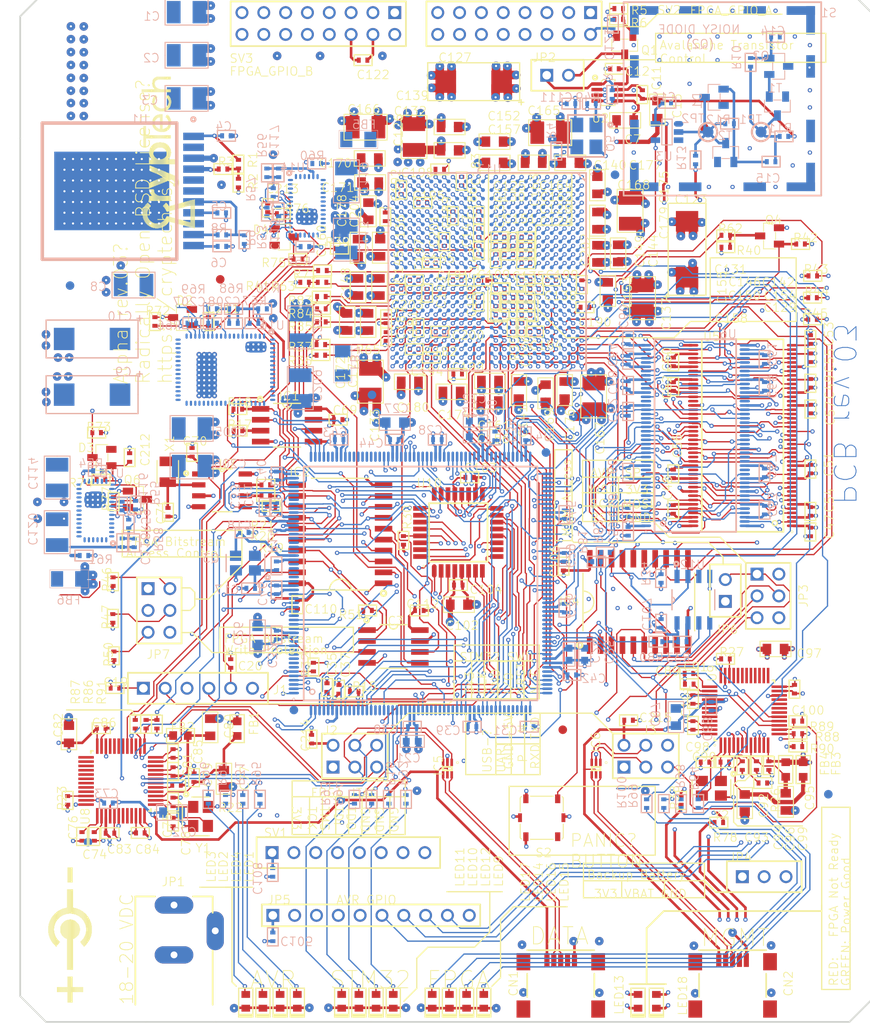
<source format=kicad_pcb>
(kicad_pcb (version 20171130) (host pcbnew 5.0.0-rc2-dev-unknown-9f5316e~63~ubuntu17.10.1)

  (general
    (thickness 1.6)
    (drawings 6665)
    (tracks 9210)
    (zones 0)
    (modules 386)
    (nets 304)
  )

  (page A4)
  (layers
    (0 F.Cu signal)
    (1 In1.Cu power hide)
    (2 In2.Cu mixed hide)
    (3 In3.Cu power hide)
    (4 In4.Cu power hide)
    (5 In5.Cu mixed hide)
    (6 In6.Cu power hide)
    (31 B.Cu signal hide)
    (32 B.Adhes user hide)
    (33 F.Adhes user hide)
    (34 B.Paste user hide)
    (35 F.Paste user hide)
    (36 B.SilkS user hide)
    (37 F.SilkS user hide)
    (38 B.Mask user hide)
    (39 F.Mask user hide)
    (40 Dwgs.User user hide)
    (41 Cmts.User user hide)
    (42 Eco1.User user hide)
    (43 Eco2.User user hide)
    (44 Edge.Cuts user hide)
    (45 Margin user hide)
    (46 B.CrtYd user hide)
    (47 F.CrtYd user hide)
    (48 B.Fab user hide)
    (49 F.Fab user hide)
  )

  (setup
    (last_trace_width 0.254)
    (trace_clearance 0.15)
    (zone_clearance 0.0144)
    (zone_45_only no)
    (trace_min 0.15)
    (segment_width 0.2)
    (edge_width 0.1)
    (via_size 0.889)
    (via_drill 0.25)
    (via_min_size 0.889)
    (via_min_drill 0.508)
    (uvia_size 0.508)
    (uvia_drill 0.127)
    (uvias_allowed no)
    (uvia_min_size 0.508)
    (uvia_min_drill 0.127)
    (pcb_text_width 0.3)
    (pcb_text_size 1.5 1.5)
    (mod_edge_width 0.15)
    (mod_text_size 1 1)
    (mod_text_width 0.15)
    (pad_size 1.5 1.5)
    (pad_drill 0.6)
    (pad_to_mask_clearance 0)
    (aux_axis_origin 0 0)
    (visible_elements 7FFED33F)
    (pcbplotparams
      (layerselection 0x00030_ffffffff)
      (usegerberextensions false)
      (usegerberattributes false)
      (usegerberadvancedattributes false)
      (creategerberjobfile false)
      (excludeedgelayer true)
      (linewidth 0.100000)
      (plotframeref false)
      (viasonmask false)
      (mode 1)
      (useauxorigin false)
      (hpglpennumber 1)
      (hpglpenspeed 20)
      (hpglpendiameter 15)
      (psnegative false)
      (psa4output false)
      (plotreference true)
      (plotvalue true)
      (plotinvisibletext false)
      (padsonsilk false)
      (subtractmaskfromsilk false)
      (outputformat 1)
      (mirror false)
      (drillshape 0)
      (scaleselection 1)
      (outputdirectory GerberOutput/))
  )

  (net 0 "")
  (net 1 Net1)
  (net 2 DM_P)
  (net 3 DM_N)
  (net 4 3V3_BATT)
  (net 5 15V_LDO_ENABLE)
  (net 6 15V_STABLE)
  (net 7 GND)
  (net 8 NetC15_2)
  (net 9 AMPLIFIED)
  (net 10 ARM_FPGA_CFG_CS_N)
  (net 11 ARM_FPGA_CFG_MISO)
  (net 12 ARM_FPGA_CFG_MOSI)
  (net 13 ARM_FPGA_CFG_SCLK)
  (net 14 ARM_LED1)
  (net 15 ARM_LED2)
  (net 16 ARM_LED3)
  (net 17 ARM_LED4)
  (net 18 AVR_GPIO_0)
  (net 19 AVR_GPIO_1)
  (net 20 AVR_GPIO_2)
  (net 21 AVR_GPIO_3)
  (net 22 AVR_GPIO_4)
  (net 23 AVR_GPIO_5)
  (net 24 AVR_GPIO_6)
  (net 25 AVR_GPIO_7)
  (net 26 AVR_GPIO_ARM_0)
  (net 27 AVR_GPIO_ARM_1)
  (net 28 AVR_GPIO_ARM_2)
  (net 29 AVR_GPIO_ARM_3)
  (net 30 AVR_GPIO_FPGA_0)
  (net 31 AVR_GPIO_FPGA_1)
  (net 32 AVR_GPIO_FPGA_2)
  (net 33 AVR_GPIO_FPGA_3)
  (net 34 AVR_LED1)
  (net 35 AVR_LED2)
  (net 36 AVR_LED3)
  (net 37 AVR_LED4)
  (net 38 AVR_PANIC)
  (net 39 AVR_RESET)
  (net 40 BOOT0)
  (net 41 D1_N)
  (net 42 D1_P)
  (net 43 DIGITIZED_NOISE)
  (net 44 FMC_A0)
  (net 45 FMC_A1)
  (net 46 FMC_A2)
  (net 47 FMC_A3)
  (net 48 FMC_A4)
  (net 49 FMC_A5)
  (net 50 FMC_A6)
  (net 51 FMC_A7)
  (net 52 FMC_A8)
  (net 53 FMC_A9)
  (net 54 FMC_A10)
  (net 55 FMC_A11)
  (net 56 FMC_A12)
  (net 57 FMC_A13)
  (net 58 FMC_A14)
  (net 59 FMC_A15)
  (net 60 FMC_A16)
  (net 61 FMC_A17)
  (net 62 FMC_A18)
  (net 63 FMC_A19)
  (net 64 FMC_A20)
  (net 65 FMC_A21)
  (net 66 FMC_A22)
  (net 67 FMC_A23)
  (net 68 FMC_A24)
  (net 69 FMC_A25)
  (net 70 FMC_CLK)
  (net 71 FMC_D0)
  (net 72 FMC_D1)
  (net 73 FMC_D2)
  (net 74 FMC_D3)
  (net 75 FMC_D4)
  (net 76 FMC_D5)
  (net 77 FMC_D6)
  (net 78 FMC_D7)
  (net 79 FMC_D8)
  (net 80 FMC_D9)
  (net 81 FMC_D10)
  (net 82 FMC_D11)
  (net 83 FMC_D12)
  (net 84 FMC_D13)
  (net 85 FMC_D14)
  (net 86 FMC_D15)
  (net 87 FMC_D16)
  (net 88 FMC_D17)
  (net 89 FMC_D18)
  (net 90 FMC_D19)
  (net 91 FMC_D20)
  (net 92 FMC_D21)
  (net 93 FMC_D22)
  (net 94 FMC_D23)
  (net 95 FMC_D24)
  (net 96 FMC_D25)
  (net 97 FMC_D26)
  (net 98 FMC_D27)
  (net 99 FMC_D28)
  (net 100 FMC_D29)
  (net 101 FMC_D30)
  (net 102 FMC_D31)
  (net 103 FMC_NBL0)
  (net 104 FMC_NBL1)
  (net 105 FMC_NBL2)
  (net 106 FMC_NBL3)
  (net 107 FMC_NE1)
  (net 108 FMC_NL)
  (net 109 FMC_NOE)
  (net 110 FMC_NWAIT)
  (net 111 FMC_NWE)
  (net 112 FMC_SDCKE0)
  (net 113 FMC_SDCKE1)
  (net 114 FMC_SDCLK)
  (net 115 FMC_SDNCAS)
  (net 116 FMC_SDNE0)
  (net 117 FMC_SDNE1)
  (net 118 FMC_SDNRAS)
  (net 119 FMC_SDNWE)
  (net 120 FPGA_CFG_CS_N1)
  (net 121 FPGA_CFG_CS_N)
  (net 122 FPGA_CFG_CTRL_ARM_ENA)
  (net 123 FPGA_CFG_CTRL_FPGA_DIS)
  (net 124 FPGA_CFG_MISO1)
  (net 125 FPGA_CFG_MISO)
  (net 126 FPGA_CFG_MOSI1)
  (net 127 FPGA_CFG_MOSI)
  (net 128 FPGA_CFG_SCLK1)
  (net 129 FPGA_CFG_SCLK)
  (net 130 FPGA_DONE_INT)
  (net 131 FPGA_DONE)
  (net 132 FPGA_ENTROPY_DISABLE)
  (net 133 FPGA_GCLK)
  (net 134 FPGA_GPIO_A_0)
  (net 135 FPGA_GPIO_A_1)
  (net 136 FPGA_GPIO_A_2)
  (net 137 FPGA_GPIO_A_3)
  (net 138 FPGA_GPIO_A_4)
  (net 139 FPGA_GPIO_A_5)
  (net 140 FPGA_GPIO_A_6)
  (net 141 FPGA_GPIO_A_7)
  (net 142 FPGA_GPIO_B_0)
  (net 143 FPGA_GPIO_B_1)
  (net 144 FPGA_GPIO_B_2)
  (net 145 FPGA_GPIO_B_3)
  (net 146 FPGA_GPIO_B_4)
  (net 147 FPGA_GPIO_B_5)
  (net 148 FPGA_GPIO_B_6)
  (net 149 FPGA_GPIO_B_7)
  (net 150 FPGA_GPIO_LED_0)
  (net 151 FPGA_GPIO_LED_1)
  (net 152 FPGA_GPIO_LED_2)
  (net 153 FPGA_GPIO_LED_3)
  (net 154 FPGA_INIT_B_INT1)
  (net 155 FPGA_INIT_B_INT)
  (net 156 FPGA_INIT_B)
  (net 157 FPGA_IRQ_N_0)
  (net 158 FPGA_IRQ_N_1)
  (net 159 FPGA_IRQ_N_2)
  (net 160 FPGA_IRQ_N_3)
  (net 161 FPGA_JTAG_TCK)
  (net 162 FPGA_JTAG_TDI)
  (net 163 FPGA_JTAG_TDO)
  (net 164 FPGA_JTAG_TMS)
  (net 165 FPGA_M0)
  (net 166 FPGA_M1)
  (net 167 FPGA_M2)
  (net 168 FPGA_PROGRAM_B1)
  (net 169 FPGA_PROGRAM_B)
  (net 170 FPGA_PROM_CS_N)
  (net 171 FPGA_PROM_MISO)
  (net 172 FPGA_PROM_MOSI)
  (net 173 FPGA_PROM_SCLK)
  (net 174 FPGA_PROM_W_N)
  (net 175 FPGA_VCCAUX_1V8)
  (net 176 FPGA_VCCINT_1V0)
  (net 177 FT_CTS)
  (net 178 FT_DTR)
  (net 179 FT_MGMT_CTS)
  (net 180 FT_MGMT_DTR)
  (net 181 FT_MGMT_RTS)
  (net 182 FT_MGMT_RXD1)
  (net 183 FT_MGMT_RXD)
  (net 184 FT_MGMT_TXD1)
  (net 185 FT_MGMT_TXD)
  (net 186 FT_MGMT_VCC3V3)
  (net 187 FT_MGMT_VPHY)
  (net 188 FT_MGMT_VPLL)
  (net 189 FT_MGMT_VREGIN)
  (net 190 FT_REF1)
  (net 191 FT_REF)
  (net 192 FT_RESET1)
  (net 193 FT_RESET)
  (net 194 FT_RTS)
  (net 195 FT_RXD1)
  (net 196 FT_RXD)
  (net 197 FT_TXD1)
  (net 198 FT_TXD)
  (net 199 FT_VCC3V3)
  (net 200 FT_VCCA1)
  (net 201 FT_VCCA)
  (net 202 FT_VCCORE1)
  (net 203 FT_VCCORE)
  (net 204 FT_VPHY)
  (net 205 FT_VPLL)
  (net 206 FT_VREGIN)
  (net 207 KSM_PROM_CS_N)
  (net 208 KSM_PROM_MISO)
  (net 209 KSM_PROM_MOSI)
  (net 210 KSM_PROM_SCLK)
  (net 211 MKM_AVR_CS_N)
  (net 212 MKM_AVR_MISO)
  (net 213 MKM_AVR_MOSI)
  (net 214 MKM_AVR_SCK)
  (net 215 MKM_CONTROL_AVR_ENA)
  (net 216 MKM_CONTROL_FPGA_DIS)
  (net 217 MKM_CS_N)
  (net 218 MKM_FPGA_CS_N)
  (net 219 MKM_FPGA_MISO)
  (net 220 MKM_FPGA_MOSI)
  (net 221 MKM_FPGA_SCK)
  (net 222 MKM_MISO)
  (net 223 MKM_MOSI)
  (net 224 MKM_SCK)
  (net 225 NetC5_1)
  (net 226 NetC11_1)
  (net 227 NetC12_2)
  (net 228 NetC17_2)
  (net 229 NetC70_2)
  (net 230 NetC71_2)
  (net 231 NetC75_2)
  (net 232 NetC78_2)
  (net 233 NetC90_2)
  (net 234 NetC93_2)
  (net 235 NetC115_1)
  (net 236 NetC116_1)
  (net 237 NetC117_1)
  (net 238 NetC117_2)
  (net 239 NetC118_1)
  (net 240 NetC118_2)
  (net 241 NetC207_1)
  (net 242 NetC208_1)
  (net 243 NetC208_2)
  (net 244 NetIC1_3)
  (net 245 NetJP2_2)
  (net 246 NetLED1_1)
  (net 247 NetLED2_1)
  (net 248 NetLED3_1)
  (net 249 NetLED4_1)
  (net 250 NetLED9_1)
  (net 251 NetLED10_1)
  (net 252 NetLED11_1)
  (net 253 NetLED12_1)
  (net 254 NetLED13_1)
  (net 255 NetLED14_1)
  (net 256 NetLED15_1)
  (net 257 NetLED16_1)
  (net 258 NetLED17_1)
  (net 259 NetLED18_1)
  (net 260 NetLED18_2)
  (net 261 NetQ1_1)
  (net 262 NetQ5_1)
  (net 263 NetQ5_3)
  (net 264 NetR1_1)
  (net 265 NetR3_2)
  (net 266 NetR8_1)
  (net 267 NetR32_2)
  (net 268 NetR33_2)
  (net 269 NetR52_1)
  (net 270 NetR53_2)
  (net 271 NetR54_1)
  (net 272 NetR55_2)
  (net 273 NetR65_1)
  (net 274 NetR66_1)
  (net 275 NetR67_1)
  (net 276 NOISE_IN)
  (net 277 NOISE_OUT)
  (net 278 NRST)
  (net 279 OSC_IN)
  (net 280 OSC_OUT)
  (net 281 POK_VCCAUX)
  (net 282 POK_VCCINT)
  (net 283 POK_VCCO)
  (net 284 PWR_18V)
  (net 285 PWR_ENA_VCCAUX)
  (net 286 PWR_ENA_VCCINT)
  (net 287 PWR_ENA_VCCO)
  (net 288 RAW_NOISE)
  (net 289 RTC_MFP)
  (net 290 RTC_SCL)
  (net 291 RTC_SDA)
  (net 292 SPI_A_TRISTATE)
  (net 293 SPI_B_TRISTATE)
  (net 294 SWDCLK)
  (net 295 SWDIO)
  (net 296 USB_MGMT_N)
  (net 297 USB_MGMT_P)
  (net 298 USB_N)
  (net 299 USB_P)
  (net 300 VCAP1)
  (net 301 VCAP2)
  (net 302 VCC_5V0)
  (net 303 VCCO_3V3)

  (net_class Default "This is the default net class."
    (clearance 0.15)
    (trace_width 0.254)
    (via_dia 0.889)
    (via_drill 0.25)
    (uvia_dia 0.508)
    (uvia_drill 0.127)
    (add_net 15V_LDO_ENABLE)
    (add_net 15V_STABLE)
    (add_net 3V3_BATT)
    (add_net AMPLIFIED)
    (add_net ARM_FPGA_CFG_CS_N)
    (add_net ARM_FPGA_CFG_MISO)
    (add_net ARM_FPGA_CFG_MOSI)
    (add_net ARM_FPGA_CFG_SCLK)
    (add_net ARM_LED1)
    (add_net ARM_LED2)
    (add_net ARM_LED3)
    (add_net ARM_LED4)
    (add_net AVR_GPIO_0)
    (add_net AVR_GPIO_1)
    (add_net AVR_GPIO_2)
    (add_net AVR_GPIO_3)
    (add_net AVR_GPIO_4)
    (add_net AVR_GPIO_5)
    (add_net AVR_GPIO_6)
    (add_net AVR_GPIO_7)
    (add_net AVR_GPIO_ARM_0)
    (add_net AVR_GPIO_ARM_1)
    (add_net AVR_GPIO_ARM_2)
    (add_net AVR_GPIO_ARM_3)
    (add_net AVR_GPIO_FPGA_0)
    (add_net AVR_GPIO_FPGA_1)
    (add_net AVR_GPIO_FPGA_2)
    (add_net AVR_GPIO_FPGA_3)
    (add_net AVR_LED1)
    (add_net AVR_LED2)
    (add_net AVR_LED3)
    (add_net AVR_LED4)
    (add_net AVR_PANIC)
    (add_net AVR_RESET)
    (add_net BOOT0)
    (add_net DIGITIZED_NOISE)
    (add_net FPGA_CFG_CS_N)
    (add_net FPGA_CFG_CS_N1)
    (add_net FPGA_CFG_CTRL_ARM_ENA)
    (add_net FPGA_CFG_CTRL_FPGA_DIS)
    (add_net FPGA_CFG_MISO)
    (add_net FPGA_CFG_MISO1)
    (add_net FPGA_CFG_MOSI)
    (add_net FPGA_CFG_MOSI1)
    (add_net FPGA_CFG_SCLK)
    (add_net FPGA_CFG_SCLK1)
    (add_net FPGA_DONE)
    (add_net FPGA_DONE_INT)
    (add_net FPGA_ENTROPY_DISABLE)
    (add_net FPGA_GCLK)
    (add_net FPGA_GPIO_LED_0)
    (add_net FPGA_GPIO_LED_1)
    (add_net FPGA_GPIO_LED_2)
    (add_net FPGA_GPIO_LED_3)
    (add_net FPGA_INIT_B)
    (add_net FPGA_INIT_B_INT)
    (add_net FPGA_INIT_B_INT1)
    (add_net FPGA_IRQ_N_0)
    (add_net FPGA_IRQ_N_1)
    (add_net FPGA_IRQ_N_2)
    (add_net FPGA_IRQ_N_3)
    (add_net FPGA_JTAG_TCK)
    (add_net FPGA_JTAG_TDI)
    (add_net FPGA_JTAG_TDO)
    (add_net FPGA_JTAG_TMS)
    (add_net FPGA_M0)
    (add_net FPGA_M1)
    (add_net FPGA_M2)
    (add_net FPGA_PROGRAM_B)
    (add_net FPGA_PROGRAM_B1)
    (add_net FPGA_PROM_CS_N)
    (add_net FPGA_PROM_MISO)
    (add_net FPGA_PROM_MOSI)
    (add_net FPGA_PROM_SCLK)
    (add_net FPGA_PROM_W_N)
    (add_net FPGA_VCCAUX_1V8)
    (add_net FPGA_VCCINT_1V0)
    (add_net FT_CTS)
    (add_net FT_DTR)
    (add_net FT_MGMT_CTS)
    (add_net FT_MGMT_DTR)
    (add_net FT_MGMT_RTS)
    (add_net FT_MGMT_RXD)
    (add_net FT_MGMT_RXD1)
    (add_net FT_MGMT_TXD)
    (add_net FT_MGMT_TXD1)
    (add_net FT_MGMT_VCC3V3)
    (add_net FT_MGMT_VPHY)
    (add_net FT_MGMT_VPLL)
    (add_net FT_MGMT_VREGIN)
    (add_net FT_REF)
    (add_net FT_REF1)
    (add_net FT_RESET)
    (add_net FT_RESET1)
    (add_net FT_RTS)
    (add_net FT_RXD)
    (add_net FT_RXD1)
    (add_net FT_TXD)
    (add_net FT_TXD1)
    (add_net FT_VCC3V3)
    (add_net FT_VCCA)
    (add_net FT_VCCA1)
    (add_net FT_VCCORE)
    (add_net FT_VCCORE1)
    (add_net FT_VPHY)
    (add_net FT_VPLL)
    (add_net FT_VREGIN)
    (add_net GND)
    (add_net KSM_PROM_CS_N)
    (add_net KSM_PROM_MISO)
    (add_net KSM_PROM_MOSI)
    (add_net KSM_PROM_SCLK)
    (add_net MKM_AVR_CS_N)
    (add_net MKM_AVR_MISO)
    (add_net MKM_AVR_MOSI)
    (add_net MKM_AVR_SCK)
    (add_net MKM_CONTROL_AVR_ENA)
    (add_net MKM_CONTROL_FPGA_DIS)
    (add_net MKM_CS_N)
    (add_net MKM_FPGA_CS_N)
    (add_net MKM_FPGA_MISO)
    (add_net MKM_FPGA_MOSI)
    (add_net MKM_FPGA_SCK)
    (add_net MKM_MISO)
    (add_net MKM_MOSI)
    (add_net MKM_SCK)
    (add_net NOISE_IN)
    (add_net NOISE_OUT)
    (add_net NRST)
    (add_net Net1)
    (add_net NetC115_1)
    (add_net NetC116_1)
    (add_net NetC117_1)
    (add_net NetC117_2)
    (add_net NetC118_1)
    (add_net NetC118_2)
    (add_net NetC11_1)
    (add_net NetC12_2)
    (add_net NetC15_2)
    (add_net NetC17_2)
    (add_net NetC207_1)
    (add_net NetC208_1)
    (add_net NetC208_2)
    (add_net NetC5_1)
    (add_net NetC70_2)
    (add_net NetC71_2)
    (add_net NetC75_2)
    (add_net NetC78_2)
    (add_net NetC90_2)
    (add_net NetC93_2)
    (add_net NetIC1_3)
    (add_net NetJP2_2)
    (add_net NetLED10_1)
    (add_net NetLED11_1)
    (add_net NetLED12_1)
    (add_net NetLED13_1)
    (add_net NetLED14_1)
    (add_net NetLED15_1)
    (add_net NetLED16_1)
    (add_net NetLED17_1)
    (add_net NetLED18_1)
    (add_net NetLED18_2)
    (add_net NetLED1_1)
    (add_net NetLED2_1)
    (add_net NetLED3_1)
    (add_net NetLED4_1)
    (add_net NetLED9_1)
    (add_net NetQ1_1)
    (add_net NetQ5_1)
    (add_net NetQ5_3)
    (add_net NetR1_1)
    (add_net NetR32_2)
    (add_net NetR33_2)
    (add_net NetR3_2)
    (add_net NetR52_1)
    (add_net NetR53_2)
    (add_net NetR54_1)
    (add_net NetR55_2)
    (add_net NetR65_1)
    (add_net NetR66_1)
    (add_net NetR67_1)
    (add_net NetR8_1)
    (add_net OSC_IN)
    (add_net OSC_OUT)
    (add_net POK_VCCAUX)
    (add_net POK_VCCINT)
    (add_net POK_VCCO)
    (add_net PWR_18V)
    (add_net PWR_ENA_VCCAUX)
    (add_net PWR_ENA_VCCINT)
    (add_net PWR_ENA_VCCO)
    (add_net RAW_NOISE)
    (add_net RTC_MFP)
    (add_net RTC_SCL)
    (add_net RTC_SDA)
    (add_net SPI_A_TRISTATE)
    (add_net SPI_B_TRISTATE)
    (add_net SWDCLK)
    (add_net SWDIO)
    (add_net VCAP1)
    (add_net VCAP2)
    (add_net VCCO_3V3)
    (add_net VCC_5V0)
  )

  (net_class Default "This is the default net class."
    (clearance 0.15)
    (trace_width 0.254)
    (via_dia 0.889)
    (via_drill 0.25)
    (uvia_dia 0.508)
    (uvia_drill 0.127)
    (add_net 15V_LDO_ENABLE)
    (add_net 15V_STABLE)
    (add_net 3V3_BATT)
    (add_net AMPLIFIED)
    (add_net ARM_FPGA_CFG_CS_N)
    (add_net ARM_FPGA_CFG_MISO)
    (add_net ARM_FPGA_CFG_MOSI)
    (add_net ARM_FPGA_CFG_SCLK)
    (add_net ARM_LED1)
    (add_net ARM_LED2)
    (add_net ARM_LED3)
    (add_net ARM_LED4)
    (add_net AVR_GPIO_0)
    (add_net AVR_GPIO_1)
    (add_net AVR_GPIO_2)
    (add_net AVR_GPIO_3)
    (add_net AVR_GPIO_4)
    (add_net AVR_GPIO_5)
    (add_net AVR_GPIO_6)
    (add_net AVR_GPIO_7)
    (add_net AVR_GPIO_ARM_0)
    (add_net AVR_GPIO_ARM_1)
    (add_net AVR_GPIO_ARM_2)
    (add_net AVR_GPIO_ARM_3)
    (add_net AVR_GPIO_FPGA_0)
    (add_net AVR_GPIO_FPGA_1)
    (add_net AVR_GPIO_FPGA_2)
    (add_net AVR_GPIO_FPGA_3)
    (add_net AVR_LED1)
    (add_net AVR_LED2)
    (add_net AVR_LED3)
    (add_net AVR_LED4)
    (add_net AVR_PANIC)
    (add_net AVR_RESET)
    (add_net BOOT0)
    (add_net DIGITIZED_NOISE)
    (add_net FPGA_CFG_CS_N)
    (add_net FPGA_CFG_CS_N1)
    (add_net FPGA_CFG_CTRL_ARM_ENA)
    (add_net FPGA_CFG_CTRL_FPGA_DIS)
    (add_net FPGA_CFG_MISO)
    (add_net FPGA_CFG_MISO1)
    (add_net FPGA_CFG_MOSI)
    (add_net FPGA_CFG_MOSI1)
    (add_net FPGA_CFG_SCLK)
    (add_net FPGA_CFG_SCLK1)
    (add_net FPGA_DONE)
    (add_net FPGA_DONE_INT)
    (add_net FPGA_ENTROPY_DISABLE)
    (add_net FPGA_GCLK)
    (add_net FPGA_GPIO_LED_0)
    (add_net FPGA_GPIO_LED_1)
    (add_net FPGA_GPIO_LED_2)
    (add_net FPGA_GPIO_LED_3)
    (add_net FPGA_INIT_B)
    (add_net FPGA_INIT_B_INT)
    (add_net FPGA_INIT_B_INT1)
    (add_net FPGA_IRQ_N_0)
    (add_net FPGA_IRQ_N_1)
    (add_net FPGA_IRQ_N_2)
    (add_net FPGA_IRQ_N_3)
    (add_net FPGA_JTAG_TCK)
    (add_net FPGA_JTAG_TDI)
    (add_net FPGA_JTAG_TDO)
    (add_net FPGA_JTAG_TMS)
    (add_net FPGA_M0)
    (add_net FPGA_M1)
    (add_net FPGA_M2)
    (add_net FPGA_PROGRAM_B)
    (add_net FPGA_PROGRAM_B1)
    (add_net FPGA_PROM_CS_N)
    (add_net FPGA_PROM_MISO)
    (add_net FPGA_PROM_MOSI)
    (add_net FPGA_PROM_SCLK)
    (add_net FPGA_PROM_W_N)
    (add_net FPGA_VCCAUX_1V8)
    (add_net FPGA_VCCINT_1V0)
    (add_net FT_CTS)
    (add_net FT_DTR)
    (add_net FT_MGMT_CTS)
    (add_net FT_MGMT_DTR)
    (add_net FT_MGMT_RTS)
    (add_net FT_MGMT_RXD)
    (add_net FT_MGMT_RXD1)
    (add_net FT_MGMT_TXD)
    (add_net FT_MGMT_TXD1)
    (add_net FT_MGMT_VCC3V3)
    (add_net FT_MGMT_VPHY)
    (add_net FT_MGMT_VPLL)
    (add_net FT_MGMT_VREGIN)
    (add_net FT_REF)
    (add_net FT_REF1)
    (add_net FT_RESET)
    (add_net FT_RESET1)
    (add_net FT_RTS)
    (add_net FT_RXD)
    (add_net FT_RXD1)
    (add_net FT_TXD)
    (add_net FT_TXD1)
    (add_net FT_VCC3V3)
    (add_net FT_VCCA)
    (add_net FT_VCCA1)
    (add_net FT_VCCORE)
    (add_net FT_VCCORE1)
    (add_net FT_VPHY)
    (add_net FT_VPLL)
    (add_net FT_VREGIN)
    (add_net GND)
    (add_net KSM_PROM_CS_N)
    (add_net KSM_PROM_MISO)
    (add_net KSM_PROM_MOSI)
    (add_net KSM_PROM_SCLK)
    (add_net MKM_AVR_CS_N)
    (add_net MKM_AVR_MISO)
    (add_net MKM_AVR_MOSI)
    (add_net MKM_AVR_SCK)
    (add_net MKM_CONTROL_AVR_ENA)
    (add_net MKM_CONTROL_FPGA_DIS)
    (add_net MKM_CS_N)
    (add_net MKM_FPGA_CS_N)
    (add_net MKM_FPGA_MISO)
    (add_net MKM_FPGA_MOSI)
    (add_net MKM_FPGA_SCK)
    (add_net MKM_MISO)
    (add_net MKM_MOSI)
    (add_net MKM_SCK)
    (add_net NOISE_IN)
    (add_net NOISE_OUT)
    (add_net NRST)
    (add_net Net1)
    (add_net NetC115_1)
    (add_net NetC116_1)
    (add_net NetC117_1)
    (add_net NetC117_2)
    (add_net NetC118_1)
    (add_net NetC118_2)
    (add_net NetC11_1)
    (add_net NetC12_2)
    (add_net NetC15_2)
    (add_net NetC17_2)
    (add_net NetC207_1)
    (add_net NetC208_1)
    (add_net NetC208_2)
    (add_net NetC5_1)
    (add_net NetC70_2)
    (add_net NetC71_2)
    (add_net NetC75_2)
    (add_net NetC78_2)
    (add_net NetC90_2)
    (add_net NetC93_2)
    (add_net NetIC1_3)
    (add_net NetJP2_2)
    (add_net NetLED10_1)
    (add_net NetLED11_1)
    (add_net NetLED12_1)
    (add_net NetLED13_1)
    (add_net NetLED14_1)
    (add_net NetLED15_1)
    (add_net NetLED16_1)
    (add_net NetLED17_1)
    (add_net NetLED18_1)
    (add_net NetLED18_2)
    (add_net NetLED1_1)
    (add_net NetLED2_1)
    (add_net NetLED3_1)
    (add_net NetLED4_1)
    (add_net NetLED9_1)
    (add_net NetQ1_1)
    (add_net NetQ5_1)
    (add_net NetQ5_3)
    (add_net NetR1_1)
    (add_net NetR32_2)
    (add_net NetR33_2)
    (add_net NetR3_2)
    (add_net NetR52_1)
    (add_net NetR53_2)
    (add_net NetR54_1)
    (add_net NetR55_2)
    (add_net NetR65_1)
    (add_net NetR66_1)
    (add_net NetR67_1)
    (add_net NetR8_1)
    (add_net OSC_IN)
    (add_net OSC_OUT)
    (add_net POK_VCCAUX)
    (add_net POK_VCCINT)
    (add_net POK_VCCO)
    (add_net PWR_18V)
    (add_net PWR_ENA_VCCAUX)
    (add_net PWR_ENA_VCCINT)
    (add_net PWR_ENA_VCCO)
    (add_net RAW_NOISE)
    (add_net RTC_MFP)
    (add_net RTC_SCL)
    (add_net RTC_SDA)
    (add_net SPI_A_TRISTATE)
    (add_net SPI_B_TRISTATE)
    (add_net SWDCLK)
    (add_net SWDIO)
    (add_net VCAP1)
    (add_net VCAP2)
    (add_net VCCO_3V3)
    (add_net VCC_5V0)
  )

  (net_class FMC FMC
    (clearance 0.15)
    (trace_width 0.254)
    (via_dia 0.889)
    (via_drill 0.25)
    (uvia_dia 0.508)
    (uvia_drill 0.127)
    (add_net FMC_A0)
    (add_net FMC_A1)
    (add_net FMC_A10)
    (add_net FMC_A11)
    (add_net FMC_A12)
    (add_net FMC_A13)
    (add_net FMC_A14)
    (add_net FMC_A15)
    (add_net FMC_A16)
    (add_net FMC_A17)
    (add_net FMC_A18)
    (add_net FMC_A19)
    (add_net FMC_A2)
    (add_net FMC_A20)
    (add_net FMC_A21)
    (add_net FMC_A22)
    (add_net FMC_A23)
    (add_net FMC_A24)
    (add_net FMC_A25)
    (add_net FMC_A3)
    (add_net FMC_A4)
    (add_net FMC_A5)
    (add_net FMC_A6)
    (add_net FMC_A7)
    (add_net FMC_A8)
    (add_net FMC_A9)
    (add_net FMC_CLK)
    (add_net FMC_D0)
    (add_net FMC_D1)
    (add_net FMC_D10)
    (add_net FMC_D11)
    (add_net FMC_D12)
    (add_net FMC_D13)
    (add_net FMC_D14)
    (add_net FMC_D15)
    (add_net FMC_D16)
    (add_net FMC_D17)
    (add_net FMC_D18)
    (add_net FMC_D19)
    (add_net FMC_D2)
    (add_net FMC_D20)
    (add_net FMC_D21)
    (add_net FMC_D22)
    (add_net FMC_D23)
    (add_net FMC_D24)
    (add_net FMC_D25)
    (add_net FMC_D26)
    (add_net FMC_D27)
    (add_net FMC_D28)
    (add_net FMC_D29)
    (add_net FMC_D3)
    (add_net FMC_D30)
    (add_net FMC_D31)
    (add_net FMC_D4)
    (add_net FMC_D5)
    (add_net FMC_D6)
    (add_net FMC_D7)
    (add_net FMC_D8)
    (add_net FMC_D9)
    (add_net FMC_NBL0)
    (add_net FMC_NBL1)
    (add_net FMC_NBL2)
    (add_net FMC_NBL3)
    (add_net FMC_NE1)
    (add_net FMC_NL)
    (add_net FMC_NOE)
    (add_net FMC_NWAIT)
    (add_net FMC_NWE)
    (add_net FMC_SDCKE0)
    (add_net FMC_SDCKE1)
    (add_net FMC_SDCLK)
    (add_net FMC_SDNCAS)
    (add_net FMC_SDNE0)
    (add_net FMC_SDNE1)
    (add_net FMC_SDNRAS)
    (add_net FMC_SDNWE)
  )

  (net_class FPGA_GPIO FPGA_GPIO
    (clearance 0.15)
    (trace_width 0.254)
    (via_dia 0.889)
    (via_drill 0.25)
    (uvia_dia 0.508)
    (uvia_drill 0.127)
    (add_net FPGA_GPIO_A_0)
    (add_net FPGA_GPIO_A_1)
    (add_net FPGA_GPIO_A_2)
    (add_net FPGA_GPIO_A_3)
    (add_net FPGA_GPIO_A_4)
    (add_net FPGA_GPIO_A_5)
    (add_net FPGA_GPIO_A_6)
    (add_net FPGA_GPIO_A_7)
    (add_net FPGA_GPIO_B_0)
    (add_net FPGA_GPIO_B_1)
    (add_net FPGA_GPIO_B_2)
    (add_net FPGA_GPIO_B_3)
    (add_net FPGA_GPIO_B_4)
    (add_net FPGA_GPIO_B_5)
    (add_net FPGA_GPIO_B_6)
    (add_net FPGA_GPIO_B_7)
  )

  (net_class USB USB
    (clearance 0.15)
    (trace_width 0.254)
    (via_dia 0.889)
    (via_drill 0.25)
    (uvia_dia 0.508)
    (uvia_drill 0.127)
    (add_net D1_N)
    (add_net D1_P)
    (add_net DM_N)
    (add_net DM_P)
    (add_net USB_MGMT_N)
    (add_net USB_MGMT_P)
    (add_net USB_N)
    (add_net USB_P)
  )

  (module HDR1X10 (layer F.Cu) (tedit 4289BEAB) (tstamp 539EEDBF)
    (at 31.5 6)
    (path /539EEC0F)
    (attr smd)
    (fp_text reference JP5 (at 0 0) (layer F.SilkS) hide
      (effects (font (size 1.524 1.524) (thickness 0.05)))
    )
    (fp_text value "Standard 10-pin 0.1\" header. Use with straight break away headers (SKU : PRT-00116), right angle break away headers (PRT-00553), swiss pins (PRT-00743), machine pins (PRT-00117), and female headers (PRT-00115)." (at 0 0) (layer Cmts.User)
      (effects (font (size 1.524 1.524) (thickness 0.05)))
    )
    (pad 3 thru_hole circle (at 5.08 0) (size 1.5 1.5) (drill 1) (layers *.Cu *.Paste *.Mask)
      (net 19 AVR_GPIO_1))
    (pad 10 thru_hole circle (at 22.86 0) (size 1.5 1.5) (drill 1) (layers *.Cu *.Paste *.Mask)
      (net 7 GND))
    (pad 9 thru_hole circle (at 20.32 0) (size 1.5 1.5) (drill 1) (layers *.Cu *.Paste *.Mask)
      (net 25 AVR_GPIO_7))
    (pad 8 thru_hole circle (at 17.78 0) (size 1.5 1.5) (drill 1) (layers *.Cu *.Paste *.Mask)
      (net 24 AVR_GPIO_6))
    (pad 7 thru_hole circle (at 15.24 0) (size 1.5 1.5) (drill 1) (layers *.Cu *.Paste *.Mask)
      (net 23 AVR_GPIO_5))
    (pad 6 thru_hole circle (at 12.7 0) (size 1.5 1.5) (drill 1) (layers *.Cu *.Paste *.Mask)
      (net 22 AVR_GPIO_4))
    (pad 5 thru_hole circle (at 10.16 0) (size 1.5 1.5) (drill 1) (layers *.Cu *.Paste *.Mask)
      (net 21 AVR_GPIO_3))
    (pad 4 thru_hole circle (at 7.62 0) (size 1.5 1.5) (drill 1) (layers *.Cu *.Paste *.Mask)
      (net 20 AVR_GPIO_2))
    (pad 2 thru_hole circle (at 2.54 0) (size 1.5 1.5) (drill 1) (layers *.Cu *.Paste *.Mask)
      (net 18 AVR_GPIO_0))
    (pad 1 thru_hole rect (at 0 0) (size 1.5 1.5) (drill 1) (layers *.Cu *.Paste *.Mask)
      (net 303 VCCO_3V3))
  )

  (module PLS-2 (layer F.Cu) (tedit 4289BEAB) (tstamp 539EEDBF)
    (at 84.16075 -31.8)
    (path /539EEC0F)
    (attr smd)
    (fp_text reference JP6 (at 0 0) (layer F.SilkS) hide
      (effects (font (size 1.524 1.524) (thickness 0.05)))
    )
    (fp_text value "Wurth 2pins connector (for jumper)" (at 0 0) (layer Cmts.User)
      (effects (font (size 1.524 1.524) (thickness 0.05)))
    )
    (pad 1 thru_hole rect (at -0.00001 1.27 90) (size 1.5 1.5) (drill 1) (layers *.Cu *.Paste *.Mask)
      (net 7 GND))
    (pad 2 thru_hole circle (at -0.00001 -1.27 90) (size 1.5 1.5) (drill 1) (layers *.Cu *.Paste *.Mask)
      (net 212 MKM_AVR_MISO))
    (model "wrlshp/User Library-Header1x2.wrl"
      (offset (xyz -11.80693582267761 5.675121914768218 -6.799998997874261))
      (scale (xyz 0.39370078740158 0.39370078740158 0.39370078740158))
      (rotate (xyz 270 360 90))
    )
    (model wrlshp/3416A7AC-A52A.wrl
      (at (xyz 0 0 0))
      (scale (xyz 1 1 1))
      (rotate (xyz 0 0 180))
    )
  )

  (module C_1210 (layer B.Cu) (tedit 4289BEAB) (tstamp 539EEDBF)
    (at 21.463 -99.0854)
    (path /539EEC0F)
    (attr smd)
    (fp_text reference C1 (at 0 0) (layer F.SilkS) hide
      (effects (font (size 1.524 1.524) (thickness 0.05)))
    )
    (fp_text value "1210 CAPACITOR" (at 0 0) (layer Cmts.User)
      (effects (font (size 1.524 1.524) (thickness 0.05)))
    )
    (pad 2 smd rect (at 1.5 0) (size 1.6 2.6) (layers B.Cu B.Paste B.Mask)
      (net 7 GND))
    (pad 1 smd rect (at -1.5 0) (size 1.6 2.6) (layers B.Cu B.Paste B.Mask)
      (net 284 PWR_18V))
    (model wrlshp/SW3dPS-CAPC3225.wrl
      (offset (xyz 0 1.249933981227875 1.250000021226883))
      (scale (xyz 0.39370078740158 0.39370078740158 0.39370078740158))
      (rotate (xyz 270 360 360))
    )
    (model wrlshp/F26EE9BE-B6B0.wrl
      (at (xyz 0 0 0))
      (scale (xyz 1 1 1))
      (rotate (xyz 0 0 360))
    )
  )

  (module C_1210 (layer B.Cu) (tedit 4289BEAB) (tstamp 539EEDBF)
    (at 21.463 -94.0689)
    (path /539EEC0F)
    (attr smd)
    (fp_text reference C2 (at 0 0) (layer F.SilkS) hide
      (effects (font (size 1.524 1.524) (thickness 0.05)))
    )
    (fp_text value "1210 CAPACITOR" (at 0 0) (layer Cmts.User)
      (effects (font (size 1.524 1.524) (thickness 0.05)))
    )
    (pad 1 smd rect (at -1.5 0) (size 1.6 2.6) (layers B.Cu B.Paste B.Mask)
      (net 284 PWR_18V))
    (pad 2 smd rect (at 1.5 0) (size 1.6 2.6) (layers B.Cu B.Paste B.Mask)
      (net 7 GND))
    (model wrlshp/SW3dPS-CAPC3225.wrl
      (offset (xyz 0 1.249933981227875 1.250000021226883))
      (scale (xyz 0.39370078740158 0.39370078740158 0.39370078740158))
      (rotate (xyz 270 360 360))
    )
    (model wrlshp/F26EE9BE-B6B0.wrl
      (at (xyz 0 0 0))
      (scale (xyz 1 1 1))
      (rotate (xyz 0 0 360))
    )
  )

  (module C_1210 (layer B.Cu) (tedit 4289BEAB) (tstamp 539EEDBF)
    (at 21.463 -89.0524)
    (path /539EEC0F)
    (attr smd)
    (fp_text reference C3 (at 0 0) (layer F.SilkS) hide
      (effects (font (size 1.524 1.524) (thickness 0.05)))
    )
    (fp_text value "1210 CAPACITOR" (at 0 0) (layer Cmts.User)
      (effects (font (size 1.524 1.524) (thickness 0.05)))
    )
    (pad 2 smd rect (at 1.5 0) (size 1.6 2.6) (layers B.Cu B.Paste B.Mask)
      (net 7 GND))
    (pad 1 smd rect (at -1.5 0) (size 1.6 2.6) (layers B.Cu B.Paste B.Mask)
      (net 284 PWR_18V))
    (model wrlshp/SW3dPS-CAPC3225.wrl
      (offset (xyz 0 1.249933981227875 1.250000021226883))
      (scale (xyz 0.39370078740158 0.39370078740158 0.39370078740158))
      (rotate (xyz 270 360 360))
    )
    (model wrlshp/F26EE9BE-B6B0.wrl
      (at (xyz 0 0 0))
      (scale (xyz 1 1 1))
      (rotate (xyz 0 0 360))
    )
  )

  (module C_0402 (layer B.Cu) (tedit 4289BEAB) (tstamp 539EEDBF)
    (at 26.1 -84.7)
    (path /539EEC0F)
    (attr smd)
    (fp_text reference C4 (at 0 0) (layer F.SilkS) hide
      (effects (font (size 1.524 1.524) (thickness 0.05)))
    )
    (fp_text value "0402 CAPACITOR" (at 0 0) (layer Cmts.User)
      (effects (font (size 1.524 1.524) (thickness 0.05)))
    )
    (pad 1 smd rect (at -0.5 0) (size 0.45 0.6) (layers B.Cu B.Paste B.Mask)
      (net 284 PWR_18V))
    (pad 2 smd rect (at 0.5 0) (size 0.45 0.6) (layers B.Cu B.Paste B.Mask)
      (net 7 GND))
    (model "wrlshp/SW3dPS-0402 SMD Capacitor.wrl"
      (at (xyz 0 0 0))
      (scale (xyz 0.39370078740158 0.39370078740158 0.39370078740158))
      (rotate (xyz 270 360 360))
    )
    (model wrlshp/ECAF1ED8-FCC0.wrl
      (at (xyz 0 0 0))
      (scale (xyz 1 1 1))
      (rotate (xyz 0 0 360))
    )
  )

  (module C_0402 (layer B.Cu) (tedit 4289BEAB) (tstamp 539EEDBF)
    (at 25.55 -75.725)
    (path /539EEC0F)
    (attr smd)
    (fp_text reference C5 (at 0 0) (layer F.SilkS) hide
      (effects (font (size 1.524 1.524) (thickness 0.05)))
    )
    (fp_text value "0402 CAPACITOR" (at 0 0) (layer Cmts.User)
      (effects (font (size 1.524 1.524) (thickness 0.05)))
    )
    (pad 2 smd rect (at 0.5 0) (size 0.45 0.6) (layers B.Cu B.Paste B.Mask)
      (net 7 GND))
    (pad 1 smd rect (at -0.5 0) (size 0.45 0.6) (layers B.Cu B.Paste B.Mask)
      (net 225 NetC5_1))
    (model "wrlshp/SW3dPS-0402 SMD Capacitor.wrl"
      (at (xyz 0 0 0))
      (scale (xyz 0.39370078740158 0.39370078740158 0.39370078740158))
      (rotate (xyz 270 360 360))
    )
    (model wrlshp/ECAF1ED8-FCC0.wrl
      (at (xyz 0 0 0))
      (scale (xyz 1 1 1))
      (rotate (xyz 0 0 360))
    )
  )

  (module C_0402 (layer B.Cu) (tedit 4289BEAB) (tstamp 539EEDBF)
    (at 25.5778 -71.8312)
    (path /539EEC0F)
    (attr smd)
    (fp_text reference C6 (at 0 0) (layer F.SilkS) hide
      (effects (font (size 1.524 1.524) (thickness 0.05)))
    )
    (fp_text value "0402 CAPACITOR" (at 0 0) (layer Cmts.User)
      (effects (font (size 1.524 1.524) (thickness 0.05)))
    )
    (pad 1 smd rect (at -0.5 0) (size 0.45 0.6) (layers B.Cu B.Paste B.Mask)
      (net 302 VCC_5V0))
    (pad 2 smd rect (at 0.5 0) (size 0.45 0.6) (layers B.Cu B.Paste B.Mask)
      (net 7 GND))
    (model "wrlshp/SW3dPS-0402 SMD Capacitor.wrl"
      (at (xyz 0 0 0))
      (scale (xyz 0.39370078740158 0.39370078740158 0.39370078740158))
      (rotate (xyz 270 360 360))
    )
    (model wrlshp/ECAF1ED8-FCC0.wrl
      (at (xyz 0 0 0))
      (scale (xyz 1 1 1))
      (rotate (xyz 0 0 360))
    )
  )

  (module C_0805 (layer F.Cu) (tedit 4289BEAB) (tstamp 539EEDBF)
    (at 72.5 -86.5)
    (path /539EEC0F)
    (attr smd)
    (fp_text reference C7 (at 0 0) (layer F.SilkS) hide
      (effects (font (size 1.524 1.524) (thickness 0.05)))
    )
    (fp_text value "0805 CAPACITOR X7R 25V" (at 0 0) (layer Cmts.User)
      (effects (font (size 1.524 1.524) (thickness 0.05)))
    )
    (pad 2 smd rect (at -1 0 180) (size 1 1.2) (layers F.Cu F.Paste F.Mask)
      (net 7 GND))
    (pad 1 smd rect (at 1 0 180) (size 1 1.2) (layers F.Cu F.Paste F.Mask)
      (net 284 PWR_18V))
    (model "wrlshp/SW3dPS-0805 SMD Capacitor.wrl"
      (offset (xyz 0 0.02489199962615967 0))
      (scale (xyz 0.39370078740158 0.39370078740158 0.39370078740158))
      (rotate (xyz 270 360 180))
    )
    (model wrlshp/68E8DA21-73BF.wrl
      (at (xyz 0 0 0))
      (scale (xyz 1 1 1))
      (rotate (xyz 0 0 0))
    )
  )

  (module C_1210 (layer B.Cu) (tedit 4289BEAB) (tstamp 539EEDBF)
    (at 15.2908 -67.3354)
    (path /539EEC0F)
    (attr smd)
    (fp_text reference C8 (at 0 0) (layer F.SilkS) hide
      (effects (font (size 1.524 1.524) (thickness 0.05)))
    )
    (fp_text value "1210 CAPACITOR X5R 6.3V" (at 0 0) (layer Cmts.User)
      (effects (font (size 1.524 1.524) (thickness 0.05)))
    )
    (pad 1 smd rect (at 1.5 0 180) (size 1.6 2.6) (layers B.Cu B.Paste B.Mask)
      (net 302 VCC_5V0))
    (pad 2 smd rect (at -1.5 0 180) (size 1.6 2.6) (layers B.Cu B.Paste B.Mask)
      (net 7 GND))
    (model wrlshp/SW3dPS-CAPC3225.wrl
      (offset (xyz 0 -1.249933981227875 1.250000021226883))
      (scale (xyz 0.39370078740158 0.39370078740158 0.39370078740158))
      (rotate (xyz 270 360 180))
    )
    (model wrlshp/F26EE9BE-B6B0.wrl
      (at (xyz 0 0 0))
      (scale (xyz 1 1 1))
      (rotate (xyz 0 0 0))
    )
  )

  (module C_D (layer B.Cu) (tedit 4289BEAB) (tstamp 539EEDBF)
    (at 10.4648 -54.5846)
    (path /539EEC0F)
    (attr smd)
    (fp_text reference C9 (at 0 0) (layer F.SilkS) hide
      (effects (font (size 1.524 1.524) (thickness 0.05)))
    )
    (fp_text value "Kemet Tantalum Capacitor" (at 0 0) (layer Cmts.User)
      (effects (font (size 1.524 1.524) (thickness 0.05)))
    )
    (pad 1 smd rect (at 3.25 0 180) (size 2.4 2.6) (layers B.Cu B.Paste B.Mask)
      (net 302 VCC_5V0))
    (pad 2 smd rect (at -3.25 0 180) (size 2.4 2.6) (layers B.Cu B.Paste B.Mask)
      (net 7 GND))
    (model wrlshp/SW3dPS-cap_d.wrl
      (offset (xyz -0.05003799924850464 0 0))
      (scale (xyz 0.39370078740158 0.39370078740158 0.39370078740158))
      (rotate (xyz 270 360 180))
    )
    (model wrlshp/5917D381-109F.wrl
      (at (xyz 0 0 0))
      (scale (xyz 1 1 1))
      (rotate (xyz 0 0 0))
    )
  )

  (module C_D (layer B.Cu) (tedit 4289BEAB) (tstamp 539EEDBF)
    (at 10.4648 -61.0616)
    (path /539EEC0F)
    (attr smd)
    (fp_text reference C10 (at 0 0) (layer F.SilkS) hide
      (effects (font (size 1.524 1.524) (thickness 0.05)))
    )
    (fp_text value "Kemet Tantalum Capacitor" (at 0 0) (layer Cmts.User)
      (effects (font (size 1.524 1.524) (thickness 0.05)))
    )
    (pad 2 smd rect (at -3.25 0 180) (size 2.4 2.6) (layers B.Cu B.Paste B.Mask)
      (net 7 GND))
    (pad 1 smd rect (at 3.25 0 180) (size 2.4 2.6) (layers B.Cu B.Paste B.Mask)
      (net 302 VCC_5V0))
    (model wrlshp/SW3dPS-cap_d.wrl
      (offset (xyz -0.05003799924850464 0 0))
      (scale (xyz 0.39370078740158 0.39370078740158 0.39370078740158))
      (rotate (xyz 270 360 180))
    )
    (model wrlshp/5917D381-109F.wrl
      (at (xyz 0 0 0))
      (scale (xyz 1 1 1))
      (rotate (xyz 0 0 0))
    )
  )

  (module C_0402 (layer F.Cu) (tedit 4289BEAB) (tstamp 539EEDBF)
    (at 74.5 -89.5)
    (path /539EEC0F)
    (attr smd)
    (fp_text reference C11 (at 0 0) (layer F.SilkS) hide
      (effects (font (size 1.524 1.524) (thickness 0.05)))
    )
    (fp_text value "0402 CAPACITOR" (at 0 0) (layer Cmts.User)
      (effects (font (size 1.524 1.524) (thickness 0.05)))
    )
    (pad 2 smd rect (at 0 0.5 270) (size 0.45 0.6) (layers F.Cu F.Paste F.Mask)
      (net 6 15V_STABLE))
    (pad 1 smd rect (at 0 -0.5 270) (size 0.45 0.6) (layers F.Cu F.Paste F.Mask)
      (net 226 NetC11_1))
    (model "wrlshp/SW3dPS-0402 SMD Capacitor.wrl"
      (at (xyz 0 -0 0))
      (scale (xyz 0.39370078740158 0.39370078740158 0.39370078740158))
      (rotate (xyz 270 360 90))
    )
    (model wrlshp/ECAF1ED8-FCC0.wrl
      (at (xyz 0 0 0))
      (scale (xyz 1 1 1))
      (rotate (xyz 0 0 180))
    )
  )

  (module C_0402 (layer F.Cu) (tedit 4289BEAB) (tstamp 539EEDBF)
    (at 71.25 -92.5)
    (path /539EEC0F)
    (attr smd)
    (fp_text reference C12 (at 0 0) (layer F.SilkS) hide
      (effects (font (size 1.524 1.524) (thickness 0.05)))
    )
    (fp_text value "0402 CAPACITOR" (at 0 0) (layer Cmts.User)
      (effects (font (size 1.524 1.524) (thickness 0.05)))
    )
    (pad 1 smd rect (at -0.5 0) (size 0.45 0.6) (layers F.Cu F.Paste F.Mask)
      (net 7 GND))
    (pad 2 smd rect (at 0.5 0) (size 0.45 0.6) (layers F.Cu F.Paste F.Mask)
      (net 227 NetC12_2))
    (model "wrlshp/SW3dPS-0402 SMD Capacitor.wrl"
      (at (xyz 0 -0 0))
      (scale (xyz 0.39370078740158 0.39370078740158 0.39370078740158))
      (rotate (xyz 270 360 0))
    )
    (model wrlshp/ECAF1ED8-FCC0.wrl
      (at (xyz 0 0 0))
      (scale (xyz 1 1 1))
      (rotate (xyz 0 0 360))
    )
  )

  (module C_0805 (layer F.Cu) (tedit 4289BEAB) (tstamp 539EEDBF)
    (at 76.25 -87.75)
    (path /539EEC0F)
    (attr smd)
    (fp_text reference C13 (at 0 0) (layer F.SilkS) hide
      (effects (font (size 1.524 1.524) (thickness 0.05)))
    )
    (fp_text value "0805 CAPACITOR X7R 25V" (at 0 0) (layer Cmts.User)
      (effects (font (size 1.524 1.524) (thickness 0.05)))
    )
    (pad 1 smd rect (at 0 -1 270) (size 1 1.2) (layers F.Cu F.Paste F.Mask)
      (net 6 15V_STABLE))
    (pad 2 smd rect (at 0 1 270) (size 1 1.2) (layers F.Cu F.Paste F.Mask)
      (net 7 GND))
    (model "wrlshp/SW3dPS-0805 SMD Capacitor.wrl"
      (offset (xyz -0.02489199962615967 -0 0))
      (scale (xyz 0.39370078740158 0.39370078740158 0.39370078740158))
      (rotate (xyz 270 360 90))
    )
    (model wrlshp/68E8DA21-73BF.wrl
      (at (xyz 0 0 0))
      (scale (xyz 1 1 1))
      (rotate (xyz 0 0 180))
    )
  )

  (module C_0402 (layer B.Cu) (tedit 4289BEAB) (tstamp 539EEDBF)
    (at 89.9922 -96.2152)
    (path /539EEC0F)
    (attr smd)
    (fp_text reference C14 (at 0 0) (layer F.SilkS) hide
      (effects (font (size 1.524 1.524) (thickness 0.05)))
    )
    (fp_text value "0402 CAPACITOR" (at 0 0) (layer Cmts.User)
      (effects (font (size 1.524 1.524) (thickness 0.05)))
    )
    (pad 2 smd rect (at -0.5 0 180) (size 0.45 0.6) (layers B.Cu B.Paste B.Mask)
      (net 276 NOISE_IN))
    (pad 1 smd rect (at 0.5 0 180) (size 0.45 0.6) (layers B.Cu B.Paste B.Mask)
      (net 7 GND))
    (model "wrlshp/SW3dPS-0402 SMD Capacitor.wrl"
      (at (xyz 0 0 0))
      (scale (xyz 0.39370078740158 0.39370078740158 0.39370078740158))
      (rotate (xyz 270 360 180))
    )
    (model wrlshp/ECAF1ED8-FCC0.wrl
      (at (xyz 0 0 0))
      (scale (xyz 1 1 1))
      (rotate (xyz 0 0 0))
    )
  )

  (module C_0402 (layer B.Cu) (tedit 4289BEAB) (tstamp 539EEDBF)
    (at 89.4842 -81.6864)
    (path /539EEC0F)
    (attr smd)
    (fp_text reference C15 (at 0 0) (layer F.SilkS) hide
      (effects (font (size 1.524 1.524) (thickness 0.05)))
    )
    (fp_text value "0402 CAPACITOR" (at 0 0) (layer Cmts.User)
      (effects (font (size 1.524 1.524) (thickness 0.05)))
    )
    (pad 1 smd rect (at 0.5 0 180) (size 0.45 0.6) (layers B.Cu B.Paste B.Mask)
      (net 288 RAW_NOISE))
    (pad 2 smd rect (at -0.5 0 180) (size 0.45 0.6) (layers B.Cu B.Paste B.Mask)
      (net 8 NetC15_2))
    (model "wrlshp/SW3dPS-0402 SMD Capacitor.wrl"
      (at (xyz 0 0 0))
      (scale (xyz 0.39370078740158 0.39370078740158 0.39370078740158))
      (rotate (xyz 270 360 180))
    )
    (model wrlshp/ECAF1ED8-FCC0.wrl
      (at (xyz 0 0 0))
      (scale (xyz 1 1 1))
      (rotate (xyz 0 0 0))
    )
  )

  (module C_0402 (layer B.Cu) (tedit 4289BEAB) (tstamp 539EEDBF)
    (at 77.343 -88.5444)
    (path /539EEC0F)
    (attr smd)
    (fp_text reference C16 (at 0 0) (layer F.SilkS) hide
      (effects (font (size 1.524 1.524) (thickness 0.05)))
    )
    (fp_text value "0402 CAPACITOR" (at 0 0) (layer Cmts.User)
      (effects (font (size 1.524 1.524) (thickness 0.05)))
    )
    (pad 2 smd rect (at -0.5 0 180) (size 0.45 0.6) (layers B.Cu B.Paste B.Mask)
      (net 303 VCCO_3V3))
    (pad 1 smd rect (at 0.5 0 180) (size 0.45 0.6) (layers B.Cu B.Paste B.Mask)
      (net 7 GND))
    (model "wrlshp/SW3dPS-0402 SMD Capacitor.wrl"
      (at (xyz 0 0 0))
      (scale (xyz 0.39370078740158 0.39370078740158 0.39370078740158))
      (rotate (xyz 270 360 180))
    )
    (model wrlshp/ECAF1ED8-FCC0.wrl
      (at (xyz 0 0 0))
      (scale (xyz 1 1 1))
      (rotate (xyz 0 0 0))
    )
  )

  (module C_0402 (layer B.Cu) (tedit 4289BEAB) (tstamp 539EEDBF)
    (at 28.925 -32.05)
    (path /539EEC0F)
    (attr smd)
    (fp_text reference C17 (at 0 0) (layer F.SilkS) hide
      (effects (font (size 1.524 1.524) (thickness 0.05)))
    )
    (fp_text value "0402 CAPACITOR" (at 0 0) (layer Cmts.User)
      (effects (font (size 1.524 1.524) (thickness 0.05)))
    )
    (pad 1 smd rect (at -0.5 0) (size 0.45 0.6) (layers B.Cu B.Paste B.Mask)
      (net 7 GND))
    (pad 2 smd rect (at 0.5 0) (size 0.45 0.6) (layers B.Cu B.Paste B.Mask)
      (net 228 NetC17_2))
    (model "wrlshp/SW3dPS-0402 SMD Capacitor.wrl"
      (at (xyz 0 0 0))
      (scale (xyz 0.39370078740158 0.39370078740158 0.39370078740158))
      (rotate (xyz 270 360 360))
    )
    (model wrlshp/ECAF1ED8-FCC0.wrl
      (at (xyz 0 0 0))
      (scale (xyz 1 1 1))
      (rotate (xyz 0 0 360))
    )
  )

  (module C_0402 (layer B.Cu) (tedit 4289BEAB) (tstamp 539EEDBF)
    (at 28.175 -38.55)
    (path /539EEC0F)
    (attr smd)
    (fp_text reference C18 (at 0 0) (layer F.SilkS) hide
      (effects (font (size 1.524 1.524) (thickness 0.05)))
    )
    (fp_text value "0402 CAPACITOR" (at 0 0) (layer Cmts.User)
      (effects (font (size 1.524 1.524) (thickness 0.05)))
    )
    (pad 2 smd rect (at -0.5 0 180) (size 0.45 0.6) (layers B.Cu B.Paste B.Mask)
      (net 280 OSC_OUT))
    (pad 1 smd rect (at 0.5 0 180) (size 0.45 0.6) (layers B.Cu B.Paste B.Mask)
      (net 7 GND))
    (model "wrlshp/SW3dPS-0402 SMD Capacitor.wrl"
      (at (xyz 0 0 0))
      (scale (xyz 0.39370078740158 0.39370078740158 0.39370078740158))
      (rotate (xyz 270 360 180))
    )
    (model wrlshp/ECAF1ED8-FCC0.wrl
      (at (xyz 0 0 0))
      (scale (xyz 1 1 1))
      (rotate (xyz 0 0 0))
    )
  )

  (module C_0402 (layer F.Cu) (tedit 4289BEAB) (tstamp 539EEDBF)
    (at 13.125 -20.45)
    (path /539EEC0F)
    (attr smd)
    (fp_text reference C19 (at 0 0) (layer F.SilkS) hide
      (effects (font (size 1.524 1.524) (thickness 0.05)))
    )
    (fp_text value "0402 CAPACITOR" (at 0 0) (layer Cmts.User)
      (effects (font (size 1.524 1.524) (thickness 0.05)))
    )
    (pad 1 smd rect (at 0.5 0 180) (size 0.45 0.6) (layers F.Cu F.Paste F.Mask)
      (net 303 VCCO_3V3))
    (pad 2 smd rect (at -0.5 0 180) (size 0.45 0.6) (layers F.Cu F.Paste F.Mask)
      (net 7 GND))
    (model "wrlshp/SW3dPS-0402 SMD Capacitor.wrl"
      (at (xyz 0 -0 0))
      (scale (xyz 0.39370078740158 0.39370078740158 0.39370078740158))
      (rotate (xyz 270 360 180))
    )
    (model wrlshp/ECAF1ED8-FCC0.wrl
      (at (xyz 0 0 0))
      (scale (xyz 1 1 1))
      (rotate (xyz 0 0 0))
    )
  )

  (module C_0402 (layer F.Cu) (tedit 4289BEAB) (tstamp 539EEDBF)
    (at 26.6 -23.3)
    (path /539EEC0F)
    (attr smd)
    (fp_text reference C20 (at 0 0) (layer F.SilkS) hide
      (effects (font (size 1.524 1.524) (thickness 0.05)))
    )
    (fp_text value "0402 CAPACITOR" (at 0 0) (layer Cmts.User)
      (effects (font (size 1.524 1.524) (thickness 0.05)))
    )
    (pad 2 smd rect (at 0 -0.5 90) (size 0.45 0.6) (layers F.Cu F.Paste F.Mask)
      (net 7 GND))
    (pad 1 smd rect (at 0 0.5 90) (size 0.45 0.6) (layers F.Cu F.Paste F.Mask)
      (net 278 NRST))
    (model "wrlshp/SW3dPS-0402 SMD Capacitor.wrl"
      (at (xyz 0 -0 0))
      (scale (xyz 0.39370078740158 0.39370078740158 0.39370078740158))
      (rotate (xyz 270 360 270))
    )
    (model wrlshp/ECAF1ED8-FCC0.wrl
      (at (xyz 0 0 0))
      (scale (xyz 1 1 1))
      (rotate (xyz 0 0 180))
    )
  )

  (module C_0603 (layer B.Cu) (tedit 4289BEAB) (tstamp 539EEDBF)
    (at 47.7266 -14.2494)
    (path /539EEC0F)
    (attr smd)
    (fp_text reference C21 (at 0 0) (layer F.SilkS) hide
      (effects (font (size 1.524 1.524) (thickness 0.05)))
    )
    (fp_text value "0603 CAPACITOR" (at 0 0) (layer Cmts.User)
      (effects (font (size 1.524 1.524) (thickness 0.05)))
    )
    (pad 2 smd rect (at 0.7 0) (size 0.8 0.8) (layers B.Cu B.Paste B.Mask)
      (net 7 GND))
    (pad 1 smd rect (at -0.7 0) (size 0.8 0.8) (layers B.Cu B.Paste B.Mask)
      (net 303 VCCO_3V3))
    (model "wrlshp/SW3dPS-0603 SMD Capacitor.wrl"
      (at (xyz 0 0 0))
      (scale (xyz 0.39370078740158 0.39370078740158 0.39370078740158))
      (rotate (xyz 270 360 360))
    )
    (model wrlshp/175C1D2E-5B2D.wrl
      (at (xyz 0 0 0))
      (scale (xyz 1 1 1))
      (rotate (xyz 0 0 360))
    )
  )

  (module C_0603 (layer B.Cu) (tedit 4289BEAB) (tstamp 539EEDBF)
    (at 55.0672 -51.5112)
    (path /539EEC0F)
    (attr smd)
    (fp_text reference C22 (at 0 0) (layer F.SilkS) hide
      (effects (font (size 1.524 1.524) (thickness 0.05)))
    )
    (fp_text value "0603 CAPACITOR" (at 0 0) (layer Cmts.User)
      (effects (font (size 1.524 1.524) (thickness 0.05)))
    )
    (pad 1 smd rect (at 0.7 0 180) (size 0.8 0.8) (layers B.Cu B.Paste B.Mask)
      (net 7 GND))
    (pad 2 smd rect (at -0.7 0 180) (size 0.8 0.8) (layers B.Cu B.Paste B.Mask)
      (net 300 VCAP1))
    (model "wrlshp/SW3dPS-0603 SMD Capacitor.wrl"
      (at (xyz 0 0 0))
      (scale (xyz 0.39370078740158 0.39370078740158 0.39370078740158))
      (rotate (xyz 270 360 180))
    )
    (model wrlshp/175C1D2E-5B2D.wrl
      (at (xyz 0 0 0))
      (scale (xyz 1 1 1))
      (rotate (xyz 0 0 0))
    )
  )

  (module C_0603 (layer B.Cu) (tedit 4289BEAB) (tstamp 539EEDBF)
    (at 55.0672 -49.6824)
    (path /539EEC0F)
    (attr smd)
    (fp_text reference C23 (at 0 0) (layer F.SilkS) hide
      (effects (font (size 1.524 1.524) (thickness 0.05)))
    )
    (fp_text value "0603 CAPACITOR" (at 0 0) (layer Cmts.User)
      (effects (font (size 1.524 1.524) (thickness 0.05)))
    )
    (pad 2 smd rect (at -0.7 0 180) (size 0.8 0.8) (layers B.Cu B.Paste B.Mask)
      (net 300 VCAP1))
    (pad 1 smd rect (at 0.7 0 180) (size 0.8 0.8) (layers B.Cu B.Paste B.Mask)
      (net 7 GND))
    (model "wrlshp/SW3dPS-0603 SMD Capacitor.wrl"
      (at (xyz 0 0 0))
      (scale (xyz 0.39370078740158 0.39370078740158 0.39370078740158))
      (rotate (xyz 270 360 180))
    )
    (model wrlshp/175C1D2E-5B2D.wrl
      (at (xyz 0 0 0))
      (scale (xyz 1 1 1))
      (rotate (xyz 0 0 0))
    )
  )

  (module C_0603 (layer B.Cu) (tedit 4289BEAB) (tstamp 539EEDBF)
    (at 65.9638 -24.384)
    (path /539EEC0F)
    (attr smd)
    (fp_text reference C24 (at 0 0) (layer F.SilkS) hide
      (effects (font (size 1.524 1.524) (thickness 0.05)))
    )
    (fp_text value "0603 CAPACITOR" (at 0 0) (layer Cmts.User)
      (effects (font (size 1.524 1.524) (thickness 0.05)))
    )
    (pad 1 smd rect (at 0 0.7 90) (size 0.8 0.8) (layers B.Cu B.Paste B.Mask)
      (net 7 GND))
    (pad 2 smd rect (at 0 -0.7 90) (size 0.8 0.8) (layers B.Cu B.Paste B.Mask)
      (net 301 VCAP2))
    (model "wrlshp/SW3dPS-0603 SMD Capacitor.wrl"
      (at (xyz 0 0 0))
      (scale (xyz 0.39370078740158 0.39370078740158 0.39370078740158))
      (rotate (xyz 270 360 90))
    )
    (model wrlshp/175C1D2E-5B2D.wrl
      (at (xyz 0 0 0))
      (scale (xyz 1 1 1))
      (rotate (xyz 0 0 180))
    )
  )

  (module C_0603 (layer B.Cu) (tedit 4289BEAB) (tstamp 539EEDBF)
    (at 67.7926 -24.384)
    (path /539EEC0F)
    (attr smd)
    (fp_text reference C25 (at 0 0) (layer F.SilkS) hide
      (effects (font (size 1.524 1.524) (thickness 0.05)))
    )
    (fp_text value "0603 CAPACITOR" (at 0 0) (layer Cmts.User)
      (effects (font (size 1.524 1.524) (thickness 0.05)))
    )
    (pad 2 smd rect (at 0 -0.7 90) (size 0.8 0.8) (layers B.Cu B.Paste B.Mask)
      (net 301 VCAP2))
    (pad 1 smd rect (at 0 0.7 90) (size 0.8 0.8) (layers B.Cu B.Paste B.Mask)
      (net 7 GND))
    (model "wrlshp/SW3dPS-0603 SMD Capacitor.wrl"
      (at (xyz 0 0 0))
      (scale (xyz 0.39370078740158 0.39370078740158 0.39370078740158))
      (rotate (xyz 270 360 90))
    )
    (model wrlshp/175C1D2E-5B2D.wrl
      (at (xyz 0 0 0))
      (scale (xyz 1 1 1))
      (rotate (xyz 0 0 180))
    )
  )

  (module C_0805 (layer B.Cu) (tedit 4289BEAB) (tstamp 539EEDBF)
    (at 29.718 -26.5684)
    (path /539EEC0F)
    (attr smd)
    (fp_text reference C26 (at 0 0) (layer F.SilkS) hide
      (effects (font (size 1.524 1.524) (thickness 0.05)))
    )
    (fp_text value "0805 CAPACITOR" (at 0 0) (layer Cmts.User)
      (effects (font (size 1.524 1.524) (thickness 0.05)))
    )
    (pad 2 smd rect (at 0 1 270) (size 1 1.2) (layers B.Cu B.Paste B.Mask)
      (net 7 GND))
    (pad 1 smd rect (at 0 -1 270) (size 1 1.2) (layers B.Cu B.Paste B.Mask)
      (net 303 VCCO_3V3))
    (model "wrlshp/SW3dPS-0805 SMD Capacitor.wrl"
      (offset (xyz 0.02489199962615967 0 0))
      (scale (xyz 0.39370078740158 0.39370078740158 0.39370078740158))
      (rotate (xyz 270 360 270))
    )
    (model wrlshp/68E8DA21-73BF.wrl
      (at (xyz 0 0 0))
      (scale (xyz 1 1 1))
      (rotate (xyz 0 0 180))
    )
  )

  (module C_0805 (layer B.Cu) (tedit 4289BEAB) (tstamp 539EEDBF)
    (at 45.6946 -51.3334)
    (path /539EEC0F)
    (attr smd)
    (fp_text reference C27 (at 0 0) (layer F.SilkS) hide
      (effects (font (size 1.524 1.524) (thickness 0.05)))
    )
    (fp_text value "0805 CAPACITOR" (at 0 0) (layer Cmts.User)
      (effects (font (size 1.524 1.524) (thickness 0.05)))
    )
    (pad 1 smd rect (at 1 0 180) (size 1 1.2) (layers B.Cu B.Paste B.Mask)
      (net 303 VCCO_3V3))
    (pad 2 smd rect (at -1 0 180) (size 1 1.2) (layers B.Cu B.Paste B.Mask)
      (net 7 GND))
    (model "wrlshp/SW3dPS-0805 SMD Capacitor.wrl"
      (offset (xyz 0 0.02489199962615967 0))
      (scale (xyz 0.39370078740158 0.39370078740158 0.39370078740158))
      (rotate (xyz 270 360 180))
    )
    (model wrlshp/68E8DA21-73BF.wrl
      (at (xyz 0 0 0))
      (scale (xyz 1 1 1))
      (rotate (xyz 0 0 0))
    )
  )

  (module C_0402 (layer B.Cu) (tedit 4289BEAB) (tstamp 539EEDBF)
    (at 50.6476 -49.3522)
    (path /539EEC0F)
    (attr smd)
    (fp_text reference C28 (at 0 0) (layer F.SilkS) hide
      (effects (font (size 1.524 1.524) (thickness 0.05)))
    )
    (fp_text value "0402 CAPACITOR" (at 0 0) (layer Cmts.User)
      (effects (font (size 1.524 1.524) (thickness 0.05)))
    )
    (pad 1 smd rect (at 0.5 0 180) (size 0.45 0.6) (layers B.Cu B.Paste B.Mask)
      (net 303 VCCO_3V3))
    (pad 2 smd rect (at -0.5 0 180) (size 0.45 0.6) (layers B.Cu B.Paste B.Mask)
      (net 7 GND))
    (model "wrlshp/SW3dPS-0402 SMD Capacitor.wrl"
      (at (xyz 0 0 0))
      (scale (xyz 0.39370078740158 0.39370078740158 0.39370078740158))
      (rotate (xyz 270 360 180))
    )
    (model wrlshp/ECAF1ED8-FCC0.wrl
      (at (xyz 0 0 0))
      (scale (xyz 1 1 1))
      (rotate (xyz 0 0 0))
    )
  )

  (module C_0402 (layer B.Cu) (tedit 4289BEAB) (tstamp 539EEDBF)
    (at 65.4304 -35.6616)
    (path /539EEC0F)
    (attr smd)
    (fp_text reference C29 (at 0 0) (layer F.SilkS) hide
      (effects (font (size 1.524 1.524) (thickness 0.05)))
    )
    (fp_text value "0402 CAPACITOR" (at 0 0) (layer Cmts.User)
      (effects (font (size 1.524 1.524) (thickness 0.05)))
    )
    (pad 2 smd rect (at 0 0.5 270) (size 0.45 0.6) (layers B.Cu B.Paste B.Mask)
      (net 7 GND))
    (pad 1 smd rect (at 0 -0.5 270) (size 0.45 0.6) (layers B.Cu B.Paste B.Mask)
      (net 303 VCCO_3V3))
    (model "wrlshp/SW3dPS-0402 SMD Capacitor.wrl"
      (at (xyz 0 0 0))
      (scale (xyz 0.39370078740158 0.39370078740158 0.39370078740158))
      (rotate (xyz 270 360 270))
    )
    (model wrlshp/ECAF1ED8-FCC0.wrl
      (at (xyz 0 0 0))
      (scale (xyz 1 1 1))
      (rotate (xyz 0 0 180))
    )
  )

  (module C_0402 (layer B.Cu) (tedit 4289BEAB) (tstamp 539EEDBF)
    (at 57.3532 -49.784)
    (path /539EEC0F)
    (attr smd)
    (fp_text reference C30 (at 0 0) (layer F.SilkS) hide
      (effects (font (size 1.524 1.524) (thickness 0.05)))
    )
    (fp_text value "0402 CAPACITOR" (at 0 0) (layer Cmts.User)
      (effects (font (size 1.524 1.524) (thickness 0.05)))
    )
    (pad 1 smd rect (at 0 0.5 90) (size 0.45 0.6) (layers B.Cu B.Paste B.Mask)
      (net 303 VCCO_3V3))
    (pad 2 smd rect (at 0 -0.5 90) (size 0.45 0.6) (layers B.Cu B.Paste B.Mask)
      (net 7 GND))
    (model "wrlshp/SW3dPS-0402 SMD Capacitor.wrl"
      (at (xyz 0 0 0))
      (scale (xyz 0.39370078740158 0.39370078740158 0.39370078740158))
      (rotate (xyz 270 360 90))
    )
    (model wrlshp/ECAF1ED8-FCC0.wrl
      (at (xyz 0 0 0))
      (scale (xyz 1 1 1))
      (rotate (xyz 0 0 180))
    )
  )

  (module C_0402 (layer B.Cu) (tedit 4289BEAB) (tstamp 539EEDBF)
    (at 61.341 -15.9512)
    (path /539EEC0F)
    (attr smd)
    (fp_text reference C31 (at 0 0) (layer F.SilkS) hide
      (effects (font (size 1.524 1.524) (thickness 0.05)))
    )
    (fp_text value "0402 CAPACITOR" (at 0 0) (layer Cmts.User)
      (effects (font (size 1.524 1.524) (thickness 0.05)))
    )
    (pad 2 smd rect (at 0.5 0) (size 0.45 0.6) (layers B.Cu B.Paste B.Mask)
      (net 7 GND))
    (pad 1 smd rect (at -0.5 0) (size 0.45 0.6) (layers B.Cu B.Paste B.Mask)
      (net 303 VCCO_3V3))
    (model "wrlshp/SW3dPS-0402 SMD Capacitor.wrl"
      (at (xyz 0 0 0))
      (scale (xyz 0.39370078740158 0.39370078740158 0.39370078740158))
      (rotate (xyz 270 360 360))
    )
    (model wrlshp/ECAF1ED8-FCC0.wrl
      (at (xyz 0 0 0))
      (scale (xyz 1 1 1))
      (rotate (xyz 0 0 360))
    )
  )

  (module C_0402 (layer B.Cu) (tedit 4289BEAB) (tstamp 539EEDBF)
    (at 31.9278 -26.6192)
    (path /539EEC0F)
    (attr smd)
    (fp_text reference C32 (at 0 0) (layer F.SilkS) hide
      (effects (font (size 1.524 1.524) (thickness 0.05)))
    )
    (fp_text value "0402 CAPACITOR" (at 0 0) (layer Cmts.User)
      (effects (font (size 1.524 1.524) (thickness 0.05)))
    )
    (pad 1 smd rect (at 0 -0.5 270) (size 0.45 0.6) (layers B.Cu B.Paste B.Mask)
      (net 303 VCCO_3V3))
    (pad 2 smd rect (at 0 0.5 270) (size 0.45 0.6) (layers B.Cu B.Paste B.Mask)
      (net 7 GND))
    (model "wrlshp/SW3dPS-0402 SMD Capacitor.wrl"
      (at (xyz 0 0 0))
      (scale (xyz 0.39370078740158 0.39370078740158 0.39370078740158))
      (rotate (xyz 270 360 270))
    )
    (model wrlshp/ECAF1ED8-FCC0.wrl
      (at (xyz 0 0 0))
      (scale (xyz 1 1 1))
      (rotate (xyz 0 0 180))
    )
  )

  (module C_0402 (layer B.Cu) (tedit 4289BEAB) (tstamp 539EEDBF)
    (at 30.5308 -41.4782)
    (path /539EEC0F)
    (attr smd)
    (fp_text reference C33 (at 0 0) (layer F.SilkS) hide
      (effects (font (size 1.524 1.524) (thickness 0.05)))
    )
    (fp_text value "0402 CAPACITOR" (at 0 0) (layer Cmts.User)
      (effects (font (size 1.524 1.524) (thickness 0.05)))
    )
    (pad 2 smd rect (at 0 -0.5 90) (size 0.45 0.6) (layers B.Cu B.Paste B.Mask)
      (net 7 GND))
    (pad 1 smd rect (at 0 0.5 90) (size 0.45 0.6) (layers B.Cu B.Paste B.Mask)
      (net 303 VCCO_3V3))
    (model "wrlshp/SW3dPS-0402 SMD Capacitor.wrl"
      (at (xyz 0 0 0))
      (scale (xyz 0.39370078740158 0.39370078740158 0.39370078740158))
      (rotate (xyz 270 360 90))
    )
    (model wrlshp/ECAF1ED8-FCC0.wrl
      (at (xyz 0 0 0))
      (scale (xyz 1 1 1))
      (rotate (xyz 0 0 180))
    )
  )

  (module C_0402 (layer B.Cu) (tedit 4289BEAB) (tstamp 539EEDBF)
    (at 60.9346 -49.784)
    (path /539EEC0F)
    (attr smd)
    (fp_text reference C34 (at 0 0) (layer F.SilkS) hide
      (effects (font (size 1.524 1.524) (thickness 0.05)))
    )
    (fp_text value "0402 CAPACITOR" (at 0 0) (layer Cmts.User)
      (effects (font (size 1.524 1.524) (thickness 0.05)))
    )
    (pad 1 smd rect (at 0 0.5 90) (size 0.45 0.6) (layers B.Cu B.Paste B.Mask)
      (net 303 VCCO_3V3))
    (pad 2 smd rect (at 0 -0.5 90) (size 0.45 0.6) (layers B.Cu B.Paste B.Mask)
      (net 7 GND))
    (model "wrlshp/SW3dPS-0402 SMD Capacitor.wrl"
      (at (xyz 0 0 0))
      (scale (xyz 0.39370078740158 0.39370078740158 0.39370078740158))
      (rotate (xyz 270 360 90))
    )
    (model wrlshp/ECAF1ED8-FCC0.wrl
      (at (xyz 0 0 0))
      (scale (xyz 1 1 1))
      (rotate (xyz 0 0 180))
    )
  )

  (module C_0402 (layer F.Cu) (tedit 4289BEAB) (tstamp 539EEDBF)
    (at 37.8 -20.5)
    (path /539EEC0F)
    (attr smd)
    (fp_text reference C35 (at 0 0) (layer F.SilkS) hide
      (effects (font (size 1.524 1.524) (thickness 0.05)))
    )
    (fp_text value "0402 CAPACITOR" (at 0 0) (layer Cmts.User)
      (effects (font (size 1.524 1.524) (thickness 0.05)))
    )
    (pad 2 smd rect (at 0 -0.5 90) (size 0.45 0.6) (layers F.Cu F.Paste F.Mask)
      (net 7 GND))
    (pad 1 smd rect (at 0 0.5 90) (size 0.45 0.6) (layers F.Cu F.Paste F.Mask)
      (net 303 VCCO_3V3))
    (model "wrlshp/SW3dPS-0402 SMD Capacitor.wrl"
      (at (xyz 0 -0 0))
      (scale (xyz 0.39370078740158 0.39370078740158 0.39370078740158))
      (rotate (xyz 270 360 270))
    )
    (model wrlshp/ECAF1ED8-FCC0.wrl
      (at (xyz 0 0 0))
      (scale (xyz 1 1 1))
      (rotate (xyz 0 0 180))
    )
  )

  (module C_0402 (layer B.Cu) (tedit 4289BEAB) (tstamp 539EEDBF)
    (at 65.4304 -29.7434)
    (path /539EEC0F)
    (attr smd)
    (fp_text reference C36 (at 0 0) (layer F.SilkS) hide
      (effects (font (size 1.524 1.524) (thickness 0.05)))
    )
    (fp_text value "0402 CAPACITOR" (at 0 0) (layer Cmts.User)
      (effects (font (size 1.524 1.524) (thickness 0.05)))
    )
    (pad 1 smd rect (at 0 0.5 90) (size 0.45 0.6) (layers B.Cu B.Paste B.Mask)
      (net 303 VCCO_3V3))
    (pad 2 smd rect (at 0 -0.5 90) (size 0.45 0.6) (layers B.Cu B.Paste B.Mask)
      (net 7 GND))
    (model "wrlshp/SW3dPS-0402 SMD Capacitor.wrl"
      (at (xyz 0 0 0))
      (scale (xyz 0.39370078740158 0.39370078740158 0.39370078740158))
      (rotate (xyz 270 360 90))
    )
    (model wrlshp/ECAF1ED8-FCC0.wrl
      (at (xyz 0 0 0))
      (scale (xyz 1 1 1))
      (rotate (xyz 0 0 180))
    )
  )

  (module C_0402 (layer F.Cu) (tedit 4289BEAB) (tstamp 539EEDBF)
    (at 39.2 -20.3)
    (path /539EEC0F)
    (attr smd)
    (fp_text reference C37 (at 0 0) (layer F.SilkS) hide
      (effects (font (size 1.524 1.524) (thickness 0.05)))
    )
    (fp_text value "0402 CAPACITOR" (at 0 0) (layer Cmts.User)
      (effects (font (size 1.524 1.524) (thickness 0.05)))
    )
    (pad 2 smd rect (at 0 -0.5 90) (size 0.45 0.6) (layers F.Cu F.Paste F.Mask)
      (net 7 GND))
    (pad 1 smd rect (at 0 0.5 90) (size 0.45 0.6) (layers F.Cu F.Paste F.Mask)
      (net 303 VCCO_3V3))
    (model "wrlshp/SW3dPS-0402 SMD Capacitor.wrl"
      (at (xyz 0 -0 0))
      (scale (xyz 0.39370078740158 0.39370078740158 0.39370078740158))
      (rotate (xyz 270 360 270))
    )
    (model wrlshp/ECAF1ED8-FCC0.wrl
      (at (xyz 0 0 0))
      (scale (xyz 1 1 1))
      (rotate (xyz 0 0 180))
    )
  )

  (module C_0402 (layer B.Cu) (tedit 4289BEAB) (tstamp 539EEDBF)
    (at 47.7266 -15.9512)
    (path /539EEC0F)
    (attr smd)
    (fp_text reference C38 (at 0 0) (layer F.SilkS) hide
      (effects (font (size 1.524 1.524) (thickness 0.05)))
    )
    (fp_text value "0402 CAPACITOR" (at 0 0) (layer Cmts.User)
      (effects (font (size 1.524 1.524) (thickness 0.05)))
    )
    (pad 1 smd rect (at -0.5 0) (size 0.45 0.6) (layers B.Cu B.Paste B.Mask)
      (net 303 VCCO_3V3))
    (pad 2 smd rect (at 0.5 0) (size 0.45 0.6) (layers B.Cu B.Paste B.Mask)
      (net 7 GND))
    (model "wrlshp/SW3dPS-0402 SMD Capacitor.wrl"
      (at (xyz 0 0 0))
      (scale (xyz 0.39370078740158 0.39370078740158 0.39370078740158))
      (rotate (xyz 270 360 360))
    )
    (model wrlshp/ECAF1ED8-FCC0.wrl
      (at (xyz 0 0 0))
      (scale (xyz 1 1 1))
      (rotate (xyz 0 0 360))
    )
  )

  (module C_0402 (layer B.Cu) (tedit 4289BEAB) (tstamp 539EEDBF)
    (at 54.6862 -15.9512)
    (path /539EEC0F)
    (attr smd)
    (fp_text reference C39 (at 0 0) (layer F.SilkS) hide
      (effects (font (size 1.524 1.524) (thickness 0.05)))
    )
    (fp_text value "0402 CAPACITOR" (at 0 0) (layer Cmts.User)
      (effects (font (size 1.524 1.524) (thickness 0.05)))
    )
    (pad 2 smd rect (at 0.5 0) (size 0.45 0.6) (layers B.Cu B.Paste B.Mask)
      (net 7 GND))
    (pad 1 smd rect (at -0.5 0) (size 0.45 0.6) (layers B.Cu B.Paste B.Mask)
      (net 303 VCCO_3V3))
    (model "wrlshp/SW3dPS-0402 SMD Capacitor.wrl"
      (at (xyz 0 0 0))
      (scale (xyz 0.39370078740158 0.39370078740158 0.39370078740158))
      (rotate (xyz 270 360 360))
    )
    (model wrlshp/ECAF1ED8-FCC0.wrl
      (at (xyz 0 0 0))
      (scale (xyz 1 1 1))
      (rotate (xyz 0 0 360))
    )
  )

  (module C_0402 (layer B.Cu) (tedit 4289BEAB) (tstamp 539EEDBF)
    (at 31.9278 -45.1358)
    (path /539EEC0F)
    (attr smd)
    (fp_text reference C40 (at 0 0) (layer F.SilkS) hide
      (effects (font (size 1.524 1.524) (thickness 0.05)))
    )
    (fp_text value "0402 CAPACITOR" (at 0 0) (layer Cmts.User)
      (effects (font (size 1.524 1.524) (thickness 0.05)))
    )
    (pad 1 smd rect (at 0 -0.5 270) (size 0.45 0.6) (layers B.Cu B.Paste B.Mask)
      (net 303 VCCO_3V3))
    (pad 2 smd rect (at 0 0.5 270) (size 0.45 0.6) (layers B.Cu B.Paste B.Mask)
      (net 7 GND))
    (model "wrlshp/SW3dPS-0402 SMD Capacitor.wrl"
      (at (xyz 0 0 0))
      (scale (xyz 0.39370078740158 0.39370078740158 0.39370078740158))
      (rotate (xyz 270 360 270))
    )
    (model wrlshp/ECAF1ED8-FCC0.wrl
      (at (xyz 0 0 0))
      (scale (xyz 1 1 1))
      (rotate (xyz 0 0 180))
    )
  )

  (module C_0402 (layer B.Cu) (tedit 4289BEAB) (tstamp 539EEDBF)
    (at 31.9278 -41.4782)
    (path /539EEC0F)
    (attr smd)
    (fp_text reference C41 (at 0 0) (layer F.SilkS) hide
      (effects (font (size 1.524 1.524) (thickness 0.05)))
    )
    (fp_text value "0402 CAPACITOR" (at 0 0) (layer Cmts.User)
      (effects (font (size 1.524 1.524) (thickness 0.05)))
    )
    (pad 2 smd rect (at 0 -0.5 90) (size 0.45 0.6) (layers B.Cu B.Paste B.Mask)
      (net 7 GND))
    (pad 1 smd rect (at 0 0.5 90) (size 0.45 0.6) (layers B.Cu B.Paste B.Mask)
      (net 303 VCCO_3V3))
    (model "wrlshp/SW3dPS-0402 SMD Capacitor.wrl"
      (at (xyz 0 0 0))
      (scale (xyz 0.39370078740158 0.39370078740158 0.39370078740158))
      (rotate (xyz 270 360 90))
    )
    (model wrlshp/ECAF1ED8-FCC0.wrl
      (at (xyz 0 0 0))
      (scale (xyz 1 1 1))
      (rotate (xyz 0 0 180))
    )
  )

  (module C_0402 (layer B.Cu) (tedit 4289BEAB) (tstamp 539EEDBF)
    (at 66.294 -21.971)
    (path /539EEC0F)
    (attr smd)
    (fp_text reference C42 (at 0 0) (layer F.SilkS) hide
      (effects (font (size 1.524 1.524) (thickness 0.05)))
    )
    (fp_text value "0402 CAPACITOR" (at 0 0) (layer Cmts.User)
      (effects (font (size 1.524 1.524) (thickness 0.05)))
    )
    (pad 1 smd rect (at -0.5 0) (size 0.45 0.6) (layers B.Cu B.Paste B.Mask)
      (net 303 VCCO_3V3))
    (pad 2 smd rect (at 0.5 0) (size 0.45 0.6) (layers B.Cu B.Paste B.Mask)
      (net 7 GND))
    (model "wrlshp/SW3dPS-0402 SMD Capacitor.wrl"
      (at (xyz 0 0 0))
      (scale (xyz 0.39370078740158 0.39370078740158 0.39370078740158))
      (rotate (xyz 270 360 360))
    )
    (model wrlshp/ECAF1ED8-FCC0.wrl
      (at (xyz 0 0 0))
      (scale (xyz 1 1 1))
      (rotate (xyz 0 0 360))
    )
  )

  (module C_0402 (layer B.Cu) (tedit 4289BEAB) (tstamp 539EEDBF)
    (at 39.2176 -49.3522)
    (path /539EEC0F)
    (attr smd)
    (fp_text reference C43 (at 0 0) (layer F.SilkS) hide
      (effects (font (size 1.524 1.524) (thickness 0.05)))
    )
    (fp_text value "0402 CAPACITOR" (at 0 0) (layer Cmts.User)
      (effects (font (size 1.524 1.524) (thickness 0.05)))
    )
    (pad 2 smd rect (at 0.5 0) (size 0.45 0.6) (layers B.Cu B.Paste B.Mask)
      (net 7 GND))
    (pad 1 smd rect (at -0.5 0) (size 0.45 0.6) (layers B.Cu B.Paste B.Mask)
      (net 303 VCCO_3V3))
    (model "wrlshp/SW3dPS-0402 SMD Capacitor.wrl"
      (at (xyz 0 0 0))
      (scale (xyz 0.39370078740158 0.39370078740158 0.39370078740158))
      (rotate (xyz 270 360 360))
    )
    (model wrlshp/ECAF1ED8-FCC0.wrl
      (at (xyz 0 0 0))
      (scale (xyz 1 1 1))
      (rotate (xyz 0 0 360))
    )
  )

  (module C_0402 (layer B.Cu) (tedit 4289BEAB) (tstamp 539EEDBF)
    (at 45.6438 -49.3522)
    (path /539EEC0F)
    (attr smd)
    (fp_text reference C44 (at 0 0) (layer F.SilkS) hide
      (effects (font (size 1.524 1.524) (thickness 0.05)))
    )
    (fp_text value "0402 CAPACITOR" (at 0 0) (layer Cmts.User)
      (effects (font (size 1.524 1.524) (thickness 0.05)))
    )
    (pad 1 smd rect (at 0.5 0 180) (size 0.45 0.6) (layers B.Cu B.Paste B.Mask)
      (net 303 VCCO_3V3))
    (pad 2 smd rect (at -0.5 0 180) (size 0.45 0.6) (layers B.Cu B.Paste B.Mask)
      (net 7 GND))
    (model "wrlshp/SW3dPS-0402 SMD Capacitor.wrl"
      (at (xyz 0 0 0))
      (scale (xyz 0.39370078740158 0.39370078740158 0.39370078740158))
      (rotate (xyz 270 360 180))
    )
    (model wrlshp/ECAF1ED8-FCC0.wrl
      (at (xyz 0 0 0))
      (scale (xyz 1 1 1))
      (rotate (xyz 0 0 0))
    )
  )

  (module C_0402 (layer B.Cu) (tedit 4289BEAB) (tstamp 539EEDBF)
    (at 65.4304 -40.6146)
    (path /539EEC0F)
    (attr smd)
    (fp_text reference C45 (at 0 0) (layer F.SilkS) hide
      (effects (font (size 1.524 1.524) (thickness 0.05)))
    )
    (fp_text value "0402 CAPACITOR" (at 0 0) (layer Cmts.User)
      (effects (font (size 1.524 1.524) (thickness 0.05)))
    )
    (pad 2 smd rect (at 0 -0.5 90) (size 0.45 0.6) (layers B.Cu B.Paste B.Mask)
      (net 7 GND))
    (pad 1 smd rect (at 0 0.5 90) (size 0.45 0.6) (layers B.Cu B.Paste B.Mask)
      (net 303 VCCO_3V3))
    (model "wrlshp/SW3dPS-0402 SMD Capacitor.wrl"
      (at (xyz 0 0 0))
      (scale (xyz 0.39370078740158 0.39370078740158 0.39370078740158))
      (rotate (xyz 270 360 90))
    )
    (model wrlshp/ECAF1ED8-FCC0.wrl
      (at (xyz 0 0 0))
      (scale (xyz 1 1 1))
      (rotate (xyz 0 0 180))
    )
  )

  (module C_0402 (layer B.Cu) (tedit 4289BEAB) (tstamp 539EEDBF)
    (at 31.9278 -31.877)
    (path /539EEC0F)
    (attr smd)
    (fp_text reference C46 (at 0 0) (layer F.SilkS) hide
      (effects (font (size 1.524 1.524) (thickness 0.05)))
    )
    (fp_text value "0402 CAPACITOR" (at 0 0) (layer Cmts.User)
      (effects (font (size 1.524 1.524) (thickness 0.05)))
    )
    (pad 1 smd rect (at 0 -0.5 270) (size 0.45 0.6) (layers B.Cu B.Paste B.Mask)
      (net 303 VCCO_3V3))
    (pad 2 smd rect (at 0 0.5 270) (size 0.45 0.6) (layers B.Cu B.Paste B.Mask)
      (net 7 GND))
    (model "wrlshp/SW3dPS-0402 SMD Capacitor.wrl"
      (at (xyz 0 0 0))
      (scale (xyz 0.39370078740158 0.39370078740158 0.39370078740158))
      (rotate (xyz 270 360 270))
    )
    (model wrlshp/ECAF1ED8-FCC0.wrl
      (at (xyz 0 0 0))
      (scale (xyz 1 1 1))
      (rotate (xyz 0 0 180))
    )
  )

  (module C_0402 (layer F.Cu) (tedit 4289BEAB) (tstamp 539EEDBF)
    (at 94.0562 -38.608)
    (path /539EEC0F)
    (attr smd)
    (fp_text reference C47 (at 0 0) (layer F.SilkS) hide
      (effects (font (size 1.524 1.524) (thickness 0.05)))
    )
    (fp_text value "0402 CAPACITOR" (at 0 0) (layer Cmts.User)
      (effects (font (size 1.524 1.524) (thickness 0.05)))
    )
    (pad 2 smd rect (at 0 0.5 270) (size 0.45 0.6) (layers F.Cu F.Paste F.Mask)
      (net 7 GND))
    (pad 1 smd rect (at 0 -0.5 270) (size 0.45 0.6) (layers F.Cu F.Paste F.Mask)
      (net 303 VCCO_3V3))
    (model "wrlshp/SW3dPS-0402 SMD Capacitor.wrl"
      (at (xyz 0 -0 0))
      (scale (xyz 0.39370078740158 0.39370078740158 0.39370078740158))
      (rotate (xyz 270 360 90))
    )
    (model wrlshp/ECAF1ED8-FCC0.wrl
      (at (xyz 0 0 0))
      (scale (xyz 1 1 1))
      (rotate (xyz 0 0 180))
    )
  )

  (module C_0402 (layer F.Cu) (tedit 4289BEAB) (tstamp 539EEDBF)
    (at 78.105 -41.2274)
    (path /539EEC0F)
    (attr smd)
    (fp_text reference C48 (at 0 0) (layer F.SilkS) hide
      (effects (font (size 1.524 1.524) (thickness 0.05)))
    )
    (fp_text value "0402 CAPACITOR" (at 0 0) (layer Cmts.User)
      (effects (font (size 1.524 1.524) (thickness 0.05)))
    )
    (pad 1 smd rect (at 0 -0.5 270) (size 0.45 0.6) (layers F.Cu F.Paste F.Mask)
      (net 303 VCCO_3V3))
    (pad 2 smd rect (at 0 0.5 270) (size 0.45 0.6) (layers F.Cu F.Paste F.Mask)
      (net 7 GND))
    (model "wrlshp/SW3dPS-0402 SMD Capacitor.wrl"
      (at (xyz 0 -0 0))
      (scale (xyz 0.39370078740158 0.39370078740158 0.39370078740158))
      (rotate (xyz 270 360 90))
    )
    (model wrlshp/ECAF1ED8-FCC0.wrl
      (at (xyz 0 0 0))
      (scale (xyz 1 1 1))
      (rotate (xyz 0 0 180))
    )
  )

  (module C_0402 (layer F.Cu) (tedit 4289BEAB) (tstamp 539EEDBF)
    (at 94.0562 -55.9054)
    (path /539EEC0F)
    (attr smd)
    (fp_text reference C49 (at 0 0) (layer F.SilkS) hide
      (effects (font (size 1.524 1.524) (thickness 0.05)))
    )
    (fp_text value "0402 CAPACITOR" (at 0 0) (layer Cmts.User)
      (effects (font (size 1.524 1.524) (thickness 0.05)))
    )
    (pad 2 smd rect (at 0 0.5 270) (size 0.45 0.6) (layers F.Cu F.Paste F.Mask)
      (net 7 GND))
    (pad 1 smd rect (at 0 -0.5 270) (size 0.45 0.6) (layers F.Cu F.Paste F.Mask)
      (net 303 VCCO_3V3))
    (model "wrlshp/SW3dPS-0402 SMD Capacitor.wrl"
      (at (xyz 0 -0 0))
      (scale (xyz 0.39370078740158 0.39370078740158 0.39370078740158))
      (rotate (xyz 270 360 90))
    )
    (model wrlshp/ECAF1ED8-FCC0.wrl
      (at (xyz 0 0 0))
      (scale (xyz 1 1 1))
      (rotate (xyz 0 0 180))
    )
  )

  (module C_0402 (layer F.Cu) (tedit 4289BEAB) (tstamp 539EEDBF)
    (at 78.105 -58.3946)
    (path /539EEC0F)
    (attr smd)
    (fp_text reference C50 (at 0 0) (layer F.SilkS) hide
      (effects (font (size 1.524 1.524) (thickness 0.05)))
    )
    (fp_text value "0402 CAPACITOR" (at 0 0) (layer Cmts.User)
      (effects (font (size 1.524 1.524) (thickness 0.05)))
    )
    (pad 1 smd rect (at 0 0.5 90) (size 0.45 0.6) (layers F.Cu F.Paste F.Mask)
      (net 303 VCCO_3V3))
    (pad 2 smd rect (at 0 -0.5 90) (size 0.45 0.6) (layers F.Cu F.Paste F.Mask)
      (net 7 GND))
    (model "wrlshp/SW3dPS-0402 SMD Capacitor.wrl"
      (at (xyz 0 -0 0))
      (scale (xyz 0.39370078740158 0.39370078740158 0.39370078740158))
      (rotate (xyz 270 360 270))
    )
    (model wrlshp/ECAF1ED8-FCC0.wrl
      (at (xyz 0 0 0))
      (scale (xyz 1 1 1))
      (rotate (xyz 0 0 180))
    )
  )

  (module C_0402 (layer F.Cu) (tedit 4289BEAB) (tstamp 539EEDBF)
    (at 94.0562 -45.9232)
    (path /539EEC0F)
    (attr smd)
    (fp_text reference C51 (at 0 0) (layer F.SilkS) hide
      (effects (font (size 1.524 1.524) (thickness 0.05)))
    )
    (fp_text value "0402 CAPACITOR" (at 0 0) (layer Cmts.User)
      (effects (font (size 1.524 1.524) (thickness 0.05)))
    )
    (pad 2 smd rect (at 0 0.5 270) (size 0.45 0.6) (layers F.Cu F.Paste F.Mask)
      (net 7 GND))
    (pad 1 smd rect (at 0 -0.5 270) (size 0.45 0.6) (layers F.Cu F.Paste F.Mask)
      (net 303 VCCO_3V3))
    (model "wrlshp/SW3dPS-0402 SMD Capacitor.wrl"
      (at (xyz 0 -0 0))
      (scale (xyz 0.39370078740158 0.39370078740158 0.39370078740158))
      (rotate (xyz 270 360 90))
    )
    (model wrlshp/ECAF1ED8-FCC0.wrl
      (at (xyz 0 0 0))
      (scale (xyz 1 1 1))
      (rotate (xyz 0 0 180))
    )
  )

  (module C_0402 (layer F.Cu) (tedit 4289BEAB) (tstamp 539EEDBF)
    (at 78.105 -55.5244)
    (path /539EEC0F)
    (attr smd)
    (fp_text reference C52 (at 0 0) (layer F.SilkS) hide
      (effects (font (size 1.524 1.524) (thickness 0.05)))
    )
    (fp_text value "0402 CAPACITOR" (at 0 0) (layer Cmts.User)
      (effects (font (size 1.524 1.524) (thickness 0.05)))
    )
    (pad 1 smd rect (at 0 0.5 90) (size 0.45 0.6) (layers F.Cu F.Paste F.Mask)
      (net 303 VCCO_3V3))
    (pad 2 smd rect (at 0 -0.5 90) (size 0.45 0.6) (layers F.Cu F.Paste F.Mask)
      (net 7 GND))
    (model "wrlshp/SW3dPS-0402 SMD Capacitor.wrl"
      (at (xyz 0 -0 0))
      (scale (xyz 0.39370078740158 0.39370078740158 0.39370078740158))
      (rotate (xyz 270 360 270))
    )
    (model wrlshp/ECAF1ED8-FCC0.wrl
      (at (xyz 0 0 0))
      (scale (xyz 1 1 1))
      (rotate (xyz 0 0 180))
    )
  )

  (module C_0402 (layer F.Cu) (tedit 4289BEAB) (tstamp 539EEDBF)
    (at 94.0562 -60.9934)
    (path /539EEC0F)
    (attr smd)
    (fp_text reference C53 (at 0 0) (layer F.SilkS) hide
      (effects (font (size 1.524 1.524) (thickness 0.05)))
    )
    (fp_text value "0402 CAPACITOR" (at 0 0) (layer Cmts.User)
      (effects (font (size 1.524 1.524) (thickness 0.05)))
    )
    (pad 2 smd rect (at 0 -0.5 90) (size 0.45 0.6) (layers F.Cu F.Paste F.Mask)
      (net 7 GND))
    (pad 1 smd rect (at 0 0.5 90) (size 0.45 0.6) (layers F.Cu F.Paste F.Mask)
      (net 303 VCCO_3V3))
    (model "wrlshp/SW3dPS-0402 SMD Capacitor.wrl"
      (at (xyz 0 -0 0))
      (scale (xyz 0.39370078740158 0.39370078740158 0.39370078740158))
      (rotate (xyz 270 360 270))
    )
    (model wrlshp/ECAF1ED8-FCC0.wrl
      (at (xyz 0 0 0))
      (scale (xyz 1 1 1))
      (rotate (xyz 0 0 180))
    )
  )

  (module C_0402 (layer F.Cu) (tedit 4289BEAB) (tstamp 539EEDBF)
    (at 94.0562 -40.9956)
    (path /539EEC0F)
    (attr smd)
    (fp_text reference C54 (at 0 0) (layer F.SilkS) hide
      (effects (font (size 1.524 1.524) (thickness 0.05)))
    )
    (fp_text value "0402 CAPACITOR" (at 0 0) (layer Cmts.User)
      (effects (font (size 1.524 1.524) (thickness 0.05)))
    )
    (pad 1 smd rect (at 0 0.5 90) (size 0.45 0.6) (layers F.Cu F.Paste F.Mask)
      (net 303 VCCO_3V3))
    (pad 2 smd rect (at 0 -0.5 90) (size 0.45 0.6) (layers F.Cu F.Paste F.Mask)
      (net 7 GND))
    (model "wrlshp/SW3dPS-0402 SMD Capacitor.wrl"
      (at (xyz 0 -0 0))
      (scale (xyz 0.39370078740158 0.39370078740158 0.39370078740158))
      (rotate (xyz 270 360 270))
    )
    (model wrlshp/ECAF1ED8-FCC0.wrl
      (at (xyz 0 0 0))
      (scale (xyz 1 1 1))
      (rotate (xyz 0 0 180))
    )
  )

  (module C_0402 (layer F.Cu) (tedit 4289BEAB) (tstamp 539EEDBF)
    (at 94.0562 -58.8772)
    (path /539EEC0F)
    (attr smd)
    (fp_text reference C55 (at 0 0) (layer F.SilkS) hide
      (effects (font (size 1.524 1.524) (thickness 0.05)))
    )
    (fp_text value "0402 CAPACITOR" (at 0 0) (layer Cmts.User)
      (effects (font (size 1.524 1.524) (thickness 0.05)))
    )
    (pad 2 smd rect (at 0 0.5 270) (size 0.45 0.6) (layers F.Cu F.Paste F.Mask)
      (net 7 GND))
    (pad 1 smd rect (at 0 -0.5 270) (size 0.45 0.6) (layers F.Cu F.Paste F.Mask)
      (net 303 VCCO_3V3))
    (model "wrlshp/SW3dPS-0402 SMD Capacitor.wrl"
      (at (xyz 0 -0 0))
      (scale (xyz 0.39370078740158 0.39370078740158 0.39370078740158))
      (rotate (xyz 270 360 90))
    )
    (model wrlshp/ECAF1ED8-FCC0.wrl
      (at (xyz 0 0 0))
      (scale (xyz 1 1 1))
      (rotate (xyz 0 0 180))
    )
  )

  (module C_0402 (layer F.Cu) (tedit 4289BEAB) (tstamp 539EEDBF)
    (at 78.105 -45.3644)
    (path /539EEC0F)
    (attr smd)
    (fp_text reference C56 (at 0 0) (layer F.SilkS) hide
      (effects (font (size 1.524 1.524) (thickness 0.05)))
    )
    (fp_text value "0402 CAPACITOR" (at 0 0) (layer Cmts.User)
      (effects (font (size 1.524 1.524) (thickness 0.05)))
    )
    (pad 1 smd rect (at 0 0.5 90) (size 0.45 0.6) (layers F.Cu F.Paste F.Mask)
      (net 303 VCCO_3V3))
    (pad 2 smd rect (at 0 -0.5 90) (size 0.45 0.6) (layers F.Cu F.Paste F.Mask)
      (net 7 GND))
    (model "wrlshp/SW3dPS-0402 SMD Capacitor.wrl"
      (at (xyz 0 -0 0))
      (scale (xyz 0.39370078740158 0.39370078740158 0.39370078740158))
      (rotate (xyz 270 360 270))
    )
    (model wrlshp/ECAF1ED8-FCC0.wrl
      (at (xyz 0 0 0))
      (scale (xyz 1 1 1))
      (rotate (xyz 0 0 180))
    )
  )

  (module C_0402 (layer F.Cu) (tedit 4289BEAB) (tstamp 539EEDBF)
    (at 94.0562 -52.9082)
    (path /539EEC0F)
    (attr smd)
    (fp_text reference C57 (at 0 0) (layer F.SilkS) hide
      (effects (font (size 1.524 1.524) (thickness 0.05)))
    )
    (fp_text value "0402 CAPACITOR" (at 0 0) (layer Cmts.User)
      (effects (font (size 1.524 1.524) (thickness 0.05)))
    )
    (pad 2 smd rect (at 0 0.5 270) (size 0.45 0.6) (layers F.Cu F.Paste F.Mask)
      (net 7 GND))
    (pad 1 smd rect (at 0 -0.5 270) (size 0.45 0.6) (layers F.Cu F.Paste F.Mask)
      (net 303 VCCO_3V3))
    (model "wrlshp/SW3dPS-0402 SMD Capacitor.wrl"
      (at (xyz 0 -0 0))
      (scale (xyz 0.39370078740158 0.39370078740158 0.39370078740158))
      (rotate (xyz 270 360 90))
    )
    (model wrlshp/ECAF1ED8-FCC0.wrl
      (at (xyz 0 0 0))
      (scale (xyz 1 1 1))
      (rotate (xyz 0 0 180))
    )
  )

  (module C_0402 (layer B.Cu) (tedit 4289BEAB) (tstamp 539EEDBF)
    (at 72.8222 -40.8924)
    (path /539EEC0F)
    (attr smd)
    (fp_text reference C58 (at 0 0) (layer F.SilkS) hide
      (effects (font (size 1.524 1.524) (thickness 0.05)))
    )
    (fp_text value "0402 CAPACITOR" (at 0 0) (layer Cmts.User)
      (effects (font (size 1.524 1.524) (thickness 0.05)))
    )
    (pad 1 smd rect (at 0 0.5 90) (size 0.45 0.6) (layers B.Cu B.Paste B.Mask)
      (net 303 VCCO_3V3))
    (pad 2 smd rect (at 0 -0.5 90) (size 0.45 0.6) (layers B.Cu B.Paste B.Mask)
      (net 7 GND))
    (model "wrlshp/SW3dPS-0402 SMD Capacitor.wrl"
      (at (xyz 0 0 0))
      (scale (xyz 0.39370078740158 0.39370078740158 0.39370078740158))
      (rotate (xyz 270 360 90))
    )
    (model wrlshp/ECAF1ED8-FCC0.wrl
      (at (xyz 0 0 0))
      (scale (xyz 1 1 1))
      (rotate (xyz 0 0 180))
    )
  )

  (module C_0402 (layer B.Cu) (tedit 4289BEAB) (tstamp 539EEDBF)
    (at 72.8472 -38.6826)
    (path /539EEC0F)
    (attr smd)
    (fp_text reference C59 (at 0 0) (layer F.SilkS) hide
      (effects (font (size 1.524 1.524) (thickness 0.05)))
    )
    (fp_text value "0402 CAPACITOR" (at 0 0) (layer Cmts.User)
      (effects (font (size 1.524 1.524) (thickness 0.05)))
    )
    (pad 2 smd rect (at 0 0.5 270) (size 0.45 0.6) (layers B.Cu B.Paste B.Mask)
      (net 7 GND))
    (pad 1 smd rect (at 0 -0.5 270) (size 0.45 0.6) (layers B.Cu B.Paste B.Mask)
      (net 303 VCCO_3V3))
    (model "wrlshp/SW3dPS-0402 SMD Capacitor.wrl"
      (at (xyz 0 0 0))
      (scale (xyz 0.39370078740158 0.39370078740158 0.39370078740158))
      (rotate (xyz 270 360 270))
    )
    (model wrlshp/ECAF1ED8-FCC0.wrl
      (at (xyz 0 0 0))
      (scale (xyz 1 1 1))
      (rotate (xyz 0 0 180))
    )
  )

  (module C_0402 (layer B.Cu) (tedit 4289BEAB) (tstamp 539EEDBF)
    (at 72.8472 -60.9568)
    (path /539EEC0F)
    (attr smd)
    (fp_text reference C60 (at 0 0) (layer F.SilkS) hide
      (effects (font (size 1.524 1.524) (thickness 0.05)))
    )
    (fp_text value "0402 CAPACITOR" (at 0 0) (layer Cmts.User)
      (effects (font (size 1.524 1.524) (thickness 0.05)))
    )
    (pad 1 smd rect (at 0 0.5 90) (size 0.45 0.6) (layers B.Cu B.Paste B.Mask)
      (net 303 VCCO_3V3))
    (pad 2 smd rect (at 0 -0.5 90) (size 0.45 0.6) (layers B.Cu B.Paste B.Mask)
      (net 7 GND))
    (model "wrlshp/SW3dPS-0402 SMD Capacitor.wrl"
      (at (xyz 0 0 0))
      (scale (xyz 0.39370078740158 0.39370078740158 0.39370078740158))
      (rotate (xyz 270 360 90))
    )
    (model wrlshp/ECAF1ED8-FCC0.wrl
      (at (xyz 0 0 0))
      (scale (xyz 1 1 1))
      (rotate (xyz 0 0 180))
    )
  )

  (module C_0402 (layer B.Cu) (tedit 4289BEAB) (tstamp 539EEDBF)
    (at 88.7222 -58.666)
    (path /539EEC0F)
    (attr smd)
    (fp_text reference C61 (at 0 0) (layer F.SilkS) hide
      (effects (font (size 1.524 1.524) (thickness 0.05)))
    )
    (fp_text value "0402 CAPACITOR" (at 0 0) (layer Cmts.User)
      (effects (font (size 1.524 1.524) (thickness 0.05)))
    )
    (pad 2 smd rect (at 0 -0.5 90) (size 0.45 0.6) (layers B.Cu B.Paste B.Mask)
      (net 7 GND))
    (pad 1 smd rect (at 0 0.5 90) (size 0.45 0.6) (layers B.Cu B.Paste B.Mask)
      (net 303 VCCO_3V3))
    (model "wrlshp/SW3dPS-0402 SMD Capacitor.wrl"
      (at (xyz 0 0 0))
      (scale (xyz 0.39370078740158 0.39370078740158 0.39370078740158))
      (rotate (xyz 270 360 90))
    )
    (model wrlshp/ECAF1ED8-FCC0.wrl
      (at (xyz 0 0 0))
      (scale (xyz 1 1 1))
      (rotate (xyz 0 0 180))
    )
  )

  (module C_0402 (layer B.Cu) (tedit 4289BEAB) (tstamp 539EEDBF)
    (at 72.8472 -52.6288)
    (path /539EEC0F)
    (attr smd)
    (fp_text reference C62 (at 0 0) (layer F.SilkS) hide
      (effects (font (size 1.524 1.524) (thickness 0.05)))
    )
    (fp_text value "0402 CAPACITOR" (at 0 0) (layer Cmts.User)
      (effects (font (size 1.524 1.524) (thickness 0.05)))
    )
    (pad 1 smd rect (at 0 -0.5 270) (size 0.45 0.6) (layers B.Cu B.Paste B.Mask)
      (net 303 VCCO_3V3))
    (pad 2 smd rect (at 0 0.5 270) (size 0.45 0.6) (layers B.Cu B.Paste B.Mask)
      (net 7 GND))
    (model "wrlshp/SW3dPS-0402 SMD Capacitor.wrl"
      (at (xyz 0 0 0))
      (scale (xyz 0.39370078740158 0.39370078740158 0.39370078740158))
      (rotate (xyz 270 360 270))
    )
    (model wrlshp/ECAF1ED8-FCC0.wrl
      (at (xyz 0 0 0))
      (scale (xyz 1 1 1))
      (rotate (xyz 0 0 180))
    )
  )

  (module C_0402 (layer B.Cu) (tedit 4289BEAB) (tstamp 539EEDBF)
    (at 88.7222 -41.148)
    (path /539EEC0F)
    (attr smd)
    (fp_text reference C63 (at 0 0) (layer F.SilkS) hide
      (effects (font (size 1.524 1.524) (thickness 0.05)))
    )
    (fp_text value "0402 CAPACITOR" (at 0 0) (layer Cmts.User)
      (effects (font (size 1.524 1.524) (thickness 0.05)))
    )
    (pad 2 smd rect (at 0 0.5 270) (size 0.45 0.6) (layers B.Cu B.Paste B.Mask)
      (net 7 GND))
    (pad 1 smd rect (at 0 -0.5 270) (size 0.45 0.6) (layers B.Cu B.Paste B.Mask)
      (net 303 VCCO_3V3))
    (model "wrlshp/SW3dPS-0402 SMD Capacitor.wrl"
      (at (xyz 0 0 0))
      (scale (xyz 0.39370078740158 0.39370078740158 0.39370078740158))
      (rotate (xyz 270 360 270))
    )
    (model wrlshp/ECAF1ED8-FCC0.wrl
      (at (xyz 0 0 0))
      (scale (xyz 1 1 1))
      (rotate (xyz 0 0 180))
    )
  )

  (module C_0402 (layer B.Cu) (tedit 4289BEAB) (tstamp 539EEDBF)
    (at 72.8472 -58.5978)
    (path /539EEC0F)
    (attr smd)
    (fp_text reference C64 (at 0 0) (layer F.SilkS) hide
      (effects (font (size 1.524 1.524) (thickness 0.05)))
    )
    (fp_text value "0402 CAPACITOR" (at 0 0) (layer Cmts.User)
      (effects (font (size 1.524 1.524) (thickness 0.05)))
    )
    (pad 1 smd rect (at 0 -0.5 270) (size 0.45 0.6) (layers B.Cu B.Paste B.Mask)
      (net 303 VCCO_3V3))
    (pad 2 smd rect (at 0 0.5 270) (size 0.45 0.6) (layers B.Cu B.Paste B.Mask)
      (net 7 GND))
    (model "wrlshp/SW3dPS-0402 SMD Capacitor.wrl"
      (at (xyz 0 0 0))
      (scale (xyz 0.39370078740158 0.39370078740158 0.39370078740158))
      (rotate (xyz 270 360 270))
    )
    (model wrlshp/ECAF1ED8-FCC0.wrl
      (at (xyz 0 0 0))
      (scale (xyz 1 1 1))
      (rotate (xyz 0 0 180))
    )
  )

  (module C_0402 (layer B.Cu) (tedit 4289BEAB) (tstamp 539EEDBF)
    (at 88.7222 -55.5458)
    (path /539EEC0F)
    (attr smd)
    (fp_text reference C65 (at 0 0) (layer F.SilkS) hide
      (effects (font (size 1.524 1.524) (thickness 0.05)))
    )
    (fp_text value "0402 CAPACITOR" (at 0 0) (layer Cmts.User)
      (effects (font (size 1.524 1.524) (thickness 0.05)))
    )
    (pad 2 smd rect (at 0 -0.5 90) (size 0.45 0.6) (layers B.Cu B.Paste B.Mask)
      (net 7 GND))
    (pad 1 smd rect (at 0 0.5 90) (size 0.45 0.6) (layers B.Cu B.Paste B.Mask)
      (net 303 VCCO_3V3))
    (model "wrlshp/SW3dPS-0402 SMD Capacitor.wrl"
      (at (xyz 0 0 0))
      (scale (xyz 0.39370078740158 0.39370078740158 0.39370078740158))
      (rotate (xyz 270 360 90))
    )
    (model wrlshp/ECAF1ED8-FCC0.wrl
      (at (xyz 0 0 0))
      (scale (xyz 1 1 1))
      (rotate (xyz 0 0 180))
    )
  )

  (module C_0402 (layer B.Cu) (tedit 4289BEAB) (tstamp 539EEDBF)
    (at 72.8472 -45.5422)
    (path /539EEC0F)
    (attr smd)
    (fp_text reference C66 (at 0 0) (layer F.SilkS) hide
      (effects (font (size 1.524 1.524) (thickness 0.05)))
    )
    (fp_text value "0402 CAPACITOR" (at 0 0) (layer Cmts.User)
      (effects (font (size 1.524 1.524) (thickness 0.05)))
    )
    (pad 1 smd rect (at 0 -0.5 270) (size 0.45 0.6) (layers B.Cu B.Paste B.Mask)
      (net 303 VCCO_3V3))
    (pad 2 smd rect (at 0 0.5 270) (size 0.45 0.6) (layers B.Cu B.Paste B.Mask)
      (net 7 GND))
    (model "wrlshp/SW3dPS-0402 SMD Capacitor.wrl"
      (at (xyz 0 0 0))
      (scale (xyz 0.39370078740158 0.39370078740158 0.39370078740158))
      (rotate (xyz 270 360 270))
    )
    (model wrlshp/ECAF1ED8-FCC0.wrl
      (at (xyz 0 0 0))
      (scale (xyz 1 1 1))
      (rotate (xyz 0 0 180))
    )
  )

  (module C_0402 (layer B.Cu) (tedit 4289BEAB) (tstamp 539EEDBF)
    (at 88.7222 -45.4874)
    (path /539EEC0F)
    (attr smd)
    (fp_text reference C67 (at 0 0) (layer F.SilkS) hide
      (effects (font (size 1.524 1.524) (thickness 0.05)))
    )
    (fp_text value "0402 CAPACITOR" (at 0 0) (layer Cmts.User)
      (effects (font (size 1.524 1.524) (thickness 0.05)))
    )
    (pad 2 smd rect (at 0 -0.5 90) (size 0.45 0.6) (layers B.Cu B.Paste B.Mask)
      (net 7 GND))
    (pad 1 smd rect (at 0 0.5 90) (size 0.45 0.6) (layers B.Cu B.Paste B.Mask)
      (net 303 VCCO_3V3))
    (model "wrlshp/SW3dPS-0402 SMD Capacitor.wrl"
      (at (xyz 0 0 0))
      (scale (xyz 0.39370078740158 0.39370078740158 0.39370078740158))
      (rotate (xyz 270 360 90))
    )
    (model wrlshp/ECAF1ED8-FCC0.wrl
      (at (xyz 0 0 0))
      (scale (xyz 1 1 1))
      (rotate (xyz 0 0 180))
    )
  )

  (module C_0402 (layer B.Cu) (tedit 4289BEAB) (tstamp 539EEDBF)
    (at 72.8472 -55.6514)
    (path /539EEC0F)
    (attr smd)
    (fp_text reference C68 (at 0 0) (layer F.SilkS) hide
      (effects (font (size 1.524 1.524) (thickness 0.05)))
    )
    (fp_text value "0402 CAPACITOR" (at 0 0) (layer Cmts.User)
      (effects (font (size 1.524 1.524) (thickness 0.05)))
    )
    (pad 1 smd rect (at 0 -0.5 270) (size 0.45 0.6) (layers B.Cu B.Paste B.Mask)
      (net 303 VCCO_3V3))
    (pad 2 smd rect (at 0 0.5 270) (size 0.45 0.6) (layers B.Cu B.Paste B.Mask)
      (net 7 GND))
    (model "wrlshp/SW3dPS-0402 SMD Capacitor.wrl"
      (at (xyz 0 0 0))
      (scale (xyz 0.39370078740158 0.39370078740158 0.39370078740158))
      (rotate (xyz 270 360 270))
    )
    (model wrlshp/ECAF1ED8-FCC0.wrl
      (at (xyz 0 0 0))
      (scale (xyz 1 1 1))
      (rotate (xyz 0 0 180))
    )
  )

  (module C_0402 (layer F.Cu) (tedit 4289BEAB) (tstamp 539EEDBF)
    (at 39.1 -51.675)
    (path /539EEC0F)
    (attr smd)
    (fp_text reference C69 (at 0 0) (layer F.SilkS) hide
      (effects (font (size 1.524 1.524) (thickness 0.05)))
    )
    (fp_text value "0402 CAPACITOR" (at 0 0) (layer Cmts.User)
      (effects (font (size 1.524 1.524) (thickness 0.05)))
    )
    (pad 2 smd rect (at 0.5 0) (size 0.45 0.6) (layers F.Cu F.Paste F.Mask)
      (net 7 GND))
    (pad 1 smd rect (at -0.5 0) (size 0.45 0.6) (layers F.Cu F.Paste F.Mask)
      (net 303 VCCO_3V3))
    (model "wrlshp/SW3dPS-0402 SMD Capacitor.wrl"
      (at (xyz 0 -0 0))
      (scale (xyz 0.39370078740158 0.39370078740158 0.39370078740158))
      (rotate (xyz 270 360 0))
    )
    (model wrlshp/ECAF1ED8-FCC0.wrl
      (at (xyz 0 0 0))
      (scale (xyz 1 1 1))
      (rotate (xyz 0 0 360))
    )
  )

  (module C_0402 (layer F.Cu) (tedit 4289BEAB) (tstamp 539EEDBF)
    (at 22.1 -47.875)
    (path /539EEC0F)
    (attr smd)
    (fp_text reference C70 (at 0 0) (layer F.SilkS) hide
      (effects (font (size 1.524 1.524) (thickness 0.05)))
    )
    (fp_text value "0402 CAPACITOR" (at 0 0) (layer Cmts.User)
      (effects (font (size 1.524 1.524) (thickness 0.05)))
    )
    (pad 1 smd rect (at 0 -0.5 270) (size 0.45 0.6) (layers F.Cu F.Paste F.Mask)
      (net 7 GND))
    (pad 2 smd rect (at 0 0.5 270) (size 0.45 0.6) (layers F.Cu F.Paste F.Mask)
      (net 229 NetC70_2))
    (model "wrlshp/SW3dPS-0402 SMD Capacitor.wrl"
      (at (xyz 0 -0 0))
      (scale (xyz 0.39370078740158 0.39370078740158 0.39370078740158))
      (rotate (xyz 270 360 90))
    )
    (model wrlshp/ECAF1ED8-FCC0.wrl
      (at (xyz 0 0 0))
      (scale (xyz 1 1 1))
      (rotate (xyz 0 0 180))
    )
  )

  (module C_0402 (layer F.Cu) (tedit 4289BEAB) (tstamp 539EEDBF)
    (at 19.3 -40.9)
    (path /539EEC0F)
    (attr smd)
    (fp_text reference C71 (at 0 0) (layer F.SilkS) hide
      (effects (font (size 1.524 1.524) (thickness 0.05)))
    )
    (fp_text value "0402 CAPACITOR" (at 0 0) (layer Cmts.User)
      (effects (font (size 1.524 1.524) (thickness 0.05)))
    )
    (pad 2 smd rect (at 0 -0.5 90) (size 0.45 0.6) (layers F.Cu F.Paste F.Mask)
      (net 230 NetC71_2))
    (pad 1 smd rect (at 0 0.5 90) (size 0.45 0.6) (layers F.Cu F.Paste F.Mask)
      (net 7 GND))
    (model "wrlshp/SW3dPS-0402 SMD Capacitor.wrl"
      (at (xyz 0 -0 0))
      (scale (xyz 0.39370078740158 0.39370078740158 0.39370078740158))
      (rotate (xyz 270 360 270))
    )
    (model wrlshp/ECAF1ED8-FCC0.wrl
      (at (xyz 0 0 0))
      (scale (xyz 1 1 1))
      (rotate (xyz 0 0 180))
    )
  )

  (module C_0805 (layer B.Cu) (tedit 4289BEAB) (tstamp 539EEDBF)
    (at 19.77586 -5.96143)
    (path /539EEC0F)
    (attr smd)
    (fp_text reference C72 (at 0 0) (layer F.SilkS) hide
      (effects (font (size 1.524 1.524) (thickness 0.05)))
    )
    (fp_text value "0805 CAPACITOR" (at 0 0) (layer Cmts.User)
      (effects (font (size 1.524 1.524) (thickness 0.05)))
    )
    (pad 2 smd rect (at 1 0) (size 1 1.2) (layers B.Cu B.Paste B.Mask)
      (net 7 GND))
    (pad 1 smd rect (at -1 0) (size 1 1.2) (layers B.Cu B.Paste B.Mask)
      (net 206 FT_VREGIN))
    (model "wrlshp/SW3dPS-0805 SMD Capacitor.wrl"
      (offset (xyz 0 -0.02489199962615967 0))
      (scale (xyz 0.39370078740158 0.39370078740158 0.39370078740158))
      (rotate (xyz 270 360 360))
    )
    (model wrlshp/68E8DA21-73BF.wrl
      (at (xyz 0 0 0))
      (scale (xyz 1 1 1))
      (rotate (xyz 0 0 0))
    )
  )

  (module C_0402 (layer B.Cu) (tedit 4289BEAB) (tstamp 539EEDBF)
    (at 12.37202 -7.06602)
    (path /539EEC0F)
    (attr smd)
    (fp_text reference C73 (at 0 0) (layer F.SilkS) hide
      (effects (font (size 1.524 1.524) (thickness 0.05)))
    )
    (fp_text value "0402 CAPACITOR" (at 0 0) (layer Cmts.User)
      (effects (font (size 1.524 1.524) (thickness 0.05)))
    )
    (pad 1 smd rect (at 0.5 0 180) (size 0.45 0.6) (layers B.Cu B.Paste B.Mask)
      (net 206 FT_VREGIN))
    (pad 2 smd rect (at -0.5 0 180) (size 0.45 0.6) (layers B.Cu B.Paste B.Mask)
      (net 7 GND))
    (model "wrlshp/SW3dPS-0402 SMD Capacitor.wrl"
      (at (xyz 0 0 0))
      (scale (xyz 0.39370078740158 0.39370078740158 0.39370078740158))
      (rotate (xyz 270 360 180))
    )
    (model wrlshp/ECAF1ED8-FCC0.wrl
      (at (xyz 0 0 0))
      (scale (xyz 1 1 1))
      (rotate (xyz 0 0 0))
    )
  )

  (module C_0402 (layer F.Cu) (tedit 4289BEAB) (tstamp 539EEDBF)
    (at 10.7198 -3.1844)
    (path /539EEC0F)
    (attr smd)
    (fp_text reference C74 (at 0 0) (layer F.SilkS) hide
      (effects (font (size 1.524 1.524) (thickness 0.05)))
    )
    (fp_text value "0402 CAPACITOR" (at 0 0) (layer Cmts.User)
      (effects (font (size 1.524 1.524) (thickness 0.05)))
    )
    (pad 2 smd rect (at 0 0.5 270) (size 0.45 0.6) (layers F.Cu F.Paste F.Mask)
      (net 7 GND))
    (pad 1 smd rect (at 0 -0.5 270) (size 0.45 0.6) (layers F.Cu F.Paste F.Mask)
      (net 203 FT_VCCORE))
    (model "wrlshp/SW3dPS-0402 SMD Capacitor.wrl"
      (at (xyz 0 -0 0))
      (scale (xyz 0.39370078740158 0.39370078740158 0.39370078740158))
      (rotate (xyz 270 360 90))
    )
    (model wrlshp/ECAF1ED8-FCC0.wrl
      (at (xyz 0 0 0))
      (scale (xyz 1 1 1))
      (rotate (xyz 0 0 180))
    )
  )

  (module C_0402 (layer F.Cu) (tedit 4289BEAB) (tstamp 539EEDBF)
    (at 19.8892 -4.8608)
    (path /539EEC0F)
    (attr smd)
    (fp_text reference C75 (at 0 0) (layer F.SilkS) hide
      (effects (font (size 1.524 1.524) (thickness 0.05)))
    )
    (fp_text value "0402 CAPACITOR" (at 0 0) (layer Cmts.User)
      (effects (font (size 1.524 1.524) (thickness 0.05)))
    )
    (pad 1 smd rect (at 0 0.5 90) (size 0.45 0.6) (layers F.Cu F.Paste F.Mask)
      (net 7 GND))
    (pad 2 smd rect (at 0 -0.5 90) (size 0.45 0.6) (layers F.Cu F.Paste F.Mask)
      (net 231 NetC75_2))
    (model "wrlshp/SW3dPS-0402 SMD Capacitor.wrl"
      (at (xyz 0 -0 0))
      (scale (xyz 0.39370078740158 0.39370078740158 0.39370078740158))
      (rotate (xyz 270 360 270))
    )
    (model wrlshp/ECAF1ED8-FCC0.wrl
      (at (xyz 0 0 0))
      (scale (xyz 1 1 1))
      (rotate (xyz 0 0 180))
    )
  )

  (module C_0402 (layer F.Cu) (tedit 4289BEAB) (tstamp 539EEDBF)
    (at 9.2974 -3.1844)
    (path /539EEC0F)
    (attr smd)
    (fp_text reference C76 (at 0 0) (layer F.SilkS) hide
      (effects (font (size 1.524 1.524) (thickness 0.05)))
    )
    (fp_text value "0402 CAPACITOR" (at 0 0) (layer Cmts.User)
      (effects (font (size 1.524 1.524) (thickness 0.05)))
    )
    (pad 2 smd rect (at 0 0.5 270) (size 0.45 0.6) (layers F.Cu F.Paste F.Mask)
      (net 7 GND))
    (pad 1 smd rect (at 0 -0.5 270) (size 0.45 0.6) (layers F.Cu F.Paste F.Mask)
      (net 201 FT_VCCA))
    (model "wrlshp/SW3dPS-0402 SMD Capacitor.wrl"
      (at (xyz 0 -0 0))
      (scale (xyz 0.39370078740158 0.39370078740158 0.39370078740158))
      (rotate (xyz 270 360 90))
    )
    (model wrlshp/ECAF1ED8-FCC0.wrl
      (at (xyz 0 0 0))
      (scale (xyz 1 1 1))
      (rotate (xyz 0 0 180))
    )
  )

  (module C_0805 (layer F.Cu) (tedit 4289BEAB) (tstamp 539EEDBF)
    (at 25.8074 -9.89)
    (path /539EEC0F)
    (attr smd)
    (fp_text reference C77 (at 0 0) (layer F.SilkS) hide
      (effects (font (size 1.524 1.524) (thickness 0.05)))
    )
    (fp_text value "0805 CAPACITOR" (at 0 0) (layer Cmts.User)
      (effects (font (size 1.524 1.524) (thickness 0.05)))
    )
    (pad 1 smd rect (at 0 -1 270) (size 1 1.2) (layers F.Cu F.Paste F.Mask)
      (net 204 FT_VPHY))
    (pad 2 smd rect (at 0 1 270) (size 1 1.2) (layers F.Cu F.Paste F.Mask)
      (net 7 GND))
    (model "wrlshp/SW3dPS-0805 SMD Capacitor.wrl"
      (offset (xyz -0.02489199962615967 -0 0))
      (scale (xyz 0.39370078740158 0.39370078740158 0.39370078740158))
      (rotate (xyz 270 360 90))
    )
    (model wrlshp/68E8DA21-73BF.wrl
      (at (xyz 0 0 0))
      (scale (xyz 1 1 1))
      (rotate (xyz 0 0 180))
    )
  )

  (module C_0402 (layer F.Cu) (tedit 4289BEAB) (tstamp 539EEDBF)
    (at 19.8892 -7.1976)
    (path /539EEC0F)
    (attr smd)
    (fp_text reference C78 (at 0 0) (layer F.SilkS) hide
      (effects (font (size 1.524 1.524) (thickness 0.05)))
    )
    (fp_text value "0402 CAPACITOR" (at 0 0) (layer Cmts.User)
      (effects (font (size 1.524 1.524) (thickness 0.05)))
    )
    (pad 1 smd rect (at 0 -0.5 270) (size 0.45 0.6) (layers F.Cu F.Paste F.Mask)
      (net 7 GND))
    (pad 2 smd rect (at 0 0.5 270) (size 0.45 0.6) (layers F.Cu F.Paste F.Mask)
      (net 232 NetC78_2))
    (model "wrlshp/SW3dPS-0402 SMD Capacitor.wrl"
      (at (xyz 0 -0 0))
      (scale (xyz 0.39370078740158 0.39370078740158 0.39370078740158))
      (rotate (xyz 270 360 90))
    )
    (model wrlshp/ECAF1ED8-FCC0.wrl
      (at (xyz 0 0 0))
      (scale (xyz 1 1 1))
      (rotate (xyz 0 0 180))
    )
  )

  (module C_0402 (layer F.Cu) (tedit 4289BEAB) (tstamp 539EEDBF)
    (at 22.325 -10.025)
    (path /539EEC0F)
    (attr smd)
    (fp_text reference C79 (at 0 0) (layer F.SilkS) hide
      (effects (font (size 1.524 1.524) (thickness 0.05)))
    )
    (fp_text value "0402 CAPACITOR" (at 0 0) (layer Cmts.User)
      (effects (font (size 1.524 1.524) (thickness 0.05)))
    )
    (pad 2 smd rect (at 0 -0.5 90) (size 0.45 0.6) (layers F.Cu F.Paste F.Mask)
      (net 7 GND))
    (pad 1 smd rect (at 0 0.5 90) (size 0.45 0.6) (layers F.Cu F.Paste F.Mask)
      (net 204 FT_VPHY))
    (model "wrlshp/SW3dPS-0402 SMD Capacitor.wrl"
      (at (xyz 0 -0 0))
      (scale (xyz 0.39370078740158 0.39370078740158 0.39370078740158))
      (rotate (xyz 270 360 270))
    )
    (model wrlshp/ECAF1ED8-FCC0.wrl
      (at (xyz 0 0 0))
      (scale (xyz 1 1 1))
      (rotate (xyz 0 0 180))
    )
  )

  (module C_0805 (layer F.Cu) (tedit 4289BEAB) (tstamp 539EEDBF)
    (at 24.2072 -15.8844)
    (path /539EEC0F)
    (attr smd)
    (fp_text reference C80 (at 0 0) (layer F.SilkS) hide
      (effects (font (size 1.524 1.524) (thickness 0.05)))
    )
    (fp_text value "0805 CAPACITOR" (at 0 0) (layer Cmts.User)
      (effects (font (size 1.524 1.524) (thickness 0.05)))
    )
    (pad 2 smd rect (at 0 -1 90) (size 1 1.2) (layers F.Cu F.Paste F.Mask)
      (net 7 GND))
    (pad 1 smd rect (at 0 1 90) (size 1 1.2) (layers F.Cu F.Paste F.Mask)
      (net 205 FT_VPLL))
    (model "wrlshp/SW3dPS-0805 SMD Capacitor.wrl"
      (offset (xyz 0.02489199962615967 -0 0))
      (scale (xyz 0.39370078740158 0.39370078740158 0.39370078740158))
      (rotate (xyz 270 360 270))
    )
    (model wrlshp/68E8DA21-73BF.wrl
      (at (xyz 0 0 0))
      (scale (xyz 1 1 1))
      (rotate (xyz 0 0 180))
    )
  )

  (module C_0402 (layer F.Cu) (tedit 4289BEAB) (tstamp 539EEDBF)
    (at 19.8892 -10.7282)
    (path /539EEC0F)
    (attr smd)
    (fp_text reference C81 (at 0 0) (layer F.SilkS) hide
      (effects (font (size 1.524 1.524) (thickness 0.05)))
    )
    (fp_text value "0402 CAPACITOR" (at 0 0) (layer Cmts.User)
      (effects (font (size 1.524 1.524) (thickness 0.05)))
    )
    (pad 1 smd rect (at 0 0.5 90) (size 0.45 0.6) (layers F.Cu F.Paste F.Mask)
      (net 205 FT_VPLL))
    (pad 2 smd rect (at 0 -0.5 90) (size 0.45 0.6) (layers F.Cu F.Paste F.Mask)
      (net 7 GND))
    (model "wrlshp/SW3dPS-0402 SMD Capacitor.wrl"
      (at (xyz 0 -0 0))
      (scale (xyz 0.39370078740158 0.39370078740158 0.39370078740158))
      (rotate (xyz 270 360 270))
    )
    (model wrlshp/ECAF1ED8-FCC0.wrl
      (at (xyz 0 0 0))
      (scale (xyz 1 1 1))
      (rotate (xyz 0 0 180))
    )
  )

  (module C_0805 (layer F.Cu) (tedit 4289BEAB) (tstamp 539EEDBF)
    (at 7.7734 -15.0716)
    (path /539EEC0F)
    (attr smd)
    (fp_text reference C82 (at 0 0) (layer F.SilkS) hide
      (effects (font (size 1.524 1.524) (thickness 0.05)))
    )
    (fp_text value "0805 CAPACITOR" (at 0 0) (layer Cmts.User)
      (effects (font (size 1.524 1.524) (thickness 0.05)))
    )
    (pad 1 smd rect (at 0 1 90) (size 1 1.2) (layers F.Cu F.Paste F.Mask)
      (net 199 FT_VCC3V3))
    (pad 2 smd rect (at 0 -1 90) (size 1 1.2) (layers F.Cu F.Paste F.Mask)
      (net 7 GND))
    (model "wrlshp/SW3dPS-0805 SMD Capacitor.wrl"
      (offset (xyz 0.02489199962615967 -0 0))
      (scale (xyz 0.39370078740158 0.39370078740158 0.39370078740158))
      (rotate (xyz 270 360 270))
    )
    (model wrlshp/68E8DA21-73BF.wrl
      (at (xyz 0 0 0))
      (scale (xyz 1 1 1))
      (rotate (xyz 0 0 180))
    )
  )

  (module C_0402 (layer F.Cu) (tedit 4289BEAB) (tstamp 539EEDBF)
    (at 12.5486 -3.5654)
    (path /539EEC0F)
    (attr smd)
    (fp_text reference C83 (at 0 0) (layer F.SilkS) hide
      (effects (font (size 1.524 1.524) (thickness 0.05)))
    )
    (fp_text value "0402 CAPACITOR" (at 0 0) (layer Cmts.User)
      (effects (font (size 1.524 1.524) (thickness 0.05)))
    )
    (pad 2 smd rect (at 0.5 0) (size 0.45 0.6) (layers F.Cu F.Paste F.Mask)
      (net 7 GND))
    (pad 1 smd rect (at -0.5 0) (size 0.45 0.6) (layers F.Cu F.Paste F.Mask)
      (net 199 FT_VCC3V3))
    (model "wrlshp/SW3dPS-0402 SMD Capacitor.wrl"
      (at (xyz 0 -0 0))
      (scale (xyz 0.39370078740158 0.39370078740158 0.39370078740158))
      (rotate (xyz 270 360 0))
    )
    (model wrlshp/ECAF1ED8-FCC0.wrl
      (at (xyz 0 0 0))
      (scale (xyz 1 1 1))
      (rotate (xyz 0 0 360))
    )
  )

  (module C_0402 (layer F.Cu) (tedit 4289BEAB) (tstamp 539EEDBF)
    (at 16.0792 -3.5908)
    (path /539EEC0F)
    (attr smd)
    (fp_text reference C84 (at 0 0) (layer F.SilkS) hide
      (effects (font (size 1.524 1.524) (thickness 0.05)))
    )
    (fp_text value "0402 CAPACITOR" (at 0 0) (layer Cmts.User)
      (effects (font (size 1.524 1.524) (thickness 0.05)))
    )
    (pad 1 smd rect (at -0.5 0) (size 0.45 0.6) (layers F.Cu F.Paste F.Mask)
      (net 199 FT_VCC3V3))
    (pad 2 smd rect (at 0.5 0) (size 0.45 0.6) (layers F.Cu F.Paste F.Mask)
      (net 7 GND))
    (model "wrlshp/SW3dPS-0402 SMD Capacitor.wrl"
      (at (xyz 0 -0 0))
      (scale (xyz 0.39370078740158 0.39370078740158 0.39370078740158))
      (rotate (xyz 270 360 0))
    )
    (model wrlshp/ECAF1ED8-FCC0.wrl
      (at (xyz 0 0 0))
      (scale (xyz 1 1 1))
      (rotate (xyz 0 0 360))
    )
  )

  (module C_0402 (layer F.Cu) (tedit 4289BEAB) (tstamp 539EEDBF)
    (at 19.8892 -12.8364)
    (path /539EEC0F)
    (attr smd)
    (fp_text reference C85 (at 0 0) (layer F.SilkS) hide
      (effects (font (size 1.524 1.524) (thickness 0.05)))
    )
    (fp_text value "0402 CAPACITOR" (at 0 0) (layer Cmts.User)
      (effects (font (size 1.524 1.524) (thickness 0.05)))
    )
    (pad 2 smd rect (at 0 0.5 270) (size 0.45 0.6) (layers F.Cu F.Paste F.Mask)
      (net 7 GND))
    (pad 1 smd rect (at 0 -0.5 270) (size 0.45 0.6) (layers F.Cu F.Paste F.Mask)
      (net 199 FT_VCC3V3))
    (model "wrlshp/SW3dPS-0402 SMD Capacitor.wrl"
      (at (xyz 0 -0 0))
      (scale (xyz 0.39370078740158 0.39370078740158 0.39370078740158))
      (rotate (xyz 270 360 90))
    )
    (model wrlshp/ECAF1ED8-FCC0.wrl
      (at (xyz 0 0 0))
      (scale (xyz 1 1 1))
      (rotate (xyz 0 0 180))
    )
  )

  (module C_0402 (layer F.Cu) (tedit 4289BEAB) (tstamp 539EEDBF)
    (at 11.5326 -15.7828)
    (path /539EEC0F)
    (attr smd)
    (fp_text reference C86 (at 0 0) (layer F.SilkS) hide
      (effects (font (size 1.524 1.524) (thickness 0.05)))
    )
    (fp_text value "0402 CAPACITOR" (at 0 0) (layer Cmts.User)
      (effects (font (size 1.524 1.524) (thickness 0.05)))
    )
    (pad 1 smd rect (at -0.5 0) (size 0.45 0.6) (layers F.Cu F.Paste F.Mask)
      (net 199 FT_VCC3V3))
    (pad 2 smd rect (at 0.5 0) (size 0.45 0.6) (layers F.Cu F.Paste F.Mask)
      (net 7 GND))
    (model "wrlshp/SW3dPS-0402 SMD Capacitor.wrl"
      (at (xyz 0 -0 0))
      (scale (xyz 0.39370078740158 0.39370078740158 0.39370078740158))
      (rotate (xyz 270 360 0))
    )
    (model wrlshp/ECAF1ED8-FCC0.wrl
      (at (xyz 0 0 0))
      (scale (xyz 1 1 1))
      (rotate (xyz 0 0 360))
    )
  )

  (module C_0805 (layer B.Cu) (tedit 4289BEAB) (tstamp 539EEDBF)
    (at 78.40381 -17.07095)
    (path /539EEC0F)
    (attr smd)
    (fp_text reference C87 (at 0 0) (layer F.SilkS) hide
      (effects (font (size 1.524 1.524) (thickness 0.05)))
    )
    (fp_text value "0805 CAPACITOR" (at 0 0) (layer Cmts.User)
      (effects (font (size 1.524 1.524) (thickness 0.05)))
    )
    (pad 2 smd rect (at 0 -1 90) (size 1 1.2) (layers B.Cu B.Paste B.Mask)
      (net 7 GND))
    (pad 1 smd rect (at 0 1 90) (size 1 1.2) (layers B.Cu B.Paste B.Mask)
      (net 189 FT_MGMT_VREGIN))
    (model "wrlshp/SW3dPS-0805 SMD Capacitor.wrl"
      (offset (xyz -0.02489199962615967 0 0))
      (scale (xyz 0.39370078740158 0.39370078740158 0.39370078740158))
      (rotate (xyz 270 360 90))
    )
    (model wrlshp/68E8DA21-73BF.wrl
      (at (xyz 0 0 0))
      (scale (xyz 1 1 1))
      (rotate (xyz 0 0 180))
    )
  )

  (module C_0402 (layer B.Cu) (tedit 4289BEAB) (tstamp 539EEDBF)
    (at 82.50838 -18.33486)
    (path /539EEC0F)
    (attr smd)
    (fp_text reference C88 (at 0 0) (layer F.SilkS) hide
      (effects (font (size 1.524 1.524) (thickness 0.05)))
    )
    (fp_text value "0402 CAPACITOR" (at 0 0) (layer Cmts.User)
      (effects (font (size 1.524 1.524) (thickness 0.05)))
    )
    (pad 2 smd rect (at 0 0.5 270) (size 0.45 0.6) (layers B.Cu B.Paste B.Mask)
      (net 7 GND))
    (pad 1 smd rect (at 0 -0.5 270) (size 0.45 0.6) (layers B.Cu B.Paste B.Mask)
      (net 189 FT_MGMT_VREGIN))
    (model "wrlshp/SW3dPS-0402 SMD Capacitor.wrl"
      (at (xyz 0 0 0))
      (scale (xyz 0.39370078740158 0.39370078740158 0.39370078740158))
      (rotate (xyz 270 360 270))
    )
    (model wrlshp/ECAF1ED8-FCC0.wrl
      (at (xyz 0 0 0))
      (scale (xyz 1 1 1))
      (rotate (xyz 0 0 180))
    )
  )

  (module C_0402 (layer F.Cu) (tedit 4289BEAB) (tstamp 539EEDBF)
    (at 79.9592 -20.8976)
    (path /539EEC0F)
    (attr smd)
    (fp_text reference C89 (at 0 0) (layer F.SilkS) hide
      (effects (font (size 1.524 1.524) (thickness 0.05)))
    )
    (fp_text value "0402 CAPACITOR" (at 0 0) (layer Cmts.User)
      (effects (font (size 1.524 1.524) (thickness 0.05)))
    )
    (pad 1 smd rect (at 0.5 0 180) (size 0.45 0.6) (layers F.Cu F.Paste F.Mask)
      (net 202 FT_VCCORE1))
    (pad 2 smd rect (at -0.5 0 180) (size 0.45 0.6) (layers F.Cu F.Paste F.Mask)
      (net 7 GND))
    (model "wrlshp/SW3dPS-0402 SMD Capacitor.wrl"
      (at (xyz 0 -0 0))
      (scale (xyz 0.39370078740158 0.39370078740158 0.39370078740158))
      (rotate (xyz 270 360 180))
    )
    (model wrlshp/ECAF1ED8-FCC0.wrl
      (at (xyz 0 0 0))
      (scale (xyz 1 1 1))
      (rotate (xyz 0 0 0))
    )
  )

  (module C_0402 (layer F.Cu) (tedit 4289BEAB) (tstamp 539EEDBF)
    (at 81.8 -11.825)
    (path /539EEC0F)
    (attr smd)
    (fp_text reference C90 (at 0 0) (layer F.SilkS) hide
      (effects (font (size 1.524 1.524) (thickness 0.05)))
    )
    (fp_text value "0402 CAPACITOR" (at 0 0) (layer Cmts.User)
      (effects (font (size 1.524 1.524) (thickness 0.05)))
    )
    (pad 2 smd rect (at 0.5 0) (size 0.45 0.6) (layers F.Cu F.Paste F.Mask)
      (net 233 NetC90_2))
    (pad 1 smd rect (at -0.5 0) (size 0.45 0.6) (layers F.Cu F.Paste F.Mask)
      (net 7 GND))
    (model "wrlshp/SW3dPS-0402 SMD Capacitor.wrl"
      (at (xyz 0 -0 0))
      (scale (xyz 0.39370078740158 0.39370078740158 0.39370078740158))
      (rotate (xyz 270 360 0))
    )
    (model wrlshp/ECAF1ED8-FCC0.wrl
      (at (xyz 0 0 0))
      (scale (xyz 1 1 1))
      (rotate (xyz 0 0 360))
    )
  )

  (module C_0402 (layer F.Cu) (tedit 4289BEAB) (tstamp 539EEDBF)
    (at 79.925 -22.15)
    (path /539EEC0F)
    (attr smd)
    (fp_text reference C91 (at 0 0) (layer F.SilkS) hide
      (effects (font (size 1.524 1.524) (thickness 0.05)))
    )
    (fp_text value "0402 CAPACITOR" (at 0 0) (layer Cmts.User)
      (effects (font (size 1.524 1.524) (thickness 0.05)))
    )
    (pad 1 smd rect (at 0.5 0 180) (size 0.45 0.6) (layers F.Cu F.Paste F.Mask)
      (net 200 FT_VCCA1))
    (pad 2 smd rect (at -0.5 0 180) (size 0.45 0.6) (layers F.Cu F.Paste F.Mask)
      (net 7 GND))
    (model "wrlshp/SW3dPS-0402 SMD Capacitor.wrl"
      (at (xyz 0 -0 0))
      (scale (xyz 0.39370078740158 0.39370078740158 0.39370078740158))
      (rotate (xyz 270 360 180))
    )
    (model wrlshp/ECAF1ED8-FCC0.wrl
      (at (xyz 0 0 0))
      (scale (xyz 1 1 1))
      (rotate (xyz 0 0 0))
    )
  )

  (module C_0805 (layer F.Cu) (tedit 4289BEAB) (tstamp 539EEDBF)
    (at 86.419 -7.0668)
    (path /539EEC0F)
    (attr smd)
    (fp_text reference C92 (at 0 0) (layer F.SilkS) hide
      (effects (font (size 1.524 1.524) (thickness 0.05)))
    )
    (fp_text value "0805 CAPACITOR" (at 0 0) (layer Cmts.User)
      (effects (font (size 1.524 1.524) (thickness 0.05)))
    )
    (pad 1 smd rect (at 0 -1 270) (size 1 1.2) (layers F.Cu F.Paste F.Mask)
      (net 187 FT_MGMT_VPHY))
    (pad 2 smd rect (at 0 1 270) (size 1 1.2) (layers F.Cu F.Paste F.Mask)
      (net 7 GND))
    (model "wrlshp/SW3dPS-0805 SMD Capacitor.wrl"
      (offset (xyz -0.02489199962615967 -0 0))
      (scale (xyz 0.39370078740158 0.39370078740158 0.39370078740158))
      (rotate (xyz 270 360 90))
    )
    (model wrlshp/68E8DA21-73BF.wrl
      (at (xyz 0 0 0))
      (scale (xyz 1 1 1))
      (rotate (xyz 0 0 180))
    )
  )

  (module C_0402 (layer F.Cu) (tedit 4289BEAB) (tstamp 539EEDBF)
    (at 84.0994 -11.8298)
    (path /539EEC0F)
    (attr smd)
    (fp_text reference C93 (at 0 0) (layer F.SilkS) hide
      (effects (font (size 1.524 1.524) (thickness 0.05)))
    )
    (fp_text value "0402 CAPACITOR" (at 0 0) (layer Cmts.User)
      (effects (font (size 1.524 1.524) (thickness 0.05)))
    )
    (pad 2 smd rect (at -0.5 0 180) (size 0.45 0.6) (layers F.Cu F.Paste F.Mask)
      (net 234 NetC93_2))
    (pad 1 smd rect (at 0.5 0 180) (size 0.45 0.6) (layers F.Cu F.Paste F.Mask)
      (net 7 GND))
    (model "wrlshp/SW3dPS-0402 SMD Capacitor.wrl"
      (at (xyz 0 -0 0))
      (scale (xyz 0.39370078740158 0.39370078740158 0.39370078740158))
      (rotate (xyz 270 360 180))
    )
    (model wrlshp/ECAF1ED8-FCC0.wrl
      (at (xyz 0 0 0))
      (scale (xyz 1 1 1))
      (rotate (xyz 0 0 0))
    )
  )

  (module C_0402 (layer F.Cu) (tedit 4289BEAB) (tstamp 539EEDBF)
    (at 86.1314 -11.4234)
    (path /539EEC0F)
    (attr smd)
    (fp_text reference C94 (at 0 0) (layer F.SilkS) hide
      (effects (font (size 1.524 1.524) (thickness 0.05)))
    )
    (fp_text value "0402 CAPACITOR" (at 0 0) (layer Cmts.User)
      (effects (font (size 1.524 1.524) (thickness 0.05)))
    )
    (pad 1 smd rect (at 0 -0.5 270) (size 0.45 0.6) (layers F.Cu F.Paste F.Mask)
      (net 187 FT_MGMT_VPHY))
    (pad 2 smd rect (at 0 0.5 270) (size 0.45 0.6) (layers F.Cu F.Paste F.Mask)
      (net 7 GND))
    (model "wrlshp/SW3dPS-0402 SMD Capacitor.wrl"
      (at (xyz 0 -0 0))
      (scale (xyz 0.39370078740158 0.39370078740158 0.39370078740158))
      (rotate (xyz 270 360 90))
    )
    (model wrlshp/ECAF1ED8-FCC0.wrl
      (at (xyz 0 0 0))
      (scale (xyz 1 1 1))
      (rotate (xyz 0 0 180))
    )
  )

  (module C_0805 (layer F.Cu) (tedit 4289BEAB) (tstamp 539EEDBF)
    (at 91.186 -7.207)
    (path /539EEC0F)
    (attr smd)
    (fp_text reference C95 (at 0 0) (layer F.SilkS) hide
      (effects (font (size 1.524 1.524) (thickness 0.05)))
    )
    (fp_text value "0805 CAPACITOR" (at 0 0) (layer Cmts.User)
      (effects (font (size 1.524 1.524) (thickness 0.05)))
    )
    (pad 2 smd rect (at 0 1 270) (size 1 1.2) (layers F.Cu F.Paste F.Mask)
      (net 7 GND))
    (pad 1 smd rect (at 0 -1 270) (size 1 1.2) (layers F.Cu F.Paste F.Mask)
      (net 188 FT_MGMT_VPLL))
    (model "wrlshp/SW3dPS-0805 SMD Capacitor.wrl"
      (offset (xyz -0.02489199962615967 -0 0))
      (scale (xyz 0.39370078740158 0.39370078740158 0.39370078740158))
      (rotate (xyz 270 360 90))
    )
    (model wrlshp/68E8DA21-73BF.wrl
      (at (xyz 0 0 0))
      (scale (xyz 1 1 1))
      (rotate (xyz 0 0 180))
    )
  )

  (module C_0402 (layer F.Cu) (tedit 4289BEAB) (tstamp 539EEDBF)
    (at 87.7824 -11.4234)
    (path /539EEC0F)
    (attr smd)
    (fp_text reference C96 (at 0 0) (layer F.SilkS) hide
      (effects (font (size 1.524 1.524) (thickness 0.05)))
    )
    (fp_text value "0402 CAPACITOR" (at 0 0) (layer Cmts.User)
      (effects (font (size 1.524 1.524) (thickness 0.05)))
    )
    (pad 2 smd rect (at 0 0.5 270) (size 0.45 0.6) (layers F.Cu F.Paste F.Mask)
      (net 7 GND))
    (pad 1 smd rect (at 0 -0.5 270) (size 0.45 0.6) (layers F.Cu F.Paste F.Mask)
      (net 188 FT_MGMT_VPLL))
    (model "wrlshp/SW3dPS-0402 SMD Capacitor.wrl"
      (at (xyz 0 -0 0))
      (scale (xyz 0.39370078740158 0.39370078740158 0.39370078740158))
      (rotate (xyz 270 360 90))
    )
    (model wrlshp/ECAF1ED8-FCC0.wrl
      (at (xyz 0 0 0))
      (scale (xyz 1 1 1))
      (rotate (xyz 0 0 180))
    )
  )

  (module C_0805 (layer F.Cu) (tedit 4289BEAB) (tstamp 539EEDBF)
    (at 90 -25)
    (path /539EEC0F)
    (attr smd)
    (fp_text reference C97 (at 0 0) (layer F.SilkS) hide
      (effects (font (size 1.524 1.524) (thickness 0.05)))
    )
    (fp_text value "0805 CAPACITOR" (at 0 0) (layer Cmts.User)
      (effects (font (size 1.524 1.524) (thickness 0.05)))
    )
    (pad 1 smd rect (at 1 0 180) (size 1 1.2) (layers F.Cu F.Paste F.Mask)
      (net 186 FT_MGMT_VCC3V3))
    (pad 2 smd rect (at -1 0 180) (size 1 1.2) (layers F.Cu F.Paste F.Mask)
      (net 7 GND))
    (model "wrlshp/SW3dPS-0805 SMD Capacitor.wrl"
      (offset (xyz 0 0.02489199962615967 0))
      (scale (xyz 0.39370078740158 0.39370078740158 0.39370078740158))
      (rotate (xyz 270 360 180))
    )
    (model wrlshp/68E8DA21-73BF.wrl
      (at (xyz 0 0 0))
      (scale (xyz 1 1 1))
      (rotate (xyz 0 0 0))
    )
  )

  (module C_0402 (layer F.Cu) (tedit 4289BEAB) (tstamp 539EEDBF)
    (at 80.391 -16.097)
    (path /539EEC0F)
    (attr smd)
    (fp_text reference C98 (at 0 0) (layer F.SilkS) hide
      (effects (font (size 1.524 1.524) (thickness 0.05)))
    )
    (fp_text value "0402 CAPACITOR" (at 0 0) (layer Cmts.User)
      (effects (font (size 1.524 1.524) (thickness 0.05)))
    )
    (pad 1 smd rect (at 0 -0.5 270) (size 0.45 0.6) (layers F.Cu F.Paste F.Mask)
      (net 186 FT_MGMT_VCC3V3))
    (pad 2 smd rect (at 0 0.5 270) (size 0.45 0.6) (layers F.Cu F.Paste F.Mask)
      (net 7 GND))
    (model "wrlshp/SW3dPS-0402 SMD Capacitor.wrl"
      (at (xyz 0 -0 0))
      (scale (xyz 0.39370078740158 0.39370078740158 0.39370078740158))
      (rotate (xyz 270 360 90))
    )
    (model wrlshp/ECAF1ED8-FCC0.wrl
      (at (xyz 0 0 0))
      (scale (xyz 1 1 1))
      (rotate (xyz 0 0 180))
    )
  )

  (module C_0402 (layer F.Cu) (tedit 4289BEAB) (tstamp 539EEDBF)
    (at 89.2302 -11.4234)
    (path /539EEC0F)
    (attr smd)
    (fp_text reference C99 (at 0 0) (layer F.SilkS) hide
      (effects (font (size 1.524 1.524) (thickness 0.05)))
    )
    (fp_text value "0402 CAPACITOR" (at 0 0) (layer Cmts.User)
      (effects (font (size 1.524 1.524) (thickness 0.05)))
    )
    (pad 2 smd rect (at 0 0.5 270) (size 0.45 0.6) (layers F.Cu F.Paste F.Mask)
      (net 7 GND))
    (pad 1 smd rect (at 0 -0.5 270) (size 0.45 0.6) (layers F.Cu F.Paste F.Mask)
      (net 186 FT_MGMT_VCC3V3))
    (model "wrlshp/SW3dPS-0402 SMD Capacitor.wrl"
      (at (xyz 0 -0 0))
      (scale (xyz 0.39370078740158 0.39370078740158 0.39370078740158))
      (rotate (xyz 270 360 90))
    )
    (model wrlshp/ECAF1ED8-FCC0.wrl
      (at (xyz 0 0 0))
      (scale (xyz 1 1 1))
      (rotate (xyz 0 0 180))
    )
  )

  (module C_0402 (layer F.Cu) (tedit 4289BEAB) (tstamp 539EEDBF)
    (at 92.202 -20.3134)
    (path /539EEC0F)
    (attr smd)
    (fp_text reference C100 (at 0 0) (layer F.SilkS) hide
      (effects (font (size 1.524 1.524) (thickness 0.05)))
    )
    (fp_text value "0402 CAPACITOR" (at 0 0) (layer Cmts.User)
      (effects (font (size 1.524 1.524) (thickness 0.05)))
    )
    (pad 1 smd rect (at 0 -0.5 270) (size 0.45 0.6) (layers F.Cu F.Paste F.Mask)
      (net 186 FT_MGMT_VCC3V3))
    (pad 2 smd rect (at 0 0.5 270) (size 0.45 0.6) (layers F.Cu F.Paste F.Mask)
      (net 7 GND))
    (model "wrlshp/SW3dPS-0402 SMD Capacitor.wrl"
      (at (xyz 0 -0 0))
      (scale (xyz 0.39370078740158 0.39370078740158 0.39370078740158))
      (rotate (xyz 270 360 90))
    )
    (model wrlshp/ECAF1ED8-FCC0.wrl
      (at (xyz 0 0 0))
      (scale (xyz 1 1 1))
      (rotate (xyz 0 0 180))
    )
  )

  (module C_0402 (layer F.Cu) (tedit 4289BEAB) (tstamp 539EEDBF)
    (at 80.391 -19.1196)
    (path /539EEC0F)
    (attr smd)
    (fp_text reference C101 (at 0 0) (layer F.SilkS) hide
      (effects (font (size 1.524 1.524) (thickness 0.05)))
    )
    (fp_text value "0402 CAPACITOR" (at 0 0) (layer Cmts.User)
      (effects (font (size 1.524 1.524) (thickness 0.05)))
    )
    (pad 2 smd rect (at 0 0.5 270) (size 0.45 0.6) (layers F.Cu F.Paste F.Mask)
      (net 7 GND))
    (pad 1 smd rect (at 0 -0.5 270) (size 0.45 0.6) (layers F.Cu F.Paste F.Mask)
      (net 186 FT_MGMT_VCC3V3))
    (model "wrlshp/SW3dPS-0402 SMD Capacitor.wrl"
      (at (xyz 0 -0 0))
      (scale (xyz 0.39370078740158 0.39370078740158 0.39370078740158))
      (rotate (xyz 270 360 90))
    )
    (model wrlshp/ECAF1ED8-FCC0.wrl
      (at (xyz 0 0 0))
      (scale (xyz 1 1 1))
      (rotate (xyz 0 0 180))
    )
  )

  (module C_0805 (layer F.Cu) (tedit 4289BEAB) (tstamp 539EEDBF)
    (at 53.1526 -30.1478)
    (path /539EEC0F)
    (attr smd)
    (fp_text reference C102 (at 0 0) (layer F.SilkS) hide
      (effects (font (size 1.524 1.524) (thickness 0.05)))
    )
    (fp_text value "0805 CAPACITOR" (at 0 0) (layer Cmts.User)
      (effects (font (size 1.524 1.524) (thickness 0.05)))
    )
    (pad 2 smd rect (at 1 0) (size 1 1.2) (layers F.Cu F.Paste F.Mask)
      (net 7 GND))
    (pad 1 smd rect (at -1 0) (size 1 1.2) (layers F.Cu F.Paste F.Mask)
      (net 4 3V3_BATT))
    (model "wrlshp/SW3dPS-0805 SMD Capacitor.wrl"
      (offset (xyz 0 -0.02489199962615967 0))
      (scale (xyz 0.39370078740158 0.39370078740158 0.39370078740158))
      (rotate (xyz 270 360 0))
    )
    (model wrlshp/68E8DA21-73BF.wrl
      (at (xyz 0 0 0))
      (scale (xyz 1 1 1))
      (rotate (xyz 0 0 360))
    )
  )

  (module C_0402 (layer F.Cu) (tedit 4289BEAB) (tstamp 539EEDBF)
    (at 54.404 -44.9508)
    (path /539EEC0F)
    (attr smd)
    (fp_text reference C103 (at 0 0) (layer F.SilkS) hide
      (effects (font (size 1.524 1.524) (thickness 0.05)))
    )
    (fp_text value "0402 CAPACITOR" (at 0 0) (layer Cmts.User)
      (effects (font (size 1.524 1.524) (thickness 0.05)))
    )
    (pad 1 smd rect (at 0.5 0 180) (size 0.45 0.6) (layers F.Cu F.Paste F.Mask)
      (net 4 3V3_BATT))
    (pad 2 smd rect (at -0.5 0 180) (size 0.45 0.6) (layers F.Cu F.Paste F.Mask)
      (net 7 GND))
    (model "wrlshp/SW3dPS-0402 SMD Capacitor.wrl"
      (at (xyz 0 -0 0))
      (scale (xyz 0.39370078740158 0.39370078740158 0.39370078740158))
      (rotate (xyz 270 360 180))
    )
    (model wrlshp/ECAF1ED8-FCC0.wrl
      (at (xyz 0 0 0))
      (scale (xyz 1 1 1))
      (rotate (xyz 0 0 0))
    )
  )

  (module C_0402 (layer F.Cu) (tedit 4289BEAB) (tstamp 539EEDBF)
    (at 53.0832 -32.4286)
    (path /539EEC0F)
    (attr smd)
    (fp_text reference C104 (at 0 0) (layer F.SilkS) hide
      (effects (font (size 1.524 1.524) (thickness 0.05)))
    )
    (fp_text value "0402 CAPACITOR" (at 0 0) (layer Cmts.User)
      (effects (font (size 1.524 1.524) (thickness 0.05)))
    )
    (pad 2 smd rect (at 0.5 0) (size 0.45 0.6) (layers F.Cu F.Paste F.Mask)
      (net 7 GND))
    (pad 1 smd rect (at -0.5 0) (size 0.45 0.6) (layers F.Cu F.Paste F.Mask)
      (net 4 3V3_BATT))
    (model "wrlshp/SW3dPS-0402 SMD Capacitor.wrl"
      (at (xyz 0 -0 0))
      (scale (xyz 0.39370078740158 0.39370078740158 0.39370078740158))
      (rotate (xyz 270 360 0))
    )
    (model wrlshp/ECAF1ED8-FCC0.wrl
      (at (xyz 0 0 0))
      (scale (xyz 1 1 1))
      (rotate (xyz 0 0 360))
    )
  )

  (module C_0402 (layer B.Cu) (tedit 4289BEAB) (tstamp 539EEDBF)
    (at 31.5 8.5)
    (path /539EEC0F)
    (attr smd)
    (fp_text reference C105 (at 0 0) (layer F.SilkS) hide
      (effects (font (size 1.524 1.524) (thickness 0.05)))
    )
    (fp_text value "0402 CAPACITOR" (at 0 0) (layer Cmts.User)
      (effects (font (size 1.524 1.524) (thickness 0.05)))
    )
    (pad 1 smd rect (at 0 -0.5 270) (size 0.45 0.6) (layers B.Cu B.Paste B.Mask)
      (net 303 VCCO_3V3))
    (pad 2 smd rect (at 0 0.5 270) (size 0.45 0.6) (layers B.Cu B.Paste B.Mask)
      (net 7 GND))
    (model "wrlshp/SW3dPS-0402 SMD Capacitor.wrl"
      (at (xyz 0 0 0))
      (scale (xyz 0.39370078740158 0.39370078740158 0.39370078740158))
      (rotate (xyz 270 360 270))
    )
    (model wrlshp/ECAF1ED8-FCC0.wrl
      (at (xyz 0 0 0))
      (scale (xyz 1 1 1))
      (rotate (xyz 0 0 180))
    )
  )

  (module C_0402 (layer F.Cu) (tedit 4289BEAB) (tstamp 539EEDBF)
    (at 65.325 -34.625)
    (path /539EEC0F)
    (attr smd)
    (fp_text reference C106 (at 0 0) (layer F.SilkS) hide
      (effects (font (size 1.524 1.524) (thickness 0.05)))
    )
    (fp_text value "0402 CAPACITOR" (at 0 0) (layer Cmts.User)
      (effects (font (size 1.524 1.524) (thickness 0.05)))
    )
    (pad 2 smd rect (at 0 -0.5 90) (size 0.45 0.6) (layers F.Cu F.Paste F.Mask)
      (net 7 GND))
    (pad 1 smd rect (at 0 0.5 90) (size 0.45 0.6) (layers F.Cu F.Paste F.Mask)
      (net 4 3V3_BATT))
    (model "wrlshp/SW3dPS-0402 SMD Capacitor.wrl"
      (at (xyz 0 -0 0))
      (scale (xyz 0.39370078740158 0.39370078740158 0.39370078740158))
      (rotate (xyz 270 360 270))
    )
    (model wrlshp/ECAF1ED8-FCC0.wrl
      (at (xyz 0 0 0))
      (scale (xyz 1 1 1))
      (rotate (xyz 0 0 180))
    )
  )

  (module C_0402 (layer B.Cu) (tedit 4289BEAB) (tstamp 539EEDBF)
    (at 76.6826 -27.9748)
    (path /539EEC0F)
    (attr smd)
    (fp_text reference C107 (at 0 0) (layer F.SilkS) hide
      (effects (font (size 1.524 1.524) (thickness 0.05)))
    )
    (fp_text value "0402 CAPACITOR" (at 0 0) (layer Cmts.User)
      (effects (font (size 1.524 1.524) (thickness 0.05)))
    )
    (pad 1 smd rect (at 0 0.5 90) (size 0.45 0.6) (layers B.Cu B.Paste B.Mask)
      (net 4 3V3_BATT))
    (pad 2 smd rect (at 0 -0.5 90) (size 0.45 0.6) (layers B.Cu B.Paste B.Mask)
      (net 7 GND))
    (model "wrlshp/SW3dPS-0402 SMD Capacitor.wrl"
      (at (xyz 0 0 0))
      (scale (xyz 0.39370078740158 0.39370078740158 0.39370078740158))
      (rotate (xyz 270 360 90))
    )
    (model wrlshp/ECAF1ED8-FCC0.wrl
      (at (xyz 0 0 0))
      (scale (xyz 1 1 1))
      (rotate (xyz 0 0 180))
    )
  )

  (module C_0402 (layer B.Cu) (tedit 4289BEAB) (tstamp 539EEDBF)
    (at 31.4842 1)
    (path /539EEC0F)
    (attr smd)
    (fp_text reference C108 (at 0 0) (layer F.SilkS) hide
      (effects (font (size 1.524 1.524) (thickness 0.05)))
    )
    (fp_text value "0402 CAPACITOR" (at 0 0) (layer Cmts.User)
      (effects (font (size 1.524 1.524) (thickness 0.05)))
    )
    (pad 2 smd rect (at 0 0.5 270) (size 0.45 0.6) (layers B.Cu B.Paste B.Mask)
      (net 7 GND))
    (pad 1 smd rect (at 0 -0.5 270) (size 0.45 0.6) (layers B.Cu B.Paste B.Mask)
      (net 303 VCCO_3V3))
    (model "wrlshp/SW3dPS-0402 SMD Capacitor.wrl"
      (at (xyz 0 0 0))
      (scale (xyz 0.39370078740158 0.39370078740158 0.39370078740158))
      (rotate (xyz 270 360 270))
    )
    (model wrlshp/ECAF1ED8-FCC0.wrl
      (at (xyz 0 0 0))
      (scale (xyz 1 1 1))
      (rotate (xyz 0 0 180))
    )
  )

  (module C_0402 (layer F.Cu) (tedit 4289BEAB) (tstamp 539EEDBF)
    (at 55.9562 -67.8942)
    (path /539EEC0F)
    (attr smd)
    (fp_text reference C109 (at 0 0) (layer F.SilkS) hide
      (effects (font (size 1.524 1.524) (thickness 0.05)))
    )
    (fp_text value "0402 CAPACITOR" (at 0 0) (layer Cmts.User)
      (effects (font (size 1.524 1.524) (thickness 0.05)))
    )
    (pad 1 smd rect (at -0.5 0) (size 0.45 0.6) (layers F.Cu F.Paste F.Mask)
      (net 175 FPGA_VCCAUX_1V8))
    (pad 2 smd rect (at 0.5 0) (size 0.45 0.6) (layers F.Cu F.Paste F.Mask)
      (net 7 GND))
    (model "wrlshp/SW3dPS-0402 SMD Capacitor.wrl"
      (at (xyz 0 -0 0))
      (scale (xyz 0.39370078740158 0.39370078740158 0.39370078740158))
      (rotate (xyz 270 360 0))
    )
    (model wrlshp/ECAF1ED8-FCC0.wrl
      (at (xyz 0 0 0))
      (scale (xyz 1 1 1))
      (rotate (xyz 0 0 360))
    )
  )

  (module C_0402 (layer F.Cu) (tedit 4289BEAB) (tstamp 539EEDBF)
    (at 34.3522 -30.1482)
    (path /539EEC0F)
    (attr smd)
    (fp_text reference C110 (at 0 0) (layer F.SilkS) hide
      (effects (font (size 1.524 1.524) (thickness 0.05)))
    )
    (fp_text value "0402 CAPACITOR" (at 0 0) (layer Cmts.User)
      (effects (font (size 1.524 1.524) (thickness 0.05)))
    )
    (pad 2 smd rect (at 0 0.5 270) (size 0.45 0.6) (layers F.Cu F.Paste F.Mask)
      (net 7 GND))
    (pad 1 smd rect (at 0 -0.5 270) (size 0.45 0.6) (layers F.Cu F.Paste F.Mask)
      (net 303 VCCO_3V3))
    (model "wrlshp/SW3dPS-0402 SMD Capacitor.wrl"
      (at (xyz 0 -0 0))
      (scale (xyz 0.39370078740158 0.39370078740158 0.39370078740158))
      (rotate (xyz 270 360 90))
    )
    (model wrlshp/ECAF1ED8-FCC0.wrl
      (at (xyz 0 0 0))
      (scale (xyz 1 1 1))
      (rotate (xyz 0 0 180))
    )
  )

  (module C_0402 (layer B.Cu) (tedit 4289BEAB) (tstamp 539EEDBF)
    (at 66.2004 -88.4428)
    (path /539EEC0F)
    (attr smd)
    (fp_text reference C111 (at 0 0) (layer F.SilkS) hide
      (effects (font (size 1.524 1.524) (thickness 0.05)))
    )
    (fp_text value "0402 CAPACITOR" (at 0 0) (layer Cmts.User)
      (effects (font (size 1.524 1.524) (thickness 0.05)))
    )
    (pad 1 smd rect (at 0.5 0 180) (size 0.45 0.6) (layers B.Cu B.Paste B.Mask)
      (net 303 VCCO_3V3))
    (pad 2 smd rect (at -0.5 0 180) (size 0.45 0.6) (layers B.Cu B.Paste B.Mask)
      (net 7 GND))
    (model "wrlshp/SW3dPS-0402 SMD Capacitor.wrl"
      (at (xyz 0 0 0))
      (scale (xyz 0.39370078740158 0.39370078740158 0.39370078740158))
      (rotate (xyz 270 360 180))
    )
    (model wrlshp/ECAF1ED8-FCC0.wrl
      (at (xyz 0 0 0))
      (scale (xyz 1 1 1))
      (rotate (xyz 0 0 0))
    )
  )

  (module C_0402 (layer F.Cu) (tedit 4289BEAB) (tstamp 539EEDBF)
    (at 48.55 -29.475)
    (path /539EEC0F)
    (attr smd)
    (fp_text reference C112 (at 0 0) (layer F.SilkS) hide
      (effects (font (size 1.524 1.524) (thickness 0.05)))
    )
    (fp_text value "0402 CAPACITOR" (at 0 0) (layer Cmts.User)
      (effects (font (size 1.524 1.524) (thickness 0.05)))
    )
    (pad 2 smd rect (at 0.5 0) (size 0.45 0.6) (layers F.Cu F.Paste F.Mask)
      (net 7 GND))
    (pad 1 smd rect (at -0.5 0) (size 0.45 0.6) (layers F.Cu F.Paste F.Mask)
      (net 303 VCCO_3V3))
    (model "wrlshp/SW3dPS-0402 SMD Capacitor.wrl"
      (at (xyz 0 -0 0))
      (scale (xyz 0.39370078740158 0.39370078740158 0.39370078740158))
      (rotate (xyz 270 360 360))
    )
    (model wrlshp/ECAF1ED8-FCC0.wrl
      (at (xyz 0 0 0))
      (scale (xyz 1 1 1))
      (rotate (xyz 0 0 0))
    )
  )

  (module C_1210 (layer B.Cu) (tedit 4289BEAB) (tstamp 539EEDBF)
    (at 40.0558 -72.6186)
    (path /539EEC0F)
    (attr smd)
    (fp_text reference C113 (at 0 0) (layer F.SilkS) hide
      (effects (font (size 1.524 1.524) (thickness 0.05)))
    )
    (fp_text value "1210 CAPACITOR" (at 0 0) (layer Cmts.User)
      (effects (font (size 1.524 1.524) (thickness 0.05)))
    )
    (pad 2 smd rect (at 0 -1.5 90) (size 1.6 2.6) (layers B.Cu B.Paste B.Mask)
      (net 7 GND))
    (pad 1 smd rect (at 0 1.5 90) (size 1.6 2.6) (layers B.Cu B.Paste B.Mask)
      (net 302 VCC_5V0))
    (model wrlshp/SW3dPS-CAPC3225.wrl
      (offset (xyz 1.249933981227875 0 1.250000021226883))
      (scale (xyz 0.39370078740158 0.39370078740158 0.39370078740158))
      (rotate (xyz 270 360 90))
    )
    (model wrlshp/F26EE9BE-B6B0.wrl
      (at (xyz 0 0 0))
      (scale (xyz 1 1 1))
      (rotate (xyz 0 0 180))
    )
  )

  (module C_1210 (layer B.Cu) (tedit 4289BEAB) (tstamp 539EEDBF)
    (at 6.4008 -44.9326)
    (path /539EEC0F)
    (attr smd)
    (fp_text reference C114 (at 0 0) (layer F.SilkS) hide
      (effects (font (size 1.524 1.524) (thickness 0.05)))
    )
    (fp_text value "1210 CAPACITOR" (at 0 0) (layer Cmts.User)
      (effects (font (size 1.524 1.524) (thickness 0.05)))
    )
    (pad 1 smd rect (at 0 -1.5 270) (size 1.6 2.6) (layers B.Cu B.Paste B.Mask)
      (net 302 VCC_5V0))
    (pad 2 smd rect (at 0 1.5 270) (size 1.6 2.6) (layers B.Cu B.Paste B.Mask)
      (net 7 GND))
    (model wrlshp/SW3dPS-CAPC3225.wrl
      (offset (xyz -1.249933981227875 0 1.250000021226883))
      (scale (xyz 0.39370078740158 0.39370078740158 0.39370078740158))
      (rotate (xyz 270 360 270))
    )
    (model wrlshp/F26EE9BE-B6B0.wrl
      (at (xyz 0 0 0))
      (scale (xyz 1 1 1))
      (rotate (xyz 0 0 180))
    )
  )

  (module C_0402 (layer B.Cu) (tedit 4289BEAB) (tstamp 539EEDBF)
    (at 32.1818 -75.8444)
    (path /539EEC0F)
    (attr smd)
    (fp_text reference C115 (at 0 0) (layer F.SilkS) hide
      (effects (font (size 1.524 1.524) (thickness 0.05)))
    )
    (fp_text value "0402 CAPACITOR" (at 0 0) (layer Cmts.User)
      (effects (font (size 1.524 1.524) (thickness 0.05)))
    )
    (pad 1 smd rect (at 0 0.5 90) (size 0.45 0.6) (layers B.Cu B.Paste B.Mask)
      (net 235 NetC115_1))
    (pad 2 smd rect (at 0 -0.5 90) (size 0.45 0.6) (layers B.Cu B.Paste B.Mask)
      (net 7 GND))
    (model "wrlshp/SW3dPS-0402 SMD Capacitor.wrl"
      (at (xyz 0 0 0))
      (scale (xyz 0.39370078740158 0.39370078740158 0.39370078740158))
      (rotate (xyz 270 360 90))
    )
    (model wrlshp/ECAF1ED8-FCC0.wrl
      (at (xyz 0 0 0))
      (scale (xyz 1 1 1))
      (rotate (xyz 0 0 180))
    )
  )

  (module C_0402 (layer B.Cu) (tedit 4289BEAB) (tstamp 539EEDBF)
    (at 13.95 -41.625)
    (path /539EEC0F)
    (attr smd)
    (fp_text reference C116 (at 0 0) (layer F.SilkS) hide
      (effects (font (size 1.524 1.524) (thickness 0.05)))
    )
    (fp_text value "0402 CAPACITOR" (at 0 0) (layer Cmts.User)
      (effects (font (size 1.524 1.524) (thickness 0.05)))
    )
    (pad 2 smd rect (at 0 0.5 270) (size 0.45 0.6) (layers B.Cu B.Paste B.Mask)
      (net 7 GND))
    (pad 1 smd rect (at 0 -0.5 270) (size 0.45 0.6) (layers B.Cu B.Paste B.Mask)
      (net 236 NetC116_1))
    (model "wrlshp/SW3dPS-0402 SMD Capacitor.wrl"
      (at (xyz 0 0 0))
      (scale (xyz 0.39370078740158 0.39370078740158 0.39370078740158))
      (rotate (xyz 270 360 270))
    )
    (model wrlshp/ECAF1ED8-FCC0.wrl
      (at (xyz 0 0 0))
      (scale (xyz 1 1 1))
      (rotate (xyz 0 0 180))
    )
  )

  (module C_0402 (layer B.Cu) (tedit 4289BEAB) (tstamp 539EEDBF)
    (at 32.1818 -80.391)
    (path /539EEC0F)
    (attr smd)
    (fp_text reference C117 (at 0 0) (layer F.SilkS) hide
      (effects (font (size 1.524 1.524) (thickness 0.05)))
    )
    (fp_text value "0402 CAPACITOR" (at 0 0) (layer Cmts.User)
      (effects (font (size 1.524 1.524) (thickness 0.05)))
    )
    (pad 1 smd rect (at 0 -0.5 270) (size 0.45 0.6) (layers B.Cu B.Paste B.Mask)
      (net 237 NetC117_1))
    (pad 2 smd rect (at 0 0.5 270) (size 0.45 0.6) (layers B.Cu B.Paste B.Mask)
      (net 238 NetC117_2))
    (model "wrlshp/SW3dPS-0402 SMD Capacitor.wrl"
      (at (xyz 0 0 0))
      (scale (xyz 0.39370078740158 0.39370078740158 0.39370078740158))
      (rotate (xyz 270 360 270))
    )
    (model wrlshp/ECAF1ED8-FCC0.wrl
      (at (xyz 0 0 0))
      (scale (xyz 1 1 1))
      (rotate (xyz 0 0 180))
    )
  )

  (module C_0402 (layer B.Cu) (tedit 4289BEAB) (tstamp 539EEDBF)
    (at 13.975 -37.35)
    (path /539EEC0F)
    (attr smd)
    (fp_text reference C118 (at 0 0) (layer F.SilkS) hide
      (effects (font (size 1.524 1.524) (thickness 0.05)))
    )
    (fp_text value "0402 CAPACITOR" (at 0 0) (layer Cmts.User)
      (effects (font (size 1.524 1.524) (thickness 0.05)))
    )
    (pad 2 smd rect (at 0 -0.5 90) (size 0.45 0.6) (layers B.Cu B.Paste B.Mask)
      (net 240 NetC118_2))
    (pad 1 smd rect (at 0 0.5 90) (size 0.45 0.6) (layers B.Cu B.Paste B.Mask)
      (net 239 NetC118_1))
    (model "wrlshp/SW3dPS-0402 SMD Capacitor.wrl"
      (at (xyz 0 0 0))
      (scale (xyz 0.39370078740158 0.39370078740158 0.39370078740158))
      (rotate (xyz 270 360 90))
    )
    (model wrlshp/ECAF1ED8-FCC0.wrl
      (at (xyz 0 0 0))
      (scale (xyz 1 1 1))
      (rotate (xyz 0 0 180))
    )
  )

  (module C_1210 (layer B.Cu) (tedit 4289BEAB) (tstamp 539EEDBF)
    (at 40.0558 -79.4004)
    (path /539EEC0F)
    (attr smd)
    (fp_text reference C119 (at 0 0) (layer F.SilkS) hide
      (effects (font (size 1.524 1.524) (thickness 0.05)))
    )
    (fp_text value "1210 CAPACITOR X5R 6.3V" (at 0 0) (layer Cmts.User)
      (effects (font (size 1.524 1.524) (thickness 0.05)))
    )
    (pad 2 smd rect (at 0 1.5 270) (size 1.6 2.6) (layers B.Cu B.Paste B.Mask)
      (net 7 GND))
    (pad 1 smd rect (at 0 -1.5 270) (size 1.6 2.6) (layers B.Cu B.Paste B.Mask)
      (net 237 NetC117_1))
    (model wrlshp/SW3dPS-CAPC3225.wrl
      (offset (xyz -1.249933981227875 0 1.250000021226883))
      (scale (xyz 0.39370078740158 0.39370078740158 0.39370078740158))
      (rotate (xyz 270 360 270))
    )
    (model wrlshp/F26EE9BE-B6B0.wrl
      (at (xyz 0 0 0))
      (scale (xyz 1 1 1))
      (rotate (xyz 0 0 180))
    )
  )

  (module C_1210 (layer B.Cu) (tedit 4289BEAB) (tstamp 539EEDBF)
    (at 6.4008 -38.5826)
    (path /539EEC0F)
    (attr smd)
    (fp_text reference C120 (at 0 0) (layer F.SilkS) hide
      (effects (font (size 1.524 1.524) (thickness 0.05)))
    )
    (fp_text value "1210 CAPACITOR X5R 6.3V" (at 0 0) (layer Cmts.User)
      (effects (font (size 1.524 1.524) (thickness 0.05)))
    )
    (pad 1 smd rect (at 0 1.5 90) (size 1.6 2.6) (layers B.Cu B.Paste B.Mask)
      (net 239 NetC118_1))
    (pad 2 smd rect (at 0 -1.5 90) (size 1.6 2.6) (layers B.Cu B.Paste B.Mask)
      (net 7 GND))
    (model wrlshp/SW3dPS-CAPC3225.wrl
      (offset (xyz 1.249933981227875 0 1.250000021226883))
      (scale (xyz 0.39370078740158 0.39370078740158 0.39370078740158))
      (rotate (xyz 270 360 90))
    )
    (model wrlshp/F26EE9BE-B6B0.wrl
      (at (xyz 0 0 0))
      (scale (xyz 1 1 1))
      (rotate (xyz 0 0 180))
    )
  )

  (module C_0402 (layer B.Cu) (tedit 4289BEAB) (tstamp 539EEDBF)
    (at 71.075 -97.7)
    (path /539EEC0F)
    (attr smd)
    (fp_text reference C121 (at 0 0) (layer F.SilkS) hide
      (effects (font (size 1.524 1.524) (thickness 0.05)))
    )
    (fp_text value "0402 CAPACITOR" (at 0 0) (layer Cmts.User)
      (effects (font (size 1.524 1.524) (thickness 0.05)))
    )
    (pad 1 smd rect (at 0 0.5 90) (size 0.45 0.6) (layers B.Cu B.Paste B.Mask)
      (net 303 VCCO_3V3))
    (pad 2 smd rect (at 0 -0.5 90) (size 0.45 0.6) (layers B.Cu B.Paste B.Mask)
      (net 7 GND))
    (model "wrlshp/SW3dPS-0402 SMD Capacitor.wrl"
      (at (xyz 0 0 0))
      (scale (xyz 0.39370078740158 0.39370078740158 0.39370078740158))
      (rotate (xyz 270 360 90))
    )
    (model wrlshp/ECAF1ED8-FCC0.wrl
      (at (xyz 0 0 0))
      (scale (xyz 1 1 1))
      (rotate (xyz 0 0 180))
    )
  )

  (module C_0402 (layer F.Cu) (tedit 4289BEAB) (tstamp 539EEDBF)
    (at 42 -93.5)
    (path /539EEC0F)
    (attr smd)
    (fp_text reference C122 (at 0 0) (layer F.SilkS) hide
      (effects (font (size 1.524 1.524) (thickness 0.05)))
    )
    (fp_text value "0402 CAPACITOR" (at 0 0) (layer Cmts.User)
      (effects (font (size 1.524 1.524) (thickness 0.05)))
    )
    (pad 2 smd rect (at -0.5 0 180) (size 0.45 0.6) (layers F.Cu F.Paste F.Mask)
      (net 7 GND))
    (pad 1 smd rect (at 0.5 0 180) (size 0.45 0.6) (layers F.Cu F.Paste F.Mask)
      (net 303 VCCO_3V3))
    (model "wrlshp/SW3dPS-0402 SMD Capacitor.wrl"
      (at (xyz 0 -0 0))
      (scale (xyz 0.39370078740158 0.39370078740158 0.39370078740158))
      (rotate (xyz 270 360 180))
    )
    (model wrlshp/ECAF1ED8-FCC0.wrl
      (at (xyz 0 0 0))
      (scale (xyz 1 1 1))
      (rotate (xyz 0 0 0))
    )
  )

  (module C_D (layer F.Cu) (tedit 4289BEAB) (tstamp 539EEDBF)
    (at 79.7052 -71.501)
    (path /539EEC0F)
    (attr smd)
    (fp_text reference C123 (at 0 0) (layer F.SilkS) hide
      (effects (font (size 1.524 1.524) (thickness 0.05)))
    )
    (fp_text value "Kemet Tantalum Capacitor" (at 0 0) (layer Cmts.User)
      (effects (font (size 1.524 1.524) (thickness 0.05)))
    )
    (pad 1 smd rect (at 0 3.25 90) (size 2.4 2.6) (layers F.Cu F.Paste F.Mask)
      (net 176 FPGA_VCCINT_1V0))
    (pad 2 smd rect (at 0 -3.25 90) (size 2.4 2.6) (layers F.Cu F.Paste F.Mask)
      (net 7 GND))
    (model wrlshp/SW3dPS-cap_d.wrl
      (offset (xyz 0 0.05003799924850464 0))
      (scale (xyz 0.39370078740158 0.39370078740158 0.39370078740158))
      (rotate (xyz 270 360 270))
    )
    (model wrlshp/5917D381-109F.wrl
      (at (xyz 0 0 0))
      (scale (xyz 1 1 1))
      (rotate (xyz 0 0 180))
    )
  )

  (module C_0402 (layer F.Cu) (tedit 4289BEAB) (tstamp 539EEDBF)
    (at 60.9346 -69.8754)
    (path /539EEC0F)
    (attr smd)
    (fp_text reference C124 (at 0 0) (layer F.SilkS) hide
      (effects (font (size 1.524 1.524) (thickness 0.05)))
    )
    (fp_text value "0402 CAPACITOR" (at 0 0) (layer Cmts.User)
      (effects (font (size 1.524 1.524) (thickness 0.05)))
    )
    (pad 1 smd rect (at 0.5 0 180) (size 0.45 0.6) (layers F.Cu F.Paste F.Mask)
      (net 176 FPGA_VCCINT_1V0))
    (pad 2 smd rect (at -0.5 0 180) (size 0.45 0.6) (layers F.Cu F.Paste F.Mask)
      (net 7 GND))
    (model "wrlshp/SW3dPS-0402 SMD Capacitor.wrl"
      (at (xyz 0 -0 0))
      (scale (xyz 0.39370078740158 0.39370078740158 0.39370078740158))
      (rotate (xyz 270 360 180))
    )
    (model wrlshp/ECAF1ED8-FCC0.wrl
      (at (xyz 0 0 0))
      (scale (xyz 1 1 1))
      (rotate (xyz 0 0 0))
    )
  )

  (module C_0402 (layer F.Cu) (tedit 4289BEAB) (tstamp 539EEDBF)
    (at 57.9374 -72.898)
    (path /539EEC0F)
    (attr smd)
    (fp_text reference C125 (at 0 0) (layer F.SilkS) hide
      (effects (font (size 1.524 1.524) (thickness 0.05)))
    )
    (fp_text value "0402 CAPACITOR" (at 0 0) (layer Cmts.User)
      (effects (font (size 1.524 1.524) (thickness 0.05)))
    )
    (pad 2 smd rect (at -0.5 0 180) (size 0.45 0.6) (layers F.Cu F.Paste F.Mask)
      (net 7 GND))
    (pad 1 smd rect (at 0.5 0 180) (size 0.45 0.6) (layers F.Cu F.Paste F.Mask)
      (net 176 FPGA_VCCINT_1V0))
    (model "wrlshp/SW3dPS-0402 SMD Capacitor.wrl"
      (at (xyz 0 -0 0))
      (scale (xyz 0.39370078740158 0.39370078740158 0.39370078740158))
      (rotate (xyz 270 360 180))
    )
    (model wrlshp/ECAF1ED8-FCC0.wrl
      (at (xyz 0 0 0))
      (scale (xyz 1 1 1))
      (rotate (xyz 0 0 0))
    )
  )

  (module C_1210 (layer F.Cu) (tedit 4289BEAB) (tstamp 539EEDBF)
    (at 47.9298 -84.5566)
    (path /539EEC0F)
    (attr smd)
    (fp_text reference C126 (at 0 0) (layer F.SilkS) hide
      (effects (font (size 1.524 1.524) (thickness 0.05)))
    )
    (fp_text value "1210 CAPACITOR X5R 6.3V" (at 0 0) (layer Cmts.User)
      (effects (font (size 1.524 1.524) (thickness 0.05)))
    )
    (pad 2 smd rect (at 0 -1.5 90) (size 1.6 2.6) (layers F.Cu F.Paste F.Mask)
      (net 7 GND))
    (pad 1 smd rect (at 0 1.5 90) (size 1.6 2.6) (layers F.Cu F.Paste F.Mask)
      (net 175 FPGA_VCCAUX_1V8))
    (model wrlshp/SW3dPS-CAPC3225.wrl
      (offset (xyz -1.249933981227875 -0 1.250000021226883))
      (scale (xyz 0.39370078740158 0.39370078740158 0.39370078740158))
      (rotate (xyz 270 360 270))
    )
    (model wrlshp/F26EE9BE-B6B0.wrl
      (at (xyz 0 0 0))
      (scale (xyz 1 1 1))
      (rotate (xyz 0 0 180))
    )
  )

  (module C_D (layer F.Cu) (tedit 4289BEAB) (tstamp 539EEDBF)
    (at 54.8754 -90.997)
    (path /539EEC0F)
    (attr smd)
    (fp_text reference C127 (at 0 0) (layer F.SilkS) hide
      (effects (font (size 1.524 1.524) (thickness 0.05)))
    )
    (fp_text value "Kemet Tantalum Capacitor" (at 0 0) (layer Cmts.User)
      (effects (font (size 1.524 1.524) (thickness 0.05)))
    )
    (pad 2 smd rect (at -3.25 0 180) (size 2.4 2.6) (layers F.Cu F.Paste F.Mask)
      (net 7 GND))
    (pad 1 smd rect (at 3.25 0 180) (size 2.4 2.6) (layers F.Cu F.Paste F.Mask)
      (net 176 FPGA_VCCINT_1V0))
    (model wrlshp/SW3dPS-cap_d.wrl
      (offset (xyz -0.05003799924850464 -0 0))
      (scale (xyz 0.39370078740158 0.39370078740158 0.39370078740158))
      (rotate (xyz 270 360 180))
    )
    (model wrlshp/5917D381-109F.wrl
      (at (xyz 0 0 0))
      (scale (xyz 1 1 1))
      (rotate (xyz 0 0 0))
    )
  )

  (module C_0402 (layer F.Cu) (tedit 4289BEAB) (tstamp 539EEDBF)
    (at 60.9346 -70.9168)
    (path /539EEC0F)
    (attr smd)
    (fp_text reference C128 (at 0 0) (layer F.SilkS) hide
      (effects (font (size 1.524 1.524) (thickness 0.05)))
    )
    (fp_text value "0402 CAPACITOR" (at 0 0) (layer Cmts.User)
      (effects (font (size 1.524 1.524) (thickness 0.05)))
    )
    (pad 1 smd rect (at -0.5 0) (size 0.45 0.6) (layers F.Cu F.Paste F.Mask)
      (net 176 FPGA_VCCINT_1V0))
    (pad 2 smd rect (at 0.5 0) (size 0.45 0.6) (layers F.Cu F.Paste F.Mask)
      (net 7 GND))
    (model "wrlshp/SW3dPS-0402 SMD Capacitor.wrl"
      (at (xyz 0 -0 0))
      (scale (xyz 0.39370078740158 0.39370078740158 0.39370078740158))
      (rotate (xyz 270 360 0))
    )
    (model wrlshp/ECAF1ED8-FCC0.wrl
      (at (xyz 0 0 0))
      (scale (xyz 1 1 1))
      (rotate (xyz 0 0 360))
    )
  )

  (module C_0402 (layer F.Cu) (tedit 4289BEAB) (tstamp 539EEDBF)
    (at 60.96 -63.8556)
    (path /539EEC0F)
    (attr smd)
    (fp_text reference C129 (at 0 0) (layer F.SilkS) hide
      (effects (font (size 1.524 1.524) (thickness 0.05)))
    )
    (fp_text value "0402 CAPACITOR" (at 0 0) (layer Cmts.User)
      (effects (font (size 1.524 1.524) (thickness 0.05)))
    )
    (pad 2 smd rect (at 0.5 0) (size 0.45 0.6) (layers F.Cu F.Paste F.Mask)
      (net 7 GND))
    (pad 1 smd rect (at -0.5 0) (size 0.45 0.6) (layers F.Cu F.Paste F.Mask)
      (net 176 FPGA_VCCINT_1V0))
    (model "wrlshp/SW3dPS-0402 SMD Capacitor.wrl"
      (at (xyz 0 -0 0))
      (scale (xyz 0.39370078740158 0.39370078740158 0.39370078740158))
      (rotate (xyz 270 360 0))
    )
    (model wrlshp/ECAF1ED8-FCC0.wrl
      (at (xyz 0 0 0))
      (scale (xyz 1 1 1))
      (rotate (xyz 0 0 360))
    )
  )

  (module C_0402 (layer F.Cu) (tedit 4289BEAB) (tstamp 539EEDBF)
    (at 57.9374 -71.9074)
    (path /539EEC0F)
    (attr smd)
    (fp_text reference C130 (at 0 0) (layer F.SilkS) hide
      (effects (font (size 1.524 1.524) (thickness 0.05)))
    )
    (fp_text value "0402 CAPACITOR" (at 0 0) (layer Cmts.User)
      (effects (font (size 1.524 1.524) (thickness 0.05)))
    )
    (pad 1 smd rect (at -0.5 0) (size 0.45 0.6) (layers F.Cu F.Paste F.Mask)
      (net 176 FPGA_VCCINT_1V0))
    (pad 2 smd rect (at 0.5 0) (size 0.45 0.6) (layers F.Cu F.Paste F.Mask)
      (net 7 GND))
    (model "wrlshp/SW3dPS-0402 SMD Capacitor.wrl"
      (at (xyz 0 -0 0))
      (scale (xyz 0.39370078740158 0.39370078740158 0.39370078740158))
      (rotate (xyz 270 360 0))
    )
    (model wrlshp/ECAF1ED8-FCC0.wrl
      (at (xyz 0 0 0))
      (scale (xyz 1 1 1))
      (rotate (xyz 0 0 360))
    )
  )

  (module C_0402 (layer F.Cu) (tedit 4289BEAB) (tstamp 539EEDBF)
    (at 57.9628 -66.9036)
    (path /539EEC0F)
    (attr smd)
    (fp_text reference C131 (at 0 0) (layer F.SilkS) hide
      (effects (font (size 1.524 1.524) (thickness 0.05)))
    )
    (fp_text value "0402 CAPACITOR" (at 0 0) (layer Cmts.User)
      (effects (font (size 1.524 1.524) (thickness 0.05)))
    )
    (pad 2 smd rect (at 0.5 0) (size 0.45 0.6) (layers F.Cu F.Paste F.Mask)
      (net 7 GND))
    (pad 1 smd rect (at -0.5 0) (size 0.45 0.6) (layers F.Cu F.Paste F.Mask)
      (net 176 FPGA_VCCINT_1V0))
    (model "wrlshp/SW3dPS-0402 SMD Capacitor.wrl"
      (at (xyz 0 -0 0))
      (scale (xyz 0.39370078740158 0.39370078740158 0.39370078740158))
      (rotate (xyz 270 360 0))
    )
    (model wrlshp/ECAF1ED8-FCC0.wrl
      (at (xyz 0 0 0))
      (scale (xyz 1 1 1))
      (rotate (xyz 0 0 360))
    )
  )

  (module C_0805 (layer F.Cu) (tedit 4289BEAB) (tstamp 539EEDBF)
    (at 52.07 -83.0072)
    (path /539EEC0F)
    (attr smd)
    (fp_text reference C132 (at 0 0) (layer F.SilkS) hide
      (effects (font (size 1.524 1.524) (thickness 0.05)))
    )
    (fp_text value "0805 CAPACITOR" (at 0 0) (layer Cmts.User)
      (effects (font (size 1.524 1.524) (thickness 0.05)))
    )
    (pad 1 smd rect (at -1 0) (size 1 1.2) (layers F.Cu F.Paste F.Mask)
      (net 175 FPGA_VCCAUX_1V8))
    (pad 2 smd rect (at 1 0) (size 1 1.2) (layers F.Cu F.Paste F.Mask)
      (net 7 GND))
    (model "wrlshp/SW3dPS-0805 SMD Capacitor.wrl"
      (offset (xyz 0 -0.02489199962615967 0))
      (scale (xyz 0.39370078740158 0.39370078740158 0.39370078740158))
      (rotate (xyz 270 360 0))
    )
    (model wrlshp/68E8DA21-73BF.wrl
      (at (xyz 0 0 0))
      (scale (xyz 1 1 1))
      (rotate (xyz 0 0 360))
    )
  )

  (module C_1210 (layer F.Cu) (tedit 4289BEAB) (tstamp 539EEDBF)
    (at 42.8498 -56.09135)
    (path /539EEC0F)
    (attr smd)
    (fp_text reference C133 (at 0 0) (layer F.SilkS) hide
      (effects (font (size 1.524 1.524) (thickness 0.05)))
    )
    (fp_text value "1210 CAPACITOR X5R 6.3V" (at 0 0) (layer Cmts.User)
      (effects (font (size 1.524 1.524) (thickness 0.05)))
    )
    (pad 1 smd rect (at 0 -1.5 270) (size 1.6 2.6) (layers F.Cu F.Paste F.Mask)
      (net 176 FPGA_VCCINT_1V0))
    (pad 2 smd rect (at 0 1.5 270) (size 1.6 2.6) (layers F.Cu F.Paste F.Mask)
      (net 7 GND))
    (model wrlshp/SW3dPS-CAPC3225.wrl
      (offset (xyz 1.249933981227875 -0 1.250000021226883))
      (scale (xyz 0.39370078740158 0.39370078740158 0.39370078740158))
      (rotate (xyz 270 360 90))
    )
    (model wrlshp/F26EE9BE-B6B0.wrl
      (at (xyz 0 0 0))
      (scale (xyz 1 1 1))
      (rotate (xyz 0 0 180))
    )
  )

  (module C_0402 (layer F.Cu) (tedit 4289BEAB) (tstamp 539EEDBF)
    (at 57.4548 -70.4088)
    (path /539EEC0F)
    (attr smd)
    (fp_text reference C134 (at 0 0) (layer F.SilkS) hide
      (effects (font (size 1.524 1.524) (thickness 0.05)))
    )
    (fp_text value "0402 CAPACITOR" (at 0 0) (layer Cmts.User)
      (effects (font (size 1.524 1.524) (thickness 0.05)))
    )
    (pad 1 smd rect (at 0 0.5 90) (size 0.45 0.6) (layers F.Cu F.Paste F.Mask)
      (net 176 FPGA_VCCINT_1V0))
    (pad 2 smd rect (at 0 -0.5 90) (size 0.45 0.6) (layers F.Cu F.Paste F.Mask)
      (net 7 GND))
    (model "wrlshp/SW3dPS-0402 SMD Capacitor.wrl"
      (at (xyz 0 -0 0))
      (scale (xyz 0.39370078740158 0.39370078740158 0.39370078740158))
      (rotate (xyz 270 360 270))
    )
    (model wrlshp/ECAF1ED8-FCC0.wrl
      (at (xyz 0 0 0))
      (scale (xyz 1 1 1))
      (rotate (xyz 0 0 180))
    )
  )

  (module C_0402 (layer F.Cu) (tedit 4289BEAB) (tstamp 539EEDBF)
    (at 60.96 -67.8942)
    (path /539EEC0F)
    (attr smd)
    (fp_text reference C135 (at 0 0) (layer F.SilkS) hide
      (effects (font (size 1.524 1.524) (thickness 0.05)))
    )
    (fp_text value "0402 CAPACITOR" (at 0 0) (layer Cmts.User)
      (effects (font (size 1.524 1.524) (thickness 0.05)))
    )
    (pad 2 smd rect (at 0.5 0) (size 0.45 0.6) (layers F.Cu F.Paste F.Mask)
      (net 7 GND))
    (pad 1 smd rect (at -0.5 0) (size 0.45 0.6) (layers F.Cu F.Paste F.Mask)
      (net 176 FPGA_VCCINT_1V0))
    (model "wrlshp/SW3dPS-0402 SMD Capacitor.wrl"
      (at (xyz 0 -0 0))
      (scale (xyz 0.39370078740158 0.39370078740158 0.39370078740158))
      (rotate (xyz 270 360 0))
    )
    (model wrlshp/ECAF1ED8-FCC0.wrl
      (at (xyz 0 0 0))
      (scale (xyz 1 1 1))
      (rotate (xyz 0 0 360))
    )
  )

  (module C_0805 (layer F.Cu) (tedit 4289BEAB) (tstamp 539EEDBF)
    (at 43.9928 -71.6788)
    (path /539EEC0F)
    (attr smd)
    (fp_text reference C136 (at 0 0) (layer F.SilkS) hide
      (effects (font (size 1.524 1.524) (thickness 0.05)))
    )
    (fp_text value "0805 CAPACITOR" (at 0 0) (layer Cmts.User)
      (effects (font (size 1.524 1.524) (thickness 0.05)))
    )
    (pad 2 smd rect (at 0 1 270) (size 1 1.2) (layers F.Cu F.Paste F.Mask)
      (net 7 GND))
    (pad 1 smd rect (at 0 -1 270) (size 1 1.2) (layers F.Cu F.Paste F.Mask)
      (net 175 FPGA_VCCAUX_1V8))
    (model "wrlshp/SW3dPS-0805 SMD Capacitor.wrl"
      (offset (xyz -0.02489199962615967 -0 0))
      (scale (xyz 0.39370078740158 0.39370078740158 0.39370078740158))
      (rotate (xyz 270 360 90))
    )
    (model wrlshp/68E8DA21-73BF.wrl
      (at (xyz 0 0 0))
      (scale (xyz 1 1 1))
      (rotate (xyz 0 0 180))
    )
  )

  (module C_1210 (layer F.Cu) (tedit 4289BEAB) (tstamp 539EEDBF)
    (at 74.5236 -65.8114)
    (path /539EEC0F)
    (attr smd)
    (fp_text reference C137 (at 0 0) (layer F.SilkS) hide
      (effects (font (size 1.524 1.524) (thickness 0.05)))
    )
    (fp_text value "1210 CAPACITOR X5R 6.3V" (at 0 0) (layer Cmts.User)
      (effects (font (size 1.524 1.524) (thickness 0.05)))
    )
    (pad 2 smd rect (at 0 1.5 270) (size 1.6 2.6) (layers F.Cu F.Paste F.Mask)
      (net 7 GND))
    (pad 1 smd rect (at 0 -1.5 270) (size 1.6 2.6) (layers F.Cu F.Paste F.Mask)
      (net 176 FPGA_VCCINT_1V0))
    (model wrlshp/SW3dPS-CAPC3225.wrl
      (offset (xyz 1.249933981227875 -0 1.250000021226883))
      (scale (xyz 0.39370078740158 0.39370078740158 0.39370078740158))
      (rotate (xyz 270 360 90))
    )
    (model wrlshp/F26EE9BE-B6B0.wrl
      (at (xyz 0 0 0))
      (scale (xyz 1 1 1))
      (rotate (xyz 0 0 180))
    )
  )

  (module C_0402 (layer F.Cu) (tedit 4289BEAB) (tstamp 539EEDBF)
    (at 61.9506 -66.8782)
    (path /539EEC0F)
    (attr smd)
    (fp_text reference C138 (at 0 0) (layer F.SilkS) hide
      (effects (font (size 1.524 1.524) (thickness 0.05)))
    )
    (fp_text value "0402 CAPACITOR" (at 0 0) (layer Cmts.User)
      (effects (font (size 1.524 1.524) (thickness 0.05)))
    )
    (pad 1 smd rect (at -0.5 0) (size 0.45 0.6) (layers F.Cu F.Paste F.Mask)
      (net 176 FPGA_VCCINT_1V0))
    (pad 2 smd rect (at 0.5 0) (size 0.45 0.6) (layers F.Cu F.Paste F.Mask)
      (net 7 GND))
    (model "wrlshp/SW3dPS-0402 SMD Capacitor.wrl"
      (at (xyz 0 -0 0))
      (scale (xyz 0.39370078740158 0.39370078740158 0.39370078740158))
      (rotate (xyz 270 360 0))
    )
    (model wrlshp/ECAF1ED8-FCC0.wrl
      (at (xyz 0 0 0))
      (scale (xyz 1 1 1))
      (rotate (xyz 0 0 360))
    )
  )

  (module C_0805 (layer F.Cu) (tedit 4289BEAB) (tstamp 539EEDBF)
    (at 52.07 -85.725)
    (path /539EEC0F)
    (attr smd)
    (fp_text reference C139 (at 0 0) (layer F.SilkS) hide
      (effects (font (size 1.524 1.524) (thickness 0.05)))
    )
    (fp_text value "0805 CAPACITOR" (at 0 0) (layer Cmts.User)
      (effects (font (size 1.524 1.524) (thickness 0.05)))
    )
    (pad 1 smd rect (at -1 0) (size 1 1.2) (layers F.Cu F.Paste F.Mask)
      (net 175 FPGA_VCCAUX_1V8))
    (pad 2 smd rect (at 1 0) (size 1 1.2) (layers F.Cu F.Paste F.Mask)
      (net 7 GND))
    (model "wrlshp/SW3dPS-0805 SMD Capacitor.wrl"
      (offset (xyz 0 -0.02489199962615967 0))
      (scale (xyz 0.39370078740158 0.39370078740158 0.39370078740158))
      (rotate (xyz 270 360 0))
    )
    (model wrlshp/68E8DA21-73BF.wrl
      (at (xyz 0 0 0))
      (scale (xyz 1 1 1))
      (rotate (xyz 0 0 360))
    )
  )

  (module C_0805 (layer F.Cu) (tedit 4289BEAB) (tstamp 539EEDBF)
    (at 61.849 -81.5594)
    (path /539EEC0F)
    (attr smd)
    (fp_text reference C140 (at 0 0) (layer F.SilkS) hide
      (effects (font (size 1.524 1.524) (thickness 0.05)))
    )
    (fp_text value "0805 CAPACITOR" (at 0 0) (layer Cmts.User)
      (effects (font (size 1.524 1.524) (thickness 0.05)))
    )
    (pad 2 smd rect (at 1 0) (size 1 1.2) (layers F.Cu F.Paste F.Mask)
      (net 7 GND))
    (pad 1 smd rect (at -1 0) (size 1 1.2) (layers F.Cu F.Paste F.Mask)
      (net 176 FPGA_VCCINT_1V0))
    (model "wrlshp/SW3dPS-0805 SMD Capacitor.wrl"
      (offset (xyz 0 -0.02489199962615967 0))
      (scale (xyz 0.39370078740158 0.39370078740158 0.39370078740158))
      (rotate (xyz 270 360 0))
    )
    (model wrlshp/68E8DA21-73BF.wrl
      (at (xyz 0 0 0))
      (scale (xyz 1 1 1))
      (rotate (xyz 0 0 360))
    )
  )

  (module C_0805 (layer F.Cu) (tedit 4289BEAB) (tstamp 539EEDBF)
    (at 60.1218 -55.118)
    (path /539EEC0F)
    (attr smd)
    (fp_text reference C141 (at 0 0) (layer F.SilkS) hide
      (effects (font (size 1.524 1.524) (thickness 0.05)))
    )
    (fp_text value "0805 CAPACITOR" (at 0 0) (layer Cmts.User)
      (effects (font (size 1.524 1.524) (thickness 0.05)))
    )
    (pad 1 smd rect (at 0 -1 270) (size 1 1.2) (layers F.Cu F.Paste F.Mask)
      (net 176 FPGA_VCCINT_1V0))
    (pad 2 smd rect (at 0 1 270) (size 1 1.2) (layers F.Cu F.Paste F.Mask)
      (net 7 GND))
    (model "wrlshp/SW3dPS-0805 SMD Capacitor.wrl"
      (offset (xyz -0.02489199962615967 -0 0))
      (scale (xyz 0.39370078740158 0.39370078740158 0.39370078740158))
      (rotate (xyz 270 360 90))
    )
    (model wrlshp/68E8DA21-73BF.wrl
      (at (xyz 0 0 0))
      (scale (xyz 1 1 1))
      (rotate (xyz 0 0 180))
    )
  )

  (module C_0402 (layer F.Cu) (tedit 4289BEAB) (tstamp 539EEDBF)
    (at 60.9346 -65.8876)
    (path /539EEC0F)
    (attr smd)
    (fp_text reference C142 (at 0 0) (layer F.SilkS) hide
      (effects (font (size 1.524 1.524) (thickness 0.05)))
    )
    (fp_text value "0402 CAPACITOR" (at 0 0) (layer Cmts.User)
      (effects (font (size 1.524 1.524) (thickness 0.05)))
    )
    (pad 2 smd rect (at 0.5 0) (size 0.45 0.6) (layers F.Cu F.Paste F.Mask)
      (net 7 GND))
    (pad 1 smd rect (at -0.5 0) (size 0.45 0.6) (layers F.Cu F.Paste F.Mask)
      (net 176 FPGA_VCCINT_1V0))
    (model "wrlshp/SW3dPS-0402 SMD Capacitor.wrl"
      (at (xyz 0 -0 0))
      (scale (xyz 0.39370078740158 0.39370078740158 0.39370078740158))
      (rotate (xyz 270 360 0))
    )
    (model wrlshp/ECAF1ED8-FCC0.wrl
      (at (xyz 0 0 0))
      (scale (xyz 1 1 1))
      (rotate (xyz 0 0 360))
    )
  )

  (module C_0402 (layer F.Cu) (tedit 4289BEAB) (tstamp 539EEDBF)
    (at 55.4736 -71.3994)
    (path /539EEC0F)
    (attr smd)
    (fp_text reference C143 (at 0 0) (layer F.SilkS) hide
      (effects (font (size 1.524 1.524) (thickness 0.05)))
    )
    (fp_text value "0402 CAPACITOR" (at 0 0) (layer Cmts.User)
      (effects (font (size 1.524 1.524) (thickness 0.05)))
    )
    (pad 1 smd rect (at 0 0.5 90) (size 0.45 0.6) (layers F.Cu F.Paste F.Mask)
      (net 175 FPGA_VCCAUX_1V8))
    (pad 2 smd rect (at 0 -0.5 90) (size 0.45 0.6) (layers F.Cu F.Paste F.Mask)
      (net 7 GND))
    (model "wrlshp/SW3dPS-0402 SMD Capacitor.wrl"
      (at (xyz 0 -0 0))
      (scale (xyz 0.39370078740158 0.39370078740158 0.39370078740158))
      (rotate (xyz 270 360 270))
    )
    (model wrlshp/ECAF1ED8-FCC0.wrl
      (at (xyz 0 0 0))
      (scale (xyz 1 1 1))
      (rotate (xyz 0 0 180))
    )
  )

  (module C_0805 (layer F.Cu) (tedit 4289BEAB) (tstamp 539EEDBF)
    (at 71.6788 -71.0184)
    (path /539EEC0F)
    (attr smd)
    (fp_text reference C144 (at 0 0) (layer F.SilkS) hide
      (effects (font (size 1.524 1.524) (thickness 0.05)))
    )
    (fp_text value "0805 CAPACITOR" (at 0 0) (layer Cmts.User)
      (effects (font (size 1.524 1.524) (thickness 0.05)))
    )
    (pad 2 smd rect (at 0 -1 90) (size 1 1.2) (layers F.Cu F.Paste F.Mask)
      (net 7 GND))
    (pad 1 smd rect (at 0 1 90) (size 1 1.2) (layers F.Cu F.Paste F.Mask)
      (net 176 FPGA_VCCINT_1V0))
    (model "wrlshp/SW3dPS-0805 SMD Capacitor.wrl"
      (offset (xyz 0.02489199962615967 -0 0))
      (scale (xyz 0.39370078740158 0.39370078740158 0.39370078740158))
      (rotate (xyz 270 360 270))
    )
    (model wrlshp/68E8DA21-73BF.wrl
      (at (xyz 0 0 0))
      (scale (xyz 1 1 1))
      (rotate (xyz 0 0 180))
    )
  )

  (module C_0805 (layer F.Cu) (tedit 4289BEAB) (tstamp 539EEDBF)
    (at 43.9166 -67.1068)
    (path /539EEC0F)
    (attr smd)
    (fp_text reference C145 (at 0 0) (layer F.SilkS) hide
      (effects (font (size 1.524 1.524) (thickness 0.05)))
    )
    (fp_text value "0805 CAPACITOR" (at 0 0) (layer Cmts.User)
      (effects (font (size 1.524 1.524) (thickness 0.05)))
    )
    (pad 1 smd rect (at 0 -1 270) (size 1 1.2) (layers F.Cu F.Paste F.Mask)
      (net 176 FPGA_VCCINT_1V0))
    (pad 2 smd rect (at 0 1 270) (size 1 1.2) (layers F.Cu F.Paste F.Mask)
      (net 7 GND))
    (model "wrlshp/SW3dPS-0805 SMD Capacitor.wrl"
      (offset (xyz -0.02489199962615967 -0 0))
      (scale (xyz 0.39370078740158 0.39370078740158 0.39370078740158))
      (rotate (xyz 270 360 90))
    )
    (model wrlshp/68E8DA21-73BF.wrl
      (at (xyz 0 0 0))
      (scale (xyz 1 1 1))
      (rotate (xyz 0 0 180))
    )
  )

  (module C_0402 (layer F.Cu) (tedit 4289BEAB) (tstamp 539EEDBF)
    (at 58.9788 -65.8876)
    (path /539EEC0F)
    (attr smd)
    (fp_text reference C146 (at 0 0) (layer F.SilkS) hide
      (effects (font (size 1.524 1.524) (thickness 0.05)))
    )
    (fp_text value "0402 CAPACITOR" (at 0 0) (layer Cmts.User)
      (effects (font (size 1.524 1.524) (thickness 0.05)))
    )
    (pad 2 smd rect (at 0.5 0) (size 0.45 0.6) (layers F.Cu F.Paste F.Mask)
      (net 7 GND))
    (pad 1 smd rect (at -0.5 0) (size 0.45 0.6) (layers F.Cu F.Paste F.Mask)
      (net 176 FPGA_VCCINT_1V0))
    (model "wrlshp/SW3dPS-0402 SMD Capacitor.wrl"
      (at (xyz 0 -0 0))
      (scale (xyz 0.39370078740158 0.39370078740158 0.39370078740158))
      (rotate (xyz 270 360 0))
    )
    (model wrlshp/ECAF1ED8-FCC0.wrl
      (at (xyz 0 0 0))
      (scale (xyz 1 1 1))
      (rotate (xyz 0 0 360))
    )
  )

  (module C_0402 (layer F.Cu) (tedit 4289BEAB) (tstamp 539EEDBF)
    (at 55.4736 -73.406)
    (path /539EEC0F)
    (attr smd)
    (fp_text reference C147 (at 0 0) (layer F.SilkS) hide
      (effects (font (size 1.524 1.524) (thickness 0.05)))
    )
    (fp_text value "0402 CAPACITOR" (at 0 0) (layer Cmts.User)
      (effects (font (size 1.524 1.524) (thickness 0.05)))
    )
    (pad 1 smd rect (at 0 0.5 90) (size 0.45 0.6) (layers F.Cu F.Paste F.Mask)
      (net 175 FPGA_VCCAUX_1V8))
    (pad 2 smd rect (at 0 -0.5 90) (size 0.45 0.6) (layers F.Cu F.Paste F.Mask)
      (net 7 GND))
    (model "wrlshp/SW3dPS-0402 SMD Capacitor.wrl"
      (at (xyz 0 -0 0))
      (scale (xyz 0.39370078740158 0.39370078740158 0.39370078740158))
      (rotate (xyz 270 360 270))
    )
    (model wrlshp/ECAF1ED8-FCC0.wrl
      (at (xyz 0 0 0))
      (scale (xyz 1 1 1))
      (rotate (xyz 0 0 180))
    )
  )

  (module C_0805 (layer F.Cu) (tedit 4289BEAB) (tstamp 539EEDBF)
    (at 41.4274 -67.1068)
    (path /539EEC0F)
    (attr smd)
    (fp_text reference C148 (at 0 0) (layer F.SilkS) hide
      (effects (font (size 1.524 1.524) (thickness 0.05)))
    )
    (fp_text value "0805 CAPACITOR" (at 0 0) (layer Cmts.User)
      (effects (font (size 1.524 1.524) (thickness 0.05)))
    )
    (pad 2 smd rect (at 0 1 270) (size 1 1.2) (layers F.Cu F.Paste F.Mask)
      (net 7 GND))
    (pad 1 smd rect (at 0 -1 270) (size 1 1.2) (layers F.Cu F.Paste F.Mask)
      (net 176 FPGA_VCCINT_1V0))
    (model "wrlshp/SW3dPS-0805 SMD Capacitor.wrl"
      (offset (xyz -0.02489199962615967 -0 0))
      (scale (xyz 0.39370078740158 0.39370078740158 0.39370078740158))
      (rotate (xyz 270 360 90))
    )
    (model wrlshp/68E8DA21-73BF.wrl
      (at (xyz 0 0 0))
      (scale (xyz 1 1 1))
      (rotate (xyz 0 0 180))
    )
  )

  (module C_0805 (layer F.Cu) (tedit 4289BEAB) (tstamp 539EEDBF)
    (at 69.2658 -70.9676)
    (path /539EEC0F)
    (attr smd)
    (fp_text reference C149 (at 0 0) (layer F.SilkS) hide
      (effects (font (size 1.524 1.524) (thickness 0.05)))
    )
    (fp_text value "0805 CAPACITOR" (at 0 0) (layer Cmts.User)
      (effects (font (size 1.524 1.524) (thickness 0.05)))
    )
    (pad 1 smd rect (at 0 1 90) (size 1 1.2) (layers F.Cu F.Paste F.Mask)
      (net 176 FPGA_VCCINT_1V0))
    (pad 2 smd rect (at 0 -1 90) (size 1 1.2) (layers F.Cu F.Paste F.Mask)
      (net 7 GND))
    (model "wrlshp/SW3dPS-0805 SMD Capacitor.wrl"
      (offset (xyz 0.02489199962615967 -0 0))
      (scale (xyz 0.39370078740158 0.39370078740158 0.39370078740158))
      (rotate (xyz 270 360 270))
    )
    (model wrlshp/68E8DA21-73BF.wrl
      (at (xyz 0 0 0))
      (scale (xyz 1 1 1))
      (rotate (xyz 0 0 180))
    )
  )

  (module C_0402 (layer F.Cu) (tedit 4289BEAB) (tstamp 539EEDBF)
    (at 58.9534 -64.8462)
    (path /539EEC0F)
    (attr smd)
    (fp_text reference C150 (at 0 0) (layer F.SilkS) hide
      (effects (font (size 1.524 1.524) (thickness 0.05)))
    )
    (fp_text value "0402 CAPACITOR" (at 0 0) (layer Cmts.User)
      (effects (font (size 1.524 1.524) (thickness 0.05)))
    )
    (pad 2 smd rect (at -0.5 0 180) (size 0.45 0.6) (layers F.Cu F.Paste F.Mask)
      (net 7 GND))
    (pad 1 smd rect (at 0.5 0 180) (size 0.45 0.6) (layers F.Cu F.Paste F.Mask)
      (net 176 FPGA_VCCINT_1V0))
    (model "wrlshp/SW3dPS-0402 SMD Capacitor.wrl"
      (at (xyz 0 -0 0))
      (scale (xyz 0.39370078740158 0.39370078740158 0.39370078740158))
      (rotate (xyz 270 360 180))
    )
    (model wrlshp/ECAF1ED8-FCC0.wrl
      (at (xyz 0 0 0))
      (scale (xyz 1 1 1))
      (rotate (xyz 0 0 0))
    )
  )

  (module C_0402 (layer F.Cu) (tedit 4289BEAB) (tstamp 539EEDBF)
    (at 58.9534 -70.8914)
    (path /539EEC0F)
    (attr smd)
    (fp_text reference C151 (at 0 0) (layer F.SilkS) hide
      (effects (font (size 1.524 1.524) (thickness 0.05)))
    )
    (fp_text value "0402 CAPACITOR" (at 0 0) (layer Cmts.User)
      (effects (font (size 1.524 1.524) (thickness 0.05)))
    )
    (pad 1 smd rect (at -0.5 0) (size 0.45 0.6) (layers F.Cu F.Paste F.Mask)
      (net 175 FPGA_VCCAUX_1V8))
    (pad 2 smd rect (at 0.5 0) (size 0.45 0.6) (layers F.Cu F.Paste F.Mask)
      (net 7 GND))
    (model "wrlshp/SW3dPS-0402 SMD Capacitor.wrl"
      (at (xyz 0 -0 0))
      (scale (xyz 0.39370078740158 0.39370078740158 0.39370078740158))
      (rotate (xyz 270 360 0))
    )
    (model wrlshp/ECAF1ED8-FCC0.wrl
      (at (xyz 0 0 0))
      (scale (xyz 1 1 1))
      (rotate (xyz 0 0 360))
    )
  )

  (module C_0805 (layer F.Cu) (tedit 4289BEAB) (tstamp 539EEDBF)
    (at 57.3024 -84.0232)
    (path /539EEC0F)
    (attr smd)
    (fp_text reference C152 (at 0 0) (layer F.SilkS) hide
      (effects (font (size 1.524 1.524) (thickness 0.05)))
    )
    (fp_text value "0805 CAPACITOR" (at 0 0) (layer Cmts.User)
      (effects (font (size 1.524 1.524) (thickness 0.05)))
    )
    (pad 2 smd rect (at -1 0 180) (size 1 1.2) (layers F.Cu F.Paste F.Mask)
      (net 7 GND))
    (pad 1 smd rect (at 1 0 180) (size 1 1.2) (layers F.Cu F.Paste F.Mask)
      (net 176 FPGA_VCCINT_1V0))
    (model "wrlshp/SW3dPS-0805 SMD Capacitor.wrl"
      (offset (xyz 0 0.02489199962615967 0))
      (scale (xyz 0.39370078740158 0.39370078740158 0.39370078740158))
      (rotate (xyz 270 360 180))
    )
    (model wrlshp/68E8DA21-73BF.wrl
      (at (xyz 0 0 0))
      (scale (xyz 1 1 1))
      (rotate (xyz 0 0 0))
    )
  )

  (module C_0805 (layer F.Cu) (tedit 4289BEAB) (tstamp 539EEDBF)
    (at 70.485 -66.6496)
    (path /539EEC0F)
    (attr smd)
    (fp_text reference C153 (at 0 0) (layer F.SilkS) hide
      (effects (font (size 1.524 1.524) (thickness 0.05)))
    )
    (fp_text value "0805 CAPACITOR" (at 0 0) (layer Cmts.User)
      (effects (font (size 1.524 1.524) (thickness 0.05)))
    )
    (pad 1 smd rect (at 0 -1 270) (size 1 1.2) (layers F.Cu F.Paste F.Mask)
      (net 176 FPGA_VCCINT_1V0))
    (pad 2 smd rect (at 0 1 270) (size 1 1.2) (layers F.Cu F.Paste F.Mask)
      (net 7 GND))
    (model "wrlshp/SW3dPS-0805 SMD Capacitor.wrl"
      (offset (xyz -0.02489199962615967 -0 0))
      (scale (xyz 0.39370078740158 0.39370078740158 0.39370078740158))
      (rotate (xyz 270 360 90))
    )
    (model wrlshp/68E8DA21-73BF.wrl
      (at (xyz 0 0 0))
      (scale (xyz 1 1 1))
      (rotate (xyz 0 0 180))
    )
  )

  (module C_0402 (layer F.Cu) (tedit 4289BEAB) (tstamp 539EEDBF)
    (at 60.9346 -64.8462)
    (path /539EEC0F)
    (attr smd)
    (fp_text reference C154 (at 0 0) (layer F.SilkS) hide
      (effects (font (size 1.524 1.524) (thickness 0.05)))
    )
    (fp_text value "0402 CAPACITOR" (at 0 0) (layer Cmts.User)
      (effects (font (size 1.524 1.524) (thickness 0.05)))
    )
    (pad 2 smd rect (at -0.5 0 180) (size 0.45 0.6) (layers F.Cu F.Paste F.Mask)
      (net 7 GND))
    (pad 1 smd rect (at 0.5 0 180) (size 0.45 0.6) (layers F.Cu F.Paste F.Mask)
      (net 176 FPGA_VCCINT_1V0))
    (model "wrlshp/SW3dPS-0402 SMD Capacitor.wrl"
      (at (xyz 0 -0 0))
      (scale (xyz 0.39370078740158 0.39370078740158 0.39370078740158))
      (rotate (xyz 270 360 180))
    )
    (model wrlshp/ECAF1ED8-FCC0.wrl
      (at (xyz 0 0 0))
      (scale (xyz 1 1 1))
      (rotate (xyz 0 0 0))
    )
  )

  (module C_0402 (layer F.Cu) (tedit 4289BEAB) (tstamp 539EEDBF)
    (at 57.4548 -65.3796)
    (path /539EEC0F)
    (attr smd)
    (fp_text reference C155 (at 0 0) (layer F.SilkS) hide
      (effects (font (size 1.524 1.524) (thickness 0.05)))
    )
    (fp_text value "0402 CAPACITOR" (at 0 0) (layer Cmts.User)
      (effects (font (size 1.524 1.524) (thickness 0.05)))
    )
    (pad 1 smd rect (at 0 0.5 90) (size 0.45 0.6) (layers F.Cu F.Paste F.Mask)
      (net 175 FPGA_VCCAUX_1V8))
    (pad 2 smd rect (at 0 -0.5 90) (size 0.45 0.6) (layers F.Cu F.Paste F.Mask)
      (net 7 GND))
    (model "wrlshp/SW3dPS-0402 SMD Capacitor.wrl"
      (at (xyz 0 -0 0))
      (scale (xyz 0.39370078740158 0.39370078740158 0.39370078740158))
      (rotate (xyz 270 360 270))
    )
    (model wrlshp/ECAF1ED8-FCC0.wrl
      (at (xyz 0 0 0))
      (scale (xyz 1 1 1))
      (rotate (xyz 0 0 180))
    )
  )

  (module C_0805 (layer F.Cu) (tedit 4289BEAB) (tstamp 539EEDBF)
    (at 56.7436 -53.7972)
    (path /539EEC0F)
    (attr smd)
    (fp_text reference C156 (at 0 0) (layer F.SilkS) hide
      (effects (font (size 1.524 1.524) (thickness 0.05)))
    )
    (fp_text value "0805 CAPACITOR" (at 0 0) (layer Cmts.User)
      (effects (font (size 1.524 1.524) (thickness 0.05)))
    )
    (pad 2 smd rect (at -1 0 180) (size 1 1.2) (layers F.Cu F.Paste F.Mask)
      (net 7 GND))
    (pad 1 smd rect (at 1 0 180) (size 1 1.2) (layers F.Cu F.Paste F.Mask)
      (net 176 FPGA_VCCINT_1V0))
    (model "wrlshp/SW3dPS-0805 SMD Capacitor.wrl"
      (offset (xyz 0 0.02489199962615967 0))
      (scale (xyz 0.39370078740158 0.39370078740158 0.39370078740158))
      (rotate (xyz 270 360 180))
    )
    (model wrlshp/68E8DA21-73BF.wrl
      (at (xyz 0 0 0))
      (scale (xyz 1 1 1))
      (rotate (xyz 0 0 0))
    )
  )

  (module C_0805 (layer F.Cu) (tedit 4289BEAB) (tstamp 539EEDBF)
    (at 57.3024 -81.5594)
    (path /539EEC0F)
    (attr smd)
    (fp_text reference C157 (at 0 0) (layer F.SilkS) hide
      (effects (font (size 1.524 1.524) (thickness 0.05)))
    )
    (fp_text value "0805 CAPACITOR" (at 0 0) (layer Cmts.User)
      (effects (font (size 1.524 1.524) (thickness 0.05)))
    )
    (pad 1 smd rect (at 1 0 180) (size 1 1.2) (layers F.Cu F.Paste F.Mask)
      (net 176 FPGA_VCCINT_1V0))
    (pad 2 smd rect (at -1 0 180) (size 1 1.2) (layers F.Cu F.Paste F.Mask)
      (net 7 GND))
    (model "wrlshp/SW3dPS-0805 SMD Capacitor.wrl"
      (offset (xyz 0 0.02489199962615967 0))
      (scale (xyz 0.39370078740158 0.39370078740158 0.39370078740158))
      (rotate (xyz 270 360 180))
    )
    (model wrlshp/68E8DA21-73BF.wrl
      (at (xyz 0 0 0))
      (scale (xyz 1 1 1))
      (rotate (xyz 0 0 0))
    )
  )

  (module C_0402 (layer F.Cu) (tedit 4289BEAB) (tstamp 539EEDBF)
    (at 57.9374 -63.881)
    (path /539EEC0F)
    (attr smd)
    (fp_text reference C158 (at 0 0) (layer F.SilkS) hide
      (effects (font (size 1.524 1.524) (thickness 0.05)))
    )
    (fp_text value "0402 CAPACITOR" (at 0 0) (layer Cmts.User)
      (effects (font (size 1.524 1.524) (thickness 0.05)))
    )
    (pad 2 smd rect (at -0.5 0 180) (size 0.45 0.6) (layers F.Cu F.Paste F.Mask)
      (net 7 GND))
    (pad 1 smd rect (at 0.5 0 180) (size 0.45 0.6) (layers F.Cu F.Paste F.Mask)
      (net 176 FPGA_VCCINT_1V0))
    (model "wrlshp/SW3dPS-0402 SMD Capacitor.wrl"
      (at (xyz 0 -0 0))
      (scale (xyz 0.39370078740158 0.39370078740158 0.39370078740158))
      (rotate (xyz 270 360 180))
    )
    (model wrlshp/ECAF1ED8-FCC0.wrl
      (at (xyz 0 0 0))
      (scale (xyz 1 1 1))
      (rotate (xyz 0 0 0))
    )
  )

  (module C_0402 (layer F.Cu) (tedit 4289BEAB) (tstamp 539EEDBF)
    (at 55.4228 -65.3796)
    (path /539EEC0F)
    (attr smd)
    (fp_text reference C159 (at 0 0) (layer F.SilkS) hide
      (effects (font (size 1.524 1.524) (thickness 0.05)))
    )
    (fp_text value "0402 CAPACITOR" (at 0 0) (layer Cmts.User)
      (effects (font (size 1.524 1.524) (thickness 0.05)))
    )
    (pad 1 smd rect (at 0 -0.5 270) (size 0.45 0.6) (layers F.Cu F.Paste F.Mask)
      (net 175 FPGA_VCCAUX_1V8))
    (pad 2 smd rect (at 0 0.5 270) (size 0.45 0.6) (layers F.Cu F.Paste F.Mask)
      (net 7 GND))
    (model "wrlshp/SW3dPS-0402 SMD Capacitor.wrl"
      (at (xyz 0 -0 0))
      (scale (xyz 0.39370078740158 0.39370078740158 0.39370078740158))
      (rotate (xyz 270 360 90))
    )
    (model wrlshp/ECAF1ED8-FCC0.wrl
      (at (xyz 0 0 0))
      (scale (xyz 1 1 1))
      (rotate (xyz 0 0 180))
    )
  )

  (module C_0805 (layer F.Cu) (tedit 4289BEAB) (tstamp 539EEDBF)
    (at 41.402 -71.6788)
    (path /539EEC0F)
    (attr smd)
    (fp_text reference C160 (at 0 0) (layer F.SilkS) hide
      (effects (font (size 1.524 1.524) (thickness 0.05)))
    )
    (fp_text value "0805 CAPACITOR" (at 0 0) (layer Cmts.User)
      (effects (font (size 1.524 1.524) (thickness 0.05)))
    )
    (pad 2 smd rect (at 0 -1 90) (size 1 1.2) (layers F.Cu F.Paste F.Mask)
      (net 7 GND))
    (pad 1 smd rect (at 0 1 90) (size 1 1.2) (layers F.Cu F.Paste F.Mask)
      (net 176 FPGA_VCCINT_1V0))
    (model "wrlshp/SW3dPS-0805 SMD Capacitor.wrl"
      (offset (xyz 0.02489199962615967 -0 0))
      (scale (xyz 0.39370078740158 0.39370078740158 0.39370078740158))
      (rotate (xyz 270 360 270))
    )
    (model wrlshp/68E8DA21-73BF.wrl
      (at (xyz 0 0 0))
      (scale (xyz 1 1 1))
      (rotate (xyz 0 0 180))
    )
  )

  (module C_0805 (layer F.Cu) (tedit 4289BEAB) (tstamp 539EEDBF)
    (at 56.769 -56.1848)
    (path /539EEC0F)
    (attr smd)
    (fp_text reference C161 (at 0 0) (layer F.SilkS) hide
      (effects (font (size 1.524 1.524) (thickness 0.05)))
    )
    (fp_text value "0805 CAPACITOR" (at 0 0) (layer Cmts.User)
      (effects (font (size 1.524 1.524) (thickness 0.05)))
    )
    (pad 1 smd rect (at 1 0 180) (size 1 1.2) (layers F.Cu F.Paste F.Mask)
      (net 176 FPGA_VCCINT_1V0))
    (pad 2 smd rect (at -1 0 180) (size 1 1.2) (layers F.Cu F.Paste F.Mask)
      (net 7 GND))
    (model "wrlshp/SW3dPS-0805 SMD Capacitor.wrl"
      (offset (xyz 0 0.02489199962615967 0))
      (scale (xyz 0.39370078740158 0.39370078740158 0.39370078740158))
      (rotate (xyz 270 360 180))
    )
    (model wrlshp/68E8DA21-73BF.wrl
      (at (xyz 0 0 0))
      (scale (xyz 1 1 1))
      (rotate (xyz 0 0 0))
    )
  )

  (module C_0402 (layer F.Cu) (tedit 4289BEAB) (tstamp 539EEDBF)
    (at 60.9346 -71.9074)
    (path /539EEC0F)
    (attr smd)
    (fp_text reference C162 (at 0 0) (layer F.SilkS) hide
      (effects (font (size 1.524 1.524) (thickness 0.05)))
    )
    (fp_text value "0402 CAPACITOR" (at 0 0) (layer Cmts.User)
      (effects (font (size 1.524 1.524) (thickness 0.05)))
    )
    (pad 2 smd rect (at -0.5 0 180) (size 0.45 0.6) (layers F.Cu F.Paste F.Mask)
      (net 7 GND))
    (pad 1 smd rect (at 0.5 0 180) (size 0.45 0.6) (layers F.Cu F.Paste F.Mask)
      (net 176 FPGA_VCCINT_1V0))
    (model "wrlshp/SW3dPS-0402 SMD Capacitor.wrl"
      (at (xyz 0 -0 0))
      (scale (xyz 0.39370078740158 0.39370078740158 0.39370078740158))
      (rotate (xyz 270 360 180))
    )
    (model wrlshp/ECAF1ED8-FCC0.wrl
      (at (xyz 0 0 0))
      (scale (xyz 1 1 1))
      (rotate (xyz 0 0 0))
    )
  )

  (module C_0402 (layer F.Cu) (tedit 4289BEAB) (tstamp 539EEDBF)
    (at 59.436 -72.39)
    (path /539EEC0F)
    (attr smd)
    (fp_text reference C163 (at 0 0) (layer F.SilkS) hide
      (effects (font (size 1.524 1.524) (thickness 0.05)))
    )
    (fp_text value "0402 CAPACITOR" (at 0 0) (layer Cmts.User)
      (effects (font (size 1.524 1.524) (thickness 0.05)))
    )
    (pad 1 smd rect (at 0 0.5 90) (size 0.45 0.6) (layers F.Cu F.Paste F.Mask)
      (net 176 FPGA_VCCINT_1V0))
    (pad 2 smd rect (at 0 -0.5 90) (size 0.45 0.6) (layers F.Cu F.Paste F.Mask)
      (net 7 GND))
    (model "wrlshp/SW3dPS-0402 SMD Capacitor.wrl"
      (at (xyz 0 -0 0))
      (scale (xyz 0.39370078740158 0.39370078740158 0.39370078740158))
      (rotate (xyz 270 360 270))
    )
    (model wrlshp/ECAF1ED8-FCC0.wrl
      (at (xyz 0 0 0))
      (scale (xyz 1 1 1))
      (rotate (xyz 0 0 180))
    )
  )

  (module C_0402 (layer F.Cu) (tedit 4289BEAB) (tstamp 539EEDBF)
    (at 60.96 -72.898)
    (path /539EEC0F)
    (attr smd)
    (fp_text reference C164 (at 0 0) (layer F.SilkS) hide
      (effects (font (size 1.524 1.524) (thickness 0.05)))
    )
    (fp_text value "0402 CAPACITOR" (at 0 0) (layer Cmts.User)
      (effects (font (size 1.524 1.524) (thickness 0.05)))
    )
    (pad 2 smd rect (at 0.5 0) (size 0.45 0.6) (layers F.Cu F.Paste F.Mask)
      (net 7 GND))
    (pad 1 smd rect (at -0.5 0) (size 0.45 0.6) (layers F.Cu F.Paste F.Mask)
      (net 176 FPGA_VCCINT_1V0))
    (model "wrlshp/SW3dPS-0402 SMD Capacitor.wrl"
      (at (xyz 0 -0 0))
      (scale (xyz 0.39370078740158 0.39370078740158 0.39370078740158))
      (rotate (xyz 270 360 0))
    )
    (model wrlshp/ECAF1ED8-FCC0.wrl
      (at (xyz 0 0 0))
      (scale (xyz 1 1 1))
      (rotate (xyz 0 0 360))
    )
  )

  (module C_1210 (layer F.Cu) (tedit 4289BEAB) (tstamp 539EEDBF)
    (at 63.7794 -85.0646)
    (path /539EEC0F)
    (attr smd)
    (fp_text reference C165 (at 0 0) (layer F.SilkS) hide
      (effects (font (size 1.524 1.524) (thickness 0.05)))
    )
    (fp_text value "1210 CAPACITOR X5R 6.3V" (at 0 0) (layer Cmts.User)
      (effects (font (size 1.524 1.524) (thickness 0.05)))
    )
    (pad 1 smd rect (at 1.5 0 180) (size 1.6 2.6) (layers F.Cu F.Paste F.Mask)
      (net 303 VCCO_3V3))
    (pad 2 smd rect (at -1.5 0 180) (size 1.6 2.6) (layers F.Cu F.Paste F.Mask)
      (net 7 GND))
    (model wrlshp/SW3dPS-CAPC3225.wrl
      (offset (xyz 0 -1.249933981227875 1.250000021226883))
      (scale (xyz 0.39370078740158 0.39370078740158 0.39370078740158))
      (rotate (xyz 270 360 180))
    )
    (model wrlshp/F26EE9BE-B6B0.wrl
      (at (xyz 0 0 0))
      (scale (xyz 1 1 1))
      (rotate (xyz 0 0 0))
    )
  )

  (module C_1210 (layer F.Cu) (tedit 4289BEAB) (tstamp 539EEDBF)
    (at 42.291 -85.6996)
    (path /539EEC0F)
    (attr smd)
    (fp_text reference C166 (at 0 0) (layer F.SilkS) hide
      (effects (font (size 1.524 1.524) (thickness 0.05)))
    )
    (fp_text value "1210 CAPACITOR X5R 6.3V" (at 0 0) (layer Cmts.User)
      (effects (font (size 1.524 1.524) (thickness 0.05)))
    )
    (pad 2 smd rect (at -1.5 0 180) (size 1.6 2.6) (layers F.Cu F.Paste F.Mask)
      (net 7 GND))
    (pad 1 smd rect (at 1.5 0 180) (size 1.6 2.6) (layers F.Cu F.Paste F.Mask)
      (net 303 VCCO_3V3))
    (model wrlshp/SW3dPS-CAPC3225.wrl
      (offset (xyz 0 -1.249933981227875 1.250000021226883))
      (scale (xyz 0.39370078740158 0.39370078740158 0.39370078740158))
      (rotate (xyz 270 360 180))
    )
    (model wrlshp/F26EE9BE-B6B0.wrl
      (at (xyz 0 0 0))
      (scale (xyz 1 1 1))
      (rotate (xyz 0 0 0))
    )
  )

  (module C_1210 (layer F.Cu) (tedit 4289BEAB) (tstamp 539EEDBF)
    (at 68.834 -54.383)
    (path /539EEC0F)
    (attr smd)
    (fp_text reference C167 (at 0 0) (layer F.SilkS) hide
      (effects (font (size 1.524 1.524) (thickness 0.05)))
    )
    (fp_text value "1210 CAPACITOR X5R 6.3V" (at 0 0) (layer Cmts.User)
      (effects (font (size 1.524 1.524) (thickness 0.05)))
    )
    (pad 1 smd rect (at 0 -1.5 270) (size 1.6 2.6) (layers F.Cu F.Paste F.Mask)
      (net 303 VCCO_3V3))
    (pad 2 smd rect (at 0 1.5 270) (size 1.6 2.6) (layers F.Cu F.Paste F.Mask)
      (net 7 GND))
    (model wrlshp/SW3dPS-CAPC3225.wrl
      (offset (xyz 1.249933981227875 -0 1.250000021226883))
      (scale (xyz 0.39370078740158 0.39370078740158 0.39370078740158))
      (rotate (xyz 270 360 90))
    )
    (model wrlshp/F26EE9BE-B6B0.wrl
      (at (xyz 0 0 0))
      (scale (xyz 1 1 1))
      (rotate (xyz 0 0 180))
    )
  )

  (module C_1210 (layer F.Cu) (tedit 4289BEAB) (tstamp 539EEDBF)
    (at 73.0758 -75.9714)
    (path /539EEC0F)
    (attr smd)
    (fp_text reference C168 (at 0 0) (layer F.SilkS) hide
      (effects (font (size 1.524 1.524) (thickness 0.05)))
    )
    (fp_text value "1210 CAPACITOR X5R 6.3V" (at 0 0) (layer Cmts.User)
      (effects (font (size 1.524 1.524) (thickness 0.05)))
    )
    (pad 2 smd rect (at 0 1.5 270) (size 1.6 2.6) (layers F.Cu F.Paste F.Mask)
      (net 7 GND))
    (pad 1 smd rect (at 0 -1.5 270) (size 1.6 2.6) (layers F.Cu F.Paste F.Mask)
      (net 303 VCCO_3V3))
    (model wrlshp/SW3dPS-CAPC3225.wrl
      (offset (xyz 1.249933981227875 -0 1.250000021226883))
      (scale (xyz 0.39370078740158 0.39370078740158 0.39370078740158))
      (rotate (xyz 270 360 90))
    )
    (model wrlshp/F26EE9BE-B6B0.wrl
      (at (xyz 0 0 0))
      (scale (xyz 1 1 1))
      (rotate (xyz 0 0 180))
    )
  )

  (module C_0805 (layer F.Cu) (tedit 4289BEAB) (tstamp 539EEDBF)
    (at 63.246 -54.74298)
    (path /539EEC0F)
    (attr smd)
    (fp_text reference C169 (at 0 0) (layer F.SilkS) hide
      (effects (font (size 1.524 1.524) (thickness 0.05)))
    )
    (fp_text value "0805 CAPACITOR" (at 0 0) (layer Cmts.User)
      (effects (font (size 1.524 1.524) (thickness 0.05)))
    )
    (pad 2 smd rect (at 0 1 270) (size 1 1.2) (layers F.Cu F.Paste F.Mask)
      (net 7 GND))
    (pad 1 smd rect (at 0 -1 270) (size 1 1.2) (layers F.Cu F.Paste F.Mask)
      (net 303 VCCO_3V3))
    (model "wrlshp/SW3dPS-0805 SMD Capacitor.wrl"
      (offset (xyz -0.02489199962615967 -0 0))
      (scale (xyz 0.39370078740158 0.39370078740158 0.39370078740158))
      (rotate (xyz 270 360 90))
    )
    (model wrlshp/68E8DA21-73BF.wrl
      (at (xyz 0 0 0))
      (scale (xyz 1 1 1))
      (rotate (xyz 0 0 180))
    )
  )

  (module C_0805 (layer F.Cu) (tedit 4289BEAB) (tstamp 539EEDBF)
    (at 42.7736 -82.0674)
    (path /539EEC0F)
    (attr smd)
    (fp_text reference C170 (at 0 0) (layer F.SilkS) hide
      (effects (font (size 1.524 1.524) (thickness 0.05)))
    )
    (fp_text value "0805 CAPACITOR" (at 0 0) (layer Cmts.User)
      (effects (font (size 1.524 1.524) (thickness 0.05)))
    )
    (pad 1 smd rect (at 1 0 180) (size 1 1.2) (layers F.Cu F.Paste F.Mask)
      (net 303 VCCO_3V3))
    (pad 2 smd rect (at -1 0 180) (size 1 1.2) (layers F.Cu F.Paste F.Mask)
      (net 7 GND))
    (model "wrlshp/SW3dPS-0805 SMD Capacitor.wrl"
      (offset (xyz 0 0.02489199962615967 0))
      (scale (xyz 0.39370078740158 0.39370078740158 0.39370078740158))
      (rotate (xyz 270 360 180))
    )
    (model wrlshp/68E8DA21-73BF.wrl
      (at (xyz 0 0 0))
      (scale (xyz 1 1 1))
      (rotate (xyz 0 0 0))
    )
  )

  (module C_0805 (layer F.Cu) (tedit 4289BEAB) (tstamp 539EEDBF)
    (at 42.8244 -79.2734)
    (path /539EEC0F)
    (attr smd)
    (fp_text reference C171 (at 0 0) (layer F.SilkS) hide
      (effects (font (size 1.524 1.524) (thickness 0.05)))
    )
    (fp_text value "0805 CAPACITOR" (at 0 0) (layer Cmts.User)
      (effects (font (size 1.524 1.524) (thickness 0.05)))
    )
    (pad 2 smd rect (at -1 0 180) (size 1 1.2) (layers F.Cu F.Paste F.Mask)
      (net 7 GND))
    (pad 1 smd rect (at 1 0 180) (size 1 1.2) (layers F.Cu F.Paste F.Mask)
      (net 303 VCCO_3V3))
    (model "wrlshp/SW3dPS-0805 SMD Capacitor.wrl"
      (offset (xyz 0 0.02489199962615967 0))
      (scale (xyz 0.39370078740158 0.39370078740158 0.39370078740158))
      (rotate (xyz 270 360 180))
    )
    (model wrlshp/68E8DA21-73BF.wrl
      (at (xyz 0 0 0))
      (scale (xyz 1 1 1))
      (rotate (xyz 0 0 0))
    )
  )

  (module C_0805 (layer F.Cu) (tedit 4289BEAB) (tstamp 539EEDBF)
    (at 40.1574 -63.0428)
    (path /539EEC0F)
    (attr smd)
    (fp_text reference C172 (at 0 0) (layer F.SilkS) hide
      (effects (font (size 1.524 1.524) (thickness 0.05)))
    )
    (fp_text value "0805 CAPACITOR" (at 0 0) (layer Cmts.User)
      (effects (font (size 1.524 1.524) (thickness 0.05)))
    )
    (pad 1 smd rect (at 0 -1 270) (size 1 1.2) (layers F.Cu F.Paste F.Mask)
      (net 303 VCCO_3V3))
    (pad 2 smd rect (at 0 1 270) (size 1 1.2) (layers F.Cu F.Paste F.Mask)
      (net 7 GND))
    (model "wrlshp/SW3dPS-0805 SMD Capacitor.wrl"
      (offset (xyz -0.02489199962615967 -0 0))
      (scale (xyz 0.39370078740158 0.39370078740158 0.39370078740158))
      (rotate (xyz 270 360 90))
    )
    (model wrlshp/68E8DA21-73BF.wrl
      (at (xyz 0 0 0))
      (scale (xyz 1 1 1))
      (rotate (xyz 0 0 180))
    )
  )

  (module C_0805 (layer F.Cu) (tedit 4289BEAB) (tstamp 539EEDBF)
    (at 42.5958 -63.0428)
    (path /539EEC0F)
    (attr smd)
    (fp_text reference C173 (at 0 0) (layer F.SilkS) hide
      (effects (font (size 1.524 1.524) (thickness 0.05)))
    )
    (fp_text value "0805 CAPACITOR" (at 0 0) (layer Cmts.User)
      (effects (font (size 1.524 1.524) (thickness 0.05)))
    )
    (pad 2 smd rect (at 0 1 270) (size 1 1.2) (layers F.Cu F.Paste F.Mask)
      (net 7 GND))
    (pad 1 smd rect (at 0 -1 270) (size 1 1.2) (layers F.Cu F.Paste F.Mask)
      (net 303 VCCO_3V3))
    (model "wrlshp/SW3dPS-0805 SMD Capacitor.wrl"
      (offset (xyz -0.02489199962615967 -0 0))
      (scale (xyz 0.39370078740158 0.39370078740158 0.39370078740158))
      (rotate (xyz 270 360 90))
    )
    (model wrlshp/68E8DA21-73BF.wrl
      (at (xyz 0 0 0))
      (scale (xyz 1 1 1))
      (rotate (xyz 0 0 180))
    )
  )

  (module C_0805 (layer F.Cu) (tedit 4289BEAB) (tstamp 539EEDBF)
    (at 52.2986 -54.9148)
    (path /539EEC0F)
    (attr smd)
    (fp_text reference C174 (at 0 0) (layer F.SilkS) hide
      (effects (font (size 1.524 1.524) (thickness 0.05)))
    )
    (fp_text value "0805 CAPACITOR" (at 0 0) (layer Cmts.User)
      (effects (font (size 1.524 1.524) (thickness 0.05)))
    )
    (pad 1 smd rect (at 1 0 180) (size 1 1.2) (layers F.Cu F.Paste F.Mask)
      (net 303 VCCO_3V3))
    (pad 2 smd rect (at -1 0 180) (size 1 1.2) (layers F.Cu F.Paste F.Mask)
      (net 7 GND))
    (model "wrlshp/SW3dPS-0805 SMD Capacitor.wrl"
      (offset (xyz 0 0.02489199962615967 0))
      (scale (xyz 0.39370078740158 0.39370078740158 0.39370078740158))
      (rotate (xyz 270 360 180))
    )
    (model wrlshp/68E8DA21-73BF.wrl
      (at (xyz 0 0 0))
      (scale (xyz 1 1 1))
      (rotate (xyz 0 0 0))
    )
  )

  (module C_0805 (layer F.Cu) (tedit 4289BEAB) (tstamp 539EEDBF)
    (at 69.2658 -78.9432)
    (path /539EEC0F)
    (attr smd)
    (fp_text reference C175 (at 0 0) (layer F.SilkS) hide
      (effects (font (size 1.524 1.524) (thickness 0.05)))
    )
    (fp_text value "0805 CAPACITOR" (at 0 0) (layer Cmts.User)
      (effects (font (size 1.524 1.524) (thickness 0.05)))
    )
    (pad 2 smd rect (at 0 -1 90) (size 1 1.2) (layers F.Cu F.Paste F.Mask)
      (net 7 GND))
    (pad 1 smd rect (at 0 1 90) (size 1 1.2) (layers F.Cu F.Paste F.Mask)
      (net 303 VCCO_3V3))
    (model "wrlshp/SW3dPS-0805 SMD Capacitor.wrl"
      (offset (xyz 0.02489199962615967 -0 0))
      (scale (xyz 0.39370078740158 0.39370078740158 0.39370078740158))
      (rotate (xyz 270 360 270))
    )
    (model wrlshp/68E8DA21-73BF.wrl
      (at (xyz 0 0 0))
      (scale (xyz 1 1 1))
      (rotate (xyz 0 0 180))
    )
  )

  (module C_0805 (layer F.Cu) (tedit 4289BEAB) (tstamp 539EEDBF)
    (at 65.4558 -55.118)
    (path /539EEC0F)
    (attr smd)
    (fp_text reference C176 (at 0 0) (layer F.SilkS) hide
      (effects (font (size 1.524 1.524) (thickness 0.05)))
    )
    (fp_text value "0805 CAPACITOR" (at 0 0) (layer Cmts.User)
      (effects (font (size 1.524 1.524) (thickness 0.05)))
    )
    (pad 1 smd rect (at 0 -1 270) (size 1 1.2) (layers F.Cu F.Paste F.Mask)
      (net 303 VCCO_3V3))
    (pad 2 smd rect (at 0 1 270) (size 1 1.2) (layers F.Cu F.Paste F.Mask)
      (net 7 GND))
    (model "wrlshp/SW3dPS-0805 SMD Capacitor.wrl"
      (offset (xyz -0.02489199962615967 -0 0))
      (scale (xyz 0.39370078740158 0.39370078740158 0.39370078740158))
      (rotate (xyz 270 360 90))
    )
    (model wrlshp/68E8DA21-73BF.wrl
      (at (xyz 0 0 0))
      (scale (xyz 1 1 1))
      (rotate (xyz 0 0 180))
    )
  )

  (module C_0805 (layer F.Cu) (tedit 4289BEAB) (tstamp 539EEDBF)
    (at 66.1162 -81.5594)
    (path /539EEC0F)
    (attr smd)
    (fp_text reference C177 (at 0 0) (layer F.SilkS) hide
      (effects (font (size 1.524 1.524) (thickness 0.05)))
    )
    (fp_text value "0805 CAPACITOR" (at 0 0) (layer Cmts.User)
      (effects (font (size 1.524 1.524) (thickness 0.05)))
    )
    (pad 2 smd rect (at 1 0) (size 1 1.2) (layers F.Cu F.Paste F.Mask)
      (net 7 GND))
    (pad 1 smd rect (at -1 0) (size 1 1.2) (layers F.Cu F.Paste F.Mask)
      (net 303 VCCO_3V3))
    (model "wrlshp/SW3dPS-0805 SMD Capacitor.wrl"
      (offset (xyz 0 -0.02489199962615967 0))
      (scale (xyz 0.39370078740158 0.39370078740158 0.39370078740158))
      (rotate (xyz 270 360 0))
    )
    (model wrlshp/68E8DA21-73BF.wrl
      (at (xyz 0 0 0))
      (scale (xyz 1 1 1))
      (rotate (xyz 0 0 360))
    )
  )

  (module C_0805 (layer F.Cu) (tedit 4289BEAB) (tstamp 539EEDBF)
    (at 42.6212 -75.9206)
    (path /539EEC0F)
    (attr smd)
    (fp_text reference C178 (at 0 0) (layer F.SilkS) hide
      (effects (font (size 1.524 1.524) (thickness 0.05)))
    )
    (fp_text value "0805 CAPACITOR" (at 0 0) (layer Cmts.User)
      (effects (font (size 1.524 1.524) (thickness 0.05)))
    )
    (pad 1 smd rect (at 0 1 90) (size 1 1.2) (layers F.Cu F.Paste F.Mask)
      (net 303 VCCO_3V3))
    (pad 2 smd rect (at 0 -1 90) (size 1 1.2) (layers F.Cu F.Paste F.Mask)
      (net 7 GND))
    (model "wrlshp/SW3dPS-0805 SMD Capacitor.wrl"
      (offset (xyz 0.02489199962615967 -0 0))
      (scale (xyz 0.39370078740158 0.39370078740158 0.39370078740158))
      (rotate (xyz 270 360 270))
    )
    (model wrlshp/68E8DA21-73BF.wrl
      (at (xyz 0 0 0))
      (scale (xyz 1 1 1))
      (rotate (xyz 0 0 180))
    )
  )

  (module C_0805 (layer F.Cu) (tedit 4289BEAB) (tstamp 539EEDBF)
    (at 69.2658 -74.8284)
    (path /539EEC0F)
    (attr smd)
    (fp_text reference C179 (at 0 0) (layer F.SilkS) hide
      (effects (font (size 1.524 1.524) (thickness 0.05)))
    )
    (fp_text value "0805 CAPACITOR" (at 0 0) (layer Cmts.User)
      (effects (font (size 1.524 1.524) (thickness 0.05)))
    )
    (pad 2 smd rect (at 0 1 270) (size 1 1.2) (layers F.Cu F.Paste F.Mask)
      (net 7 GND))
    (pad 1 smd rect (at 0 -1 270) (size 1 1.2) (layers F.Cu F.Paste F.Mask)
      (net 303 VCCO_3V3))
    (model "wrlshp/SW3dPS-0805 SMD Capacitor.wrl"
      (offset (xyz -0.02489199962615967 -0 0))
      (scale (xyz 0.39370078740158 0.39370078740158 0.39370078740158))
      (rotate (xyz 270 360 90))
    )
    (model wrlshp/68E8DA21-73BF.wrl
      (at (xyz 0 0 0))
      (scale (xyz 1 1 1))
      (rotate (xyz 0 0 180))
    )
  )

  (module C_0805 (layer F.Cu) (tedit 4289BEAB) (tstamp 539EEDBF)
    (at 47.4472 -56.0832)
    (path /539EEC0F)
    (attr smd)
    (fp_text reference C180 (at 0 0) (layer F.SilkS) hide
      (effects (font (size 1.524 1.524) (thickness 0.05)))
    )
    (fp_text value "0805 CAPACITOR" (at 0 0) (layer Cmts.User)
      (effects (font (size 1.524 1.524) (thickness 0.05)))
    )
    (pad 1 smd rect (at -1 0) (size 1 1.2) (layers F.Cu F.Paste F.Mask)
      (net 303 VCCO_3V3))
    (pad 2 smd rect (at 1 0) (size 1 1.2) (layers F.Cu F.Paste F.Mask)
      (net 7 GND))
    (model "wrlshp/SW3dPS-0805 SMD Capacitor.wrl"
      (offset (xyz 0 -0.02489199962615967 0))
      (scale (xyz 0.39370078740158 0.39370078740158 0.39370078740158))
      (rotate (xyz 270 360 0))
    )
    (model wrlshp/68E8DA21-73BF.wrl
      (at (xyz 0 0 0))
      (scale (xyz 1 1 1))
      (rotate (xyz 0 0 360))
    )
  )

  (module C_0402 (layer F.Cu) (tedit 4289BEAB) (tstamp 539EEDBF)
    (at 48.4378 -62.3824)
    (path /539EEC0F)
    (attr smd)
    (fp_text reference C181 (at 0 0) (layer F.SilkS) hide
      (effects (font (size 1.524 1.524) (thickness 0.05)))
    )
    (fp_text value "0402 CAPACITOR" (at 0 0) (layer Cmts.User)
      (effects (font (size 1.524 1.524) (thickness 0.05)))
    )
    (pad 1 smd rect (at 0 -0.5 270) (size 0.45 0.6) (layers F.Cu F.Paste F.Mask)
      (net 303 VCCO_3V3))
    (pad 2 smd rect (at 0 0.5 270) (size 0.45 0.6) (layers F.Cu F.Paste F.Mask)
      (net 7 GND))
    (model "wrlshp/SW3dPS-0402 SMD Capacitor.wrl"
      (at (xyz 0 -0 0))
      (scale (xyz 0.39370078740158 0.39370078740158 0.39370078740158))
      (rotate (xyz 270 360 90))
    )
    (model wrlshp/ECAF1ED8-FCC0.wrl
      (at (xyz 0 0 0))
      (scale (xyz 1 1 1))
      (rotate (xyz 0 0 180))
    )
  )

  (module C_0402 (layer F.Cu) (tedit 4289BEAB) (tstamp 539EEDBF)
    (at 47.9552 -59.8678)
    (path /539EEC0F)
    (attr smd)
    (fp_text reference C182 (at 0 0) (layer F.SilkS) hide
      (effects (font (size 1.524 1.524) (thickness 0.05)))
    )
    (fp_text value "0402 CAPACITOR" (at 0 0) (layer Cmts.User)
      (effects (font (size 1.524 1.524) (thickness 0.05)))
    )
    (pad 2 smd rect (at 0.5 0) (size 0.45 0.6) (layers F.Cu F.Paste F.Mask)
      (net 7 GND))
    (pad 1 smd rect (at -0.5 0) (size 0.45 0.6) (layers F.Cu F.Paste F.Mask)
      (net 303 VCCO_3V3))
    (model "wrlshp/SW3dPS-0402 SMD Capacitor.wrl"
      (at (xyz 0 -0 0))
      (scale (xyz 0.39370078740158 0.39370078740158 0.39370078740158))
      (rotate (xyz 270 360 0))
    )
    (model wrlshp/ECAF1ED8-FCC0.wrl
      (at (xyz 0 0 0))
      (scale (xyz 1 1 1))
      (rotate (xyz 0 0 360))
    )
  )

  (module C_0402 (layer F.Cu) (tedit 4289BEAB) (tstamp 539EEDBF)
    (at 53.467 -79.4258)
    (path /539EEC0F)
    (attr smd)
    (fp_text reference C183 (at 0 0) (layer F.SilkS) hide
      (effects (font (size 1.524 1.524) (thickness 0.05)))
    )
    (fp_text value "0402 CAPACITOR" (at 0 0) (layer Cmts.User)
      (effects (font (size 1.524 1.524) (thickness 0.05)))
    )
    (pad 1 smd rect (at 0 0.5 90) (size 0.45 0.6) (layers F.Cu F.Paste F.Mask)
      (net 303 VCCO_3V3))
    (pad 2 smd rect (at 0 -0.5 90) (size 0.45 0.6) (layers F.Cu F.Paste F.Mask)
      (net 7 GND))
    (model "wrlshp/SW3dPS-0402 SMD Capacitor.wrl"
      (at (xyz 0 -0 0))
      (scale (xyz 0.39370078740158 0.39370078740158 0.39370078740158))
      (rotate (xyz 270 360 270))
    )
    (model wrlshp/ECAF1ED8-FCC0.wrl
      (at (xyz 0 0 0))
      (scale (xyz 1 1 1))
      (rotate (xyz 0 0 180))
    )
  )

  (module C_0402 (layer F.Cu) (tedit 4289BEAB) (tstamp 539EEDBF)
    (at 61.9506 -61.9244)
    (path /539EEC0F)
    (attr smd)
    (fp_text reference C184 (at 0 0) (layer F.SilkS) hide
      (effects (font (size 1.524 1.524) (thickness 0.05)))
    )
    (fp_text value "0402 CAPACITOR" (at 0 0) (layer Cmts.User)
      (effects (font (size 1.524 1.524) (thickness 0.05)))
    )
    (pad 2 smd rect (at -0.5 0 180) (size 0.45 0.6) (layers F.Cu F.Paste F.Mask)
      (net 7 GND))
    (pad 1 smd rect (at 0.5 0 180) (size 0.45 0.6) (layers F.Cu F.Paste F.Mask)
      (net 303 VCCO_3V3))
    (model "wrlshp/SW3dPS-0402 SMD Capacitor.wrl"
      (at (xyz 0 -0 0))
      (scale (xyz 0.39370078740158 0.39370078740158 0.39370078740158))
      (rotate (xyz 270 360 180))
    )
    (model wrlshp/ECAF1ED8-FCC0.wrl
      (at (xyz 0 0 0))
      (scale (xyz 1 1 1))
      (rotate (xyz 0 0 0))
    )
  )

  (module C_0402 (layer F.Cu) (tedit 4289BEAB) (tstamp 539EEDBF)
    (at 49.9364 -69.8754)
    (path /539EEC0F)
    (attr smd)
    (fp_text reference C185 (at 0 0) (layer F.SilkS) hide
      (effects (font (size 1.524 1.524) (thickness 0.05)))
    )
    (fp_text value "0402 CAPACITOR" (at 0 0) (layer Cmts.User)
      (effects (font (size 1.524 1.524) (thickness 0.05)))
    )
    (pad 1 smd rect (at 0.5 0 180) (size 0.45 0.6) (layers F.Cu F.Paste F.Mask)
      (net 303 VCCO_3V3))
    (pad 2 smd rect (at -0.5 0 180) (size 0.45 0.6) (layers F.Cu F.Paste F.Mask)
      (net 7 GND))
    (model "wrlshp/SW3dPS-0402 SMD Capacitor.wrl"
      (at (xyz 0 -0 0))
      (scale (xyz 0.39370078740158 0.39370078740158 0.39370078740158))
      (rotate (xyz 270 360 180))
    )
    (model wrlshp/ECAF1ED8-FCC0.wrl
      (at (xyz 0 0 0))
      (scale (xyz 1 1 1))
      (rotate (xyz 0 0 0))
    )
  )

  (module C_0402 (layer F.Cu) (tedit 4289BEAB) (tstamp 539EEDBF)
    (at 55.4736 -75.4126)
    (path /539EEC0F)
    (attr smd)
    (fp_text reference C186 (at 0 0) (layer F.SilkS) hide
      (effects (font (size 1.524 1.524) (thickness 0.05)))
    )
    (fp_text value "0402 CAPACITOR" (at 0 0) (layer Cmts.User)
      (effects (font (size 1.524 1.524) (thickness 0.05)))
    )
    (pad 2 smd rect (at 0 -0.5 90) (size 0.45 0.6) (layers F.Cu F.Paste F.Mask)
      (net 7 GND))
    (pad 1 smd rect (at 0 0.5 90) (size 0.45 0.6) (layers F.Cu F.Paste F.Mask)
      (net 303 VCCO_3V3))
    (model "wrlshp/SW3dPS-0402 SMD Capacitor.wrl"
      (at (xyz 0 -0 0))
      (scale (xyz 0.39370078740158 0.39370078740158 0.39370078740158))
      (rotate (xyz 270 360 270))
    )
    (model wrlshp/ECAF1ED8-FCC0.wrl
      (at (xyz 0 0 0))
      (scale (xyz 1 1 1))
      (rotate (xyz 0 0 180))
    )
  )

  (module C_0402 (layer F.Cu) (tedit 4289BEAB) (tstamp 539EEDBF)
    (at 44.6786 -63.3984)
    (path /539EEC0F)
    (attr smd)
    (fp_text reference C187 (at 0 0) (layer F.SilkS) hide
      (effects (font (size 1.524 1.524) (thickness 0.05)))
    )
    (fp_text value "0402 CAPACITOR" (at 0 0) (layer Cmts.User)
      (effects (font (size 1.524 1.524) (thickness 0.05)))
    )
    (pad 1 smd rect (at 0 -0.5 270) (size 0.45 0.6) (layers F.Cu F.Paste F.Mask)
      (net 303 VCCO_3V3))
    (pad 2 smd rect (at 0 0.5 270) (size 0.45 0.6) (layers F.Cu F.Paste F.Mask)
      (net 7 GND))
    (model "wrlshp/SW3dPS-0402 SMD Capacitor.wrl"
      (at (xyz 0 -0 0))
      (scale (xyz 0.39370078740158 0.39370078740158 0.39370078740158))
      (rotate (xyz 270 360 90))
    )
    (model wrlshp/ECAF1ED8-FCC0.wrl
      (at (xyz 0 0 0))
      (scale (xyz 1 1 1))
      (rotate (xyz 0 0 180))
    )
  )

  (module C_0402 (layer F.Cu) (tedit 4289BEAB) (tstamp 539EEDBF)
    (at 53.0098 -56.9976)
    (path /539EEC0F)
    (attr smd)
    (fp_text reference C188 (at 0 0) (layer F.SilkS) hide
      (effects (font (size 1.524 1.524) (thickness 0.05)))
    )
    (fp_text value "0402 CAPACITOR" (at 0 0) (layer Cmts.User)
      (effects (font (size 1.524 1.524) (thickness 0.05)))
    )
    (pad 2 smd rect (at -0.5 0 180) (size 0.45 0.6) (layers F.Cu F.Paste F.Mask)
      (net 7 GND))
    (pad 1 smd rect (at 0.5 0 180) (size 0.45 0.6) (layers F.Cu F.Paste F.Mask)
      (net 303 VCCO_3V3))
    (model "wrlshp/SW3dPS-0402 SMD Capacitor.wrl"
      (at (xyz 0 -0 0))
      (scale (xyz 0.39370078740158 0.39370078740158 0.39370078740158))
      (rotate (xyz 270 360 180))
    )
    (model wrlshp/ECAF1ED8-FCC0.wrl
      (at (xyz 0 0 0))
      (scale (xyz 1 1 1))
      (rotate (xyz 0 0 0))
    )
  )

  (module C_0402 (layer F.Cu) (tedit 4289BEAB) (tstamp 539EEDBF)
    (at 52.451 -75.3872)
    (path /539EEC0F)
    (attr smd)
    (fp_text reference C189 (at 0 0) (layer F.SilkS) hide
      (effects (font (size 1.524 1.524) (thickness 0.05)))
    )
    (fp_text value "0402 CAPACITOR" (at 0 0) (layer Cmts.User)
      (effects (font (size 1.524 1.524) (thickness 0.05)))
    )
    (pad 1 smd rect (at 0 -0.5 270) (size 0.45 0.6) (layers F.Cu F.Paste F.Mask)
      (net 303 VCCO_3V3))
    (pad 2 smd rect (at 0 0.5 270) (size 0.45 0.6) (layers F.Cu F.Paste F.Mask)
      (net 7 GND))
    (model "wrlshp/SW3dPS-0402 SMD Capacitor.wrl"
      (at (xyz 0 -0 0))
      (scale (xyz 0.39370078740158 0.39370078740158 0.39370078740158))
      (rotate (xyz 270 360 90))
    )
    (model wrlshp/ECAF1ED8-FCC0.wrl
      (at (xyz 0 0 0))
      (scale (xyz 1 1 1))
      (rotate (xyz 0 0 180))
    )
  )

  (module C_0402 (layer F.Cu) (tedit 4289BEAB) (tstamp 539EEDBF)
    (at 67.818 -64.7446)
    (path /539EEC0F)
    (attr smd)
    (fp_text reference C190 (at 0 0) (layer F.SilkS) hide
      (effects (font (size 1.524 1.524) (thickness 0.05)))
    )
    (fp_text value "0402 CAPACITOR" (at 0 0) (layer Cmts.User)
      (effects (font (size 1.524 1.524) (thickness 0.05)))
    )
    (pad 2 smd rect (at 0.5 0) (size 0.45 0.6) (layers F.Cu F.Paste F.Mask)
      (net 7 GND))
    (pad 1 smd rect (at -0.5 0) (size 0.45 0.6) (layers F.Cu F.Paste F.Mask)
      (net 303 VCCO_3V3))
    (model "wrlshp/SW3dPS-0402 SMD Capacitor.wrl"
      (at (xyz 0 -0 0))
      (scale (xyz 0.39370078740158 0.39370078740158 0.39370078740158))
      (rotate (xyz 270 360 0))
    )
    (model wrlshp/ECAF1ED8-FCC0.wrl
      (at (xyz 0 0 0))
      (scale (xyz 1 1 1))
      (rotate (xyz 0 0 360))
    )
  )

  (module C_0402 (layer F.Cu) (tedit 4289BEAB) (tstamp 539EEDBF)
    (at 52.959 -67.9196)
    (path /539EEC0F)
    (attr smd)
    (fp_text reference C191 (at 0 0) (layer F.SilkS) hide
      (effects (font (size 1.524 1.524) (thickness 0.05)))
    )
    (fp_text value "0402 CAPACITOR" (at 0 0) (layer Cmts.User)
      (effects (font (size 1.524 1.524) (thickness 0.05)))
    )
    (pad 1 smd rect (at 0.5 0 180) (size 0.45 0.6) (layers F.Cu F.Paste F.Mask)
      (net 303 VCCO_3V3))
    (pad 2 smd rect (at -0.5 0 180) (size 0.45 0.6) (layers F.Cu F.Paste F.Mask)
      (net 7 GND))
    (model "wrlshp/SW3dPS-0402 SMD Capacitor.wrl"
      (at (xyz 0 -0 0))
      (scale (xyz 0.39370078740158 0.39370078740158 0.39370078740158))
      (rotate (xyz 270 360 180))
    )
    (model wrlshp/ECAF1ED8-FCC0.wrl
      (at (xyz 0 0 0))
      (scale (xyz 1 1 1))
      (rotate (xyz 0 0 0))
    )
  )

  (module C_0402 (layer F.Cu) (tedit 4289BEAB) (tstamp 539EEDBF)
    (at 46.4312 -78.4098)
    (path /539EEC0F)
    (attr smd)
    (fp_text reference C192 (at 0 0) (layer F.SilkS) hide
      (effects (font (size 1.524 1.524) (thickness 0.05)))
    )
    (fp_text value "0402 CAPACITOR" (at 0 0) (layer Cmts.User)
      (effects (font (size 1.524 1.524) (thickness 0.05)))
    )
    (pad 2 smd rect (at 0 -0.5 90) (size 0.45 0.6) (layers F.Cu F.Paste F.Mask)
      (net 7 GND))
    (pad 1 smd rect (at 0 0.5 90) (size 0.45 0.6) (layers F.Cu F.Paste F.Mask)
      (net 303 VCCO_3V3))
    (model "wrlshp/SW3dPS-0402 SMD Capacitor.wrl"
      (at (xyz 0 -0 0))
      (scale (xyz 0.39370078740158 0.39370078740158 0.39370078740158))
      (rotate (xyz 270 360 270))
    )
    (model wrlshp/ECAF1ED8-FCC0.wrl
      (at (xyz 0 0 0))
      (scale (xyz 1 1 1))
      (rotate (xyz 0 0 180))
    )
  )

  (module C_0402 (layer F.Cu) (tedit 4289BEAB) (tstamp 539EEDBF)
    (at 49.4538 -66.3956)
    (path /539EEC0F)
    (attr smd)
    (fp_text reference C193 (at 0 0) (layer F.SilkS) hide
      (effects (font (size 1.524 1.524) (thickness 0.05)))
    )
    (fp_text value "0402 CAPACITOR" (at 0 0) (layer Cmts.User)
      (effects (font (size 1.524 1.524) (thickness 0.05)))
    )
    (pad 1 smd rect (at 0 0.5 90) (size 0.45 0.6) (layers F.Cu F.Paste F.Mask)
      (net 303 VCCO_3V3))
    (pad 2 smd rect (at 0 -0.5 90) (size 0.45 0.6) (layers F.Cu F.Paste F.Mask)
      (net 7 GND))
    (model "wrlshp/SW3dPS-0402 SMD Capacitor.wrl"
      (at (xyz 0 -0 0))
      (scale (xyz 0.39370078740158 0.39370078740158 0.39370078740158))
      (rotate (xyz 270 360 270))
    )
    (model wrlshp/ECAF1ED8-FCC0.wrl
      (at (xyz 0 0 0))
      (scale (xyz 1 1 1))
      (rotate (xyz 0 0 180))
    )
  )

  (module C_0402 (layer F.Cu) (tedit 4289BEAB) (tstamp 539EEDBF)
    (at 49.9364 -58.9026)
    (path /539EEC0F)
    (attr smd)
    (fp_text reference C194 (at 0 0) (layer F.SilkS) hide
      (effects (font (size 1.524 1.524) (thickness 0.05)))
    )
    (fp_text value "0402 CAPACITOR" (at 0 0) (layer Cmts.User)
      (effects (font (size 1.524 1.524) (thickness 0.05)))
    )
    (pad 2 smd rect (at -0.5 0 180) (size 0.45 0.6) (layers F.Cu F.Paste F.Mask)
      (net 7 GND))
    (pad 1 smd rect (at 0.5 0 180) (size 0.45 0.6) (layers F.Cu F.Paste F.Mask)
      (net 303 VCCO_3V3))
    (model "wrlshp/SW3dPS-0402 SMD Capacitor.wrl"
      (at (xyz 0 -0 0))
      (scale (xyz 0.39370078740158 0.39370078740158 0.39370078740158))
      (rotate (xyz 270 360 180))
    )
    (model wrlshp/ECAF1ED8-FCC0.wrl
      (at (xyz 0 0 0))
      (scale (xyz 1 1 1))
      (rotate (xyz 0 0 0))
    )
  )

  (module C_0402 (layer F.Cu) (tedit 4289BEAB) (tstamp 539EEDBF)
    (at 48.9458 -76.9112)
    (path /539EEC0F)
    (attr smd)
    (fp_text reference C195 (at 0 0) (layer F.SilkS) hide
      (effects (font (size 1.524 1.524) (thickness 0.05)))
    )
    (fp_text value "0402 CAPACITOR" (at 0 0) (layer Cmts.User)
      (effects (font (size 1.524 1.524) (thickness 0.05)))
    )
    (pad 1 smd rect (at 0.5 0 180) (size 0.45 0.6) (layers F.Cu F.Paste F.Mask)
      (net 303 VCCO_3V3))
    (pad 2 smd rect (at -0.5 0 180) (size 0.45 0.6) (layers F.Cu F.Paste F.Mask)
      (net 7 GND))
    (model "wrlshp/SW3dPS-0402 SMD Capacitor.wrl"
      (at (xyz 0 -0 0))
      (scale (xyz 0.39370078740158 0.39370078740158 0.39370078740158))
      (rotate (xyz 270 360 180))
    )
    (model wrlshp/ECAF1ED8-FCC0.wrl
      (at (xyz 0 0 0))
      (scale (xyz 1 1 1))
      (rotate (xyz 0 0 0))
    )
  )

  (module C_0402 (layer F.Cu) (tedit 4289BEAB) (tstamp 539EEDBF)
    (at 60.452 -62.4078)
    (path /539EEC0F)
    (attr smd)
    (fp_text reference C196 (at 0 0) (layer F.SilkS) hide
      (effects (font (size 1.524 1.524) (thic
... [1779274 chars truncated]
</source>
